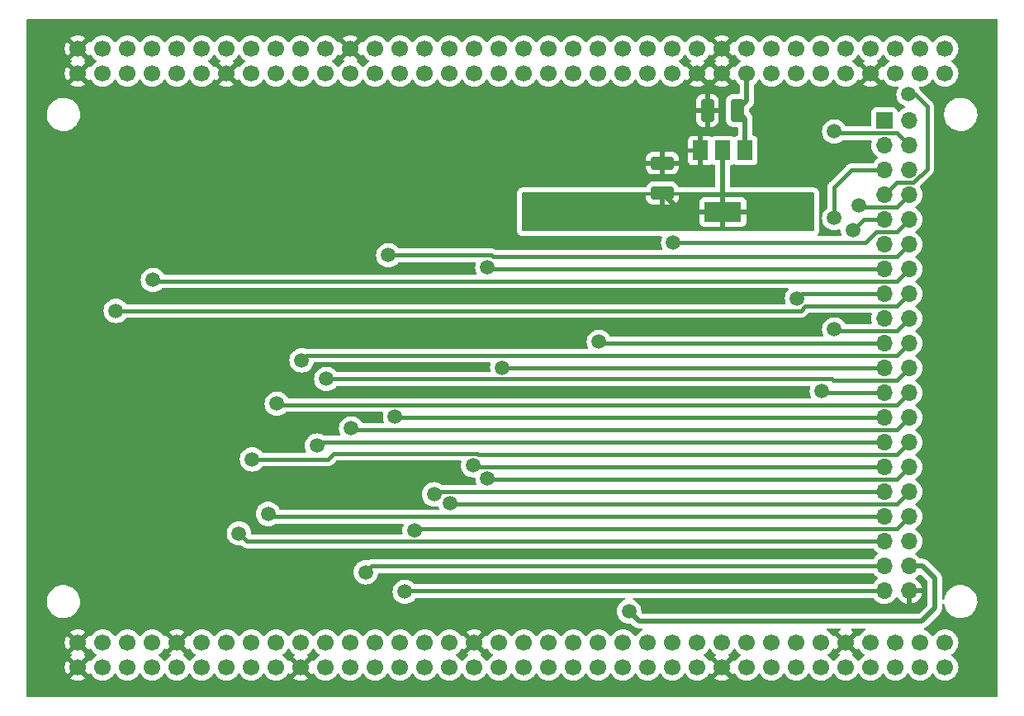
<source format=gbr>
G04 #@! TF.GenerationSoftware,KiCad,Pcbnew,7.0.1*
G04 #@! TF.CreationDate,2023-04-11T20:24:04+02:00*
G04 #@! TF.ProjectId,nucleo144 and 4.3 SSD1963 lcd parallel 16bit,6e75636c-656f-4313-9434-20616e642034,rev?*
G04 #@! TF.SameCoordinates,PX68e7780PY7bfa480*
G04 #@! TF.FileFunction,Copper,L2,Bot*
G04 #@! TF.FilePolarity,Positive*
%FSLAX46Y46*%
G04 Gerber Fmt 4.6, Leading zero omitted, Abs format (unit mm)*
G04 Created by KiCad (PCBNEW 7.0.1) date 2023-04-11 20:24:04*
%MOMM*%
%LPD*%
G01*
G04 APERTURE LIST*
G04 Aperture macros list*
%AMRoundRect*
0 Rectangle with rounded corners*
0 $1 Rounding radius*
0 $2 $3 $4 $5 $6 $7 $8 $9 X,Y pos of 4 corners*
0 Add a 4 corners polygon primitive as box body*
4,1,4,$2,$3,$4,$5,$6,$7,$8,$9,$2,$3,0*
0 Add four circle primitives for the rounded corners*
1,1,$1+$1,$2,$3*
1,1,$1+$1,$4,$5*
1,1,$1+$1,$6,$7*
1,1,$1+$1,$8,$9*
0 Add four rect primitives between the rounded corners*
20,1,$1+$1,$2,$3,$4,$5,0*
20,1,$1+$1,$4,$5,$6,$7,0*
20,1,$1+$1,$6,$7,$8,$9,0*
20,1,$1+$1,$8,$9,$2,$3,0*%
G04 Aperture macros list end*
G04 #@! TA.AperFunction,ComponentPad*
%ADD10C,1.700000*%
G04 #@! TD*
G04 #@! TA.AperFunction,ComponentPad*
%ADD11R,1.700000X1.700000*%
G04 #@! TD*
G04 #@! TA.AperFunction,ComponentPad*
%ADD12O,1.700000X1.700000*%
G04 #@! TD*
G04 #@! TA.AperFunction,SMDPad,CuDef*
%ADD13RoundRect,0.250000X0.925000X-0.412500X0.925000X0.412500X-0.925000X0.412500X-0.925000X-0.412500X0*%
G04 #@! TD*
G04 #@! TA.AperFunction,SMDPad,CuDef*
%ADD14RoundRect,0.250000X0.412500X0.925000X-0.412500X0.925000X-0.412500X-0.925000X0.412500X-0.925000X0*%
G04 #@! TD*
G04 #@! TA.AperFunction,SMDPad,CuDef*
%ADD15R,1.500000X2.000000*%
G04 #@! TD*
G04 #@! TA.AperFunction,SMDPad,CuDef*
%ADD16R,3.800000X2.000000*%
G04 #@! TD*
G04 #@! TA.AperFunction,ViaPad*
%ADD17C,1.500000*%
G04 #@! TD*
G04 #@! TA.AperFunction,Conductor*
%ADD18C,0.500000*%
G04 #@! TD*
G04 #@! TA.AperFunction,Conductor*
%ADD19C,0.400000*%
G04 #@! TD*
G04 APERTURE END LIST*
D10*
G04 #@! TO.P,U1,1,PC10*
G04 #@! TO.N,SD_CLK*
X94400000Y66760000D03*
G04 #@! TO.P,U1,2,PC11*
G04 #@! TO.N,SD__MISO*
X94400000Y64220000D03*
G04 #@! TO.P,U1,3,PC12*
G04 #@! TO.N,SD_MOSI*
X91860000Y66760000D03*
G04 #@! TO.P,U1,4,PD2*
G04 #@! TO.N,unconnected-(U1-PD2-Pad4)*
X91860000Y64220000D03*
G04 #@! TO.P,U1,5,VDD*
G04 #@! TO.N,unconnected-(U1-VDD-Pad5)*
X89320000Y66760000D03*
G04 #@! TO.P,U1,6,E5V*
G04 #@! TO.N,unconnected-(U1-E5V-Pad6)*
X89320000Y64220000D03*
G04 #@! TO.P,U1,7,~{BOOT0}*
G04 #@! TO.N,unconnected-(U1-~{BOOT0}-Pad7)*
X86780000Y66760000D03*
G04 #@! TO.P,U1,8,GND*
G04 #@! TO.N,GND*
X86780000Y64220000D03*
G04 #@! TO.P,U1,9,PF6*
G04 #@! TO.N,unconnected-(U1-PF6-Pad9)*
X84240000Y66760000D03*
G04 #@! TO.P,U1,10,NC*
G04 #@! TO.N,unconnected-(U1-NC-Pad10)*
X84240000Y64220000D03*
G04 #@! TO.P,U1,11,PF7*
G04 #@! TO.N,unconnected-(U1-PF7-Pad11)*
X81700000Y66760000D03*
G04 #@! TO.P,U1,12,IOREF*
G04 #@! TO.N,unconnected-(U1-IOREF-Pad12)*
X81700000Y64220000D03*
G04 #@! TO.P,U1,13,TMS/PA13*
G04 #@! TO.N,unconnected-(U1-TMS{slash}PA13-Pad13)*
X79160000Y66760000D03*
G04 #@! TO.P,U1,14,~{RST}*
G04 #@! TO.N,unconnected-(U1-~{RST}-Pad14)*
X79160000Y64220000D03*
G04 #@! TO.P,U1,15,TCK/PA14*
G04 #@! TO.N,unconnected-(U1-TCK{slash}PA14-Pad15)*
X76620000Y66760000D03*
G04 #@! TO.P,U1,16,+3V3*
G04 #@! TO.N,unconnected-(U1-+3V3-Pad16)*
X76620000Y64220000D03*
G04 #@! TO.P,U1,17,PA15*
G04 #@! TO.N,unconnected-(U1-PA15-Pad17)*
X74080000Y66760000D03*
G04 #@! TO.P,U1,18,+5V*
G04 #@! TO.N,5V*
X74080000Y64220000D03*
G04 #@! TO.P,U1,19,GND*
G04 #@! TO.N,GND*
X71540000Y66760000D03*
G04 #@! TO.P,U1,20,GND*
X71540000Y64220000D03*
G04 #@! TO.P,U1,21,LD2/PB7*
G04 #@! TO.N,unconnected-(U1-LD2{slash}PB7-Pad21)*
X69000000Y66760000D03*
G04 #@! TO.P,U1,22,GND*
G04 #@! TO.N,GND*
X69000000Y64220000D03*
G04 #@! TO.P,U1,23,BT/PC13*
G04 #@! TO.N,unconnected-(U1-BT{slash}PC13-Pad23)*
X66460000Y66760000D03*
G04 #@! TO.P,U1,24,VIN*
G04 #@! TO.N,unconnected-(U1-VIN-Pad24)*
X66460000Y64220000D03*
G04 #@! TO.P,U1,25,RTC_CRYSTAL/PC14*
G04 #@! TO.N,unconnected-(U1-RTC_CRYSTAL{slash}PC14-Pad25)*
X63920000Y66760000D03*
G04 #@! TO.P,U1,26,NC*
G04 #@! TO.N,unconnected-(U1-NC-Pad26)*
X63920000Y64220000D03*
G04 #@! TO.P,U1,27,RTC_CRYSTAL/PC15*
G04 #@! TO.N,unconnected-(U1-RTC_CRYSTAL{slash}PC15-Pad27)*
X61380000Y66760000D03*
G04 #@! TO.P,U1,28,ETH_REF_CLK/PA0*
G04 #@! TO.N,unconnected-(U1-ETH_REF_CLK{slash}PA0-Pad28)*
X61380000Y64220000D03*
G04 #@! TO.P,U1,29,PH0*
G04 #@! TO.N,unconnected-(U1-PH0-Pad29)*
X58840000Y66760000D03*
G04 #@! TO.P,U1,30,ETH_MDIO/PA1*
G04 #@! TO.N,unconnected-(U1-ETH_MDIO{slash}PA1-Pad30)*
X58840000Y64220000D03*
G04 #@! TO.P,U1,31,PH1*
G04 #@! TO.N,unconnected-(U1-PH1-Pad31)*
X56300000Y66760000D03*
G04 #@! TO.P,U1,32,PA4*
G04 #@! TO.N,unconnected-(U1-PA4-Pad32)*
X56300000Y64220000D03*
G04 #@! TO.P,U1,33,VBAT*
G04 #@! TO.N,unconnected-(U1-VBAT-Pad33)*
X53760000Y66760000D03*
G04 #@! TO.P,U1,34,PB0*
G04 #@! TO.N,unconnected-(U1-PB0-Pad34)*
X53760000Y64220000D03*
G04 #@! TO.P,U1,35,PC2*
G04 #@! TO.N,LCD_BL*
X51220000Y66760000D03*
G04 #@! TO.P,U1,36,ETH_MDC/PC1*
G04 #@! TO.N,unconnected-(U1-ETH_MDC{slash}PC1-Pad36)*
X51220000Y64220000D03*
G04 #@! TO.P,U1,37,PC3*
G04 #@! TO.N,PEN*
X48680000Y66760000D03*
G04 #@! TO.P,U1,38,PC0*
G04 #@! TO.N,LCD_RST*
X48680000Y64220000D03*
G04 #@! TO.P,U1,39,PD4*
G04 #@! TO.N,LCD_RD*
X46140000Y66760000D03*
G04 #@! TO.P,U1,40,PD3*
G04 #@! TO.N,unconnected-(U1-PD3-Pad40)*
X46140000Y64220000D03*
G04 #@! TO.P,U1,41,PD5*
G04 #@! TO.N,LCD_WR*
X43600000Y66760000D03*
G04 #@! TO.P,U1,42,PG2*
G04 #@! TO.N,unconnected-(U1-PG2-Pad42)*
X43600000Y64220000D03*
G04 #@! TO.P,U1,43,PD6*
G04 #@! TO.N,unconnected-(U1-PD6-Pad43)*
X41060000Y66760000D03*
G04 #@! TO.P,U1,44,PG3*
G04 #@! TO.N,unconnected-(U1-PG3-Pad44)*
X41060000Y64220000D03*
G04 #@! TO.P,U1,45,PD7*
G04 #@! TO.N,LCD_CS*
X38520000Y66760000D03*
G04 #@! TO.P,U1,46,PE2*
G04 #@! TO.N,unconnected-(U1-PE2-Pad46)*
X38520000Y64220000D03*
G04 #@! TO.P,U1,47,PE3*
G04 #@! TO.N,unconnected-(U1-PE3-Pad47)*
X35980000Y66760000D03*
G04 #@! TO.P,U1,48,PE4*
G04 #@! TO.N,unconnected-(U1-PE4-Pad48)*
X35980000Y64220000D03*
G04 #@! TO.P,U1,49,GND*
G04 #@! TO.N,GND*
X33440000Y66760000D03*
G04 #@! TO.P,U1,50,PE5*
G04 #@! TO.N,unconnected-(U1-PE5-Pad50)*
X33440000Y64220000D03*
G04 #@! TO.P,U1,51,PF1*
G04 #@! TO.N,unconnected-(U1-PF1-Pad51)*
X30900000Y66760000D03*
G04 #@! TO.P,U1,52,PF2*
G04 #@! TO.N,unconnected-(U1-PF2-Pad52)*
X30900000Y64220000D03*
G04 #@! TO.P,U1,53,PF0*
G04 #@! TO.N,unconnected-(U1-PF0-Pad53)*
X28360000Y66760000D03*
G04 #@! TO.P,U1,54,PF8*
G04 #@! TO.N,unconnected-(U1-PF8-Pad54)*
X28360000Y64220000D03*
G04 #@! TO.P,U1,55,PD1*
G04 #@! TO.N,D3*
X25820000Y66760000D03*
G04 #@! TO.P,U1,56,PF9*
G04 #@! TO.N,unconnected-(U1-PF9-Pad56)*
X25820000Y64220000D03*
G04 #@! TO.P,U1,57,PD0*
G04 #@! TO.N,D2*
X23280000Y66760000D03*
G04 #@! TO.P,U1,58,PG1*
G04 #@! TO.N,unconnected-(U1-PG1-Pad58)*
X23280000Y64220000D03*
G04 #@! TO.P,U1,59,PG0*
G04 #@! TO.N,unconnected-(U1-PG0-Pad59)*
X20740000Y66760000D03*
G04 #@! TO.P,U1,60,GND*
G04 #@! TO.N,GND*
X20740000Y64220000D03*
G04 #@! TO.P,U1,61,PE1*
G04 #@! TO.N,unconnected-(U1-PE1-Pad61)*
X18200000Y66760000D03*
G04 #@! TO.P,U1,62,PE6*
G04 #@! TO.N,unconnected-(U1-PE6-Pad62)*
X18200000Y64220000D03*
G04 #@! TO.P,U1,63,PG9*
G04 #@! TO.N,unconnected-(U1-PG9-Pad63)*
X15660000Y66760000D03*
G04 #@! TO.P,U1,64,PG15*
G04 #@! TO.N,unconnected-(U1-PG15-Pad64)*
X15660000Y64220000D03*
G04 #@! TO.P,U1,65,PG12*
G04 #@! TO.N,unconnected-(U1-PG12-Pad65)*
X13120000Y66760000D03*
G04 #@! TO.P,U1,66,PG10*
G04 #@! TO.N,unconnected-(U1-PG10-Pad66)*
X13120000Y64220000D03*
G04 #@! TO.P,U1,67,NC*
G04 #@! TO.N,unconnected-(U1-NC-Pad67)*
X10580000Y66760000D03*
G04 #@! TO.P,U1,68,PG13/ETH_TXD0*
G04 #@! TO.N,unconnected-(U1-PG13{slash}ETH_TXD0-Pad68)*
X10580000Y64220000D03*
G04 #@! TO.P,U1,69,STLINK_RX/PD9*
G04 #@! TO.N,D14*
X8040000Y66760000D03*
G04 #@! TO.P,U1,70,PG11/ETH_TX_EN*
G04 #@! TO.N,unconnected-(U1-PG11{slash}ETH_TX_EN-Pad70)*
X8040000Y64220000D03*
G04 #@! TO.P,U1,71,GND*
G04 #@! TO.N,GND*
X5500000Y66760000D03*
G04 #@! TO.P,U1,72,GND*
X5500000Y64220000D03*
G04 #@! TO.P,U1,73,PC9*
G04 #@! TO.N,unconnected-(U1-PC9-Pad73)*
X94400000Y5800000D03*
G04 #@! TO.P,U1,74,PC8*
G04 #@! TO.N,unconnected-(U1-PC8-Pad74)*
X94400000Y3260000D03*
G04 #@! TO.P,U1,75,PB8*
G04 #@! TO.N,unconnected-(U1-PB8-Pad75)*
X91860000Y5800000D03*
G04 #@! TO.P,U1,76,PC6*
G04 #@! TO.N,unconnected-(U1-PC6-Pad76)*
X91860000Y3260000D03*
G04 #@! TO.P,U1,77,PB9*
G04 #@! TO.N,unconnected-(U1-PB9-Pad77)*
X89320000Y5800000D03*
G04 #@! TO.P,U1,78,ETH_RXD1/PC5*
G04 #@! TO.N,unconnected-(U1-ETH_RXD1{slash}PC5-Pad78)*
X89320000Y3260000D03*
G04 #@! TO.P,U1,79,AVDD*
G04 #@! TO.N,unconnected-(U1-AVDD-Pad79)*
X86780000Y5800000D03*
G04 #@! TO.P,U1,80,U5V*
G04 #@! TO.N,unconnected-(U1-U5V-Pad80)*
X86780000Y3260000D03*
G04 #@! TO.P,U1,81,GND*
G04 #@! TO.N,GND*
X84240000Y5800000D03*
G04 #@! TO.P,U1,82,STLINK_TX/PD8*
G04 #@! TO.N,D13*
X84240000Y3260000D03*
G04 #@! TO.P,U1,83,PA5*
G04 #@! TO.N,SPI_CLK*
X81700000Y5800000D03*
G04 #@! TO.P,U1,84,USB_DP/PA12*
G04 #@! TO.N,unconnected-(U1-USB_DP{slash}PA12-Pad84)*
X81700000Y3260000D03*
G04 #@! TO.P,U1,85,PA6*
G04 #@! TO.N,SPI_MISO*
X79160000Y5800000D03*
G04 #@! TO.P,U1,86,USB_DM/PA11*
G04 #@! TO.N,unconnected-(U1-USB_DM{slash}PA11-Pad86)*
X79160000Y3260000D03*
G04 #@! TO.P,U1,87,ETH_CRS_DV/PA7*
G04 #@! TO.N,unconnected-(U1-ETH_CRS_DV{slash}PA7-Pad87)*
X76620000Y5800000D03*
G04 #@! TO.P,U1,88,PB12*
G04 #@! TO.N,unconnected-(U1-PB12-Pad88)*
X76620000Y3260000D03*
G04 #@! TO.P,U1,89,PB6*
G04 #@! TO.N,unconnected-(U1-PB6-Pad89)*
X74080000Y5800000D03*
G04 #@! TO.P,U1,90,PB11*
G04 #@! TO.N,unconnected-(U1-PB11-Pad90)*
X74080000Y3260000D03*
G04 #@! TO.P,U1,91,PC7*
G04 #@! TO.N,unconnected-(U1-PC7-Pad91)*
X71540000Y5800000D03*
G04 #@! TO.P,U1,92,GND*
G04 #@! TO.N,GND*
X71540000Y3260000D03*
G04 #@! TO.P,U1,93,USB_VBUS/PA9*
G04 #@! TO.N,unconnected-(U1-USB_VBUS{slash}PA9-Pad93)*
X69000000Y5800000D03*
G04 #@! TO.P,U1,94,PB2*
G04 #@! TO.N,SD_CS*
X69000000Y3260000D03*
G04 #@! TO.P,U1,95,USB_SOF/PA8*
G04 #@! TO.N,unconnected-(U1-USB_SOF{slash}PA8-Pad95)*
X66460000Y5800000D03*
G04 #@! TO.P,U1,96,PB1*
G04 #@! TO.N,F_CS*
X66460000Y3260000D03*
G04 #@! TO.P,U1,97,PB10*
G04 #@! TO.N,unconnected-(U1-PB10-Pad97)*
X63920000Y5800000D03*
G04 #@! TO.P,U1,98,PB15*
G04 #@! TO.N,unconnected-(U1-PB15-Pad98)*
X63920000Y3260000D03*
G04 #@! TO.P,U1,99,PB4*
G04 #@! TO.N,unconnected-(U1-PB4-Pad99)*
X61380000Y5800000D03*
G04 #@! TO.P,U1,100,LD3/PB14*
G04 #@! TO.N,unconnected-(U1-LD3{slash}PB14-Pad100)*
X61380000Y3260000D03*
G04 #@! TO.P,U1,101,PB5*
G04 #@! TO.N,SPI_MOSI*
X58840000Y5800000D03*
G04 #@! TO.P,U1,102,ETH_TXD1/PB13*
G04 #@! TO.N,unconnected-(U1-ETH_TXD1{slash}PB13-Pad102)*
X58840000Y3260000D03*
G04 #@! TO.P,U1,103,SWO/PB3*
G04 #@! TO.N,unconnected-(U1-SWO{slash}PB3-Pad103)*
X56300000Y5800000D03*
G04 #@! TO.P,U1,104,AGND*
G04 #@! TO.N,unconnected-(U1-AGND-Pad104)*
X56300000Y3260000D03*
G04 #@! TO.P,U1,105,USB_ID/PA10*
G04 #@! TO.N,unconnected-(U1-USB_ID{slash}PA10-Pad105)*
X53760000Y5800000D03*
G04 #@! TO.P,U1,106,ETH_RXD0/PC4*
G04 #@! TO.N,unconnected-(U1-ETH_RXD0{slash}PC4-Pad106)*
X53760000Y3260000D03*
G04 #@! TO.P,U1,107,PA2*
G04 #@! TO.N,unconnected-(U1-PA2-Pad107)*
X51220000Y5800000D03*
G04 #@! TO.P,U1,108,PF5*
G04 #@! TO.N,unconnected-(U1-PF5-Pad108)*
X51220000Y3260000D03*
G04 #@! TO.P,U1,109,PA3*
G04 #@! TO.N,T_CS*
X48680000Y5800000D03*
G04 #@! TO.P,U1,110,PF4*
G04 #@! TO.N,unconnected-(U1-PF4-Pad110)*
X48680000Y3260000D03*
G04 #@! TO.P,U1,111,GND*
G04 #@! TO.N,GND*
X46140000Y5800000D03*
G04 #@! TO.P,U1,112,PE8*
G04 #@! TO.N,D5*
X46140000Y3260000D03*
G04 #@! TO.P,U1,113,PD13*
G04 #@! TO.N,unconnected-(U1-PD13-Pad113)*
X43600000Y5800000D03*
G04 #@! TO.P,U1,114,PF10*
G04 #@! TO.N,unconnected-(U1-PF10-Pad114)*
X43600000Y3260000D03*
G04 #@! TO.P,U1,115,PD12*
G04 #@! TO.N,unconnected-(U1-PD12-Pad115)*
X41060000Y5800000D03*
G04 #@! TO.P,U1,116,PE7*
G04 #@! TO.N,D4*
X41060000Y3260000D03*
G04 #@! TO.P,U1,117,PD11*
G04 #@! TO.N,LCD_RS*
X38520000Y5800000D03*
G04 #@! TO.P,U1,118,PD14*
G04 #@! TO.N,D0*
X38520000Y3260000D03*
G04 #@! TO.P,U1,119,PE10*
G04 #@! TO.N,D7*
X35980000Y5800000D03*
G04 #@! TO.P,U1,120,PD15*
G04 #@! TO.N,D1*
X35980000Y3260000D03*
G04 #@! TO.P,U1,121,PE12*
G04 #@! TO.N,D9*
X33440000Y5800000D03*
G04 #@! TO.P,U1,122,PF14*
G04 #@! TO.N,unconnected-(U1-PF14-Pad122)*
X33440000Y3260000D03*
G04 #@! TO.P,U1,123,PE14*
G04 #@! TO.N,D11*
X30900000Y5800000D03*
G04 #@! TO.P,U1,124,PE9*
G04 #@! TO.N,D6*
X30900000Y3260000D03*
G04 #@! TO.P,U1,125,PE15*
G04 #@! TO.N,D12*
X28360000Y5800000D03*
G04 #@! TO.P,U1,126,GND*
G04 #@! TO.N,GND*
X28360000Y3260000D03*
G04 #@! TO.P,U1,127,PE13*
G04 #@! TO.N,D10*
X25820000Y5800000D03*
G04 #@! TO.P,U1,128,PE11*
G04 #@! TO.N,D8*
X25820000Y3260000D03*
G04 #@! TO.P,U1,129,PF13*
G04 #@! TO.N,unconnected-(U1-PF13-Pad129)*
X23280000Y5800000D03*
G04 #@! TO.P,U1,130,PF3*
G04 #@! TO.N,unconnected-(U1-PF3-Pad130)*
X23280000Y3260000D03*
G04 #@! TO.P,U1,131,PF12*
G04 #@! TO.N,unconnected-(U1-PF12-Pad131)*
X20740000Y5800000D03*
G04 #@! TO.P,U1,132,PF15*
G04 #@! TO.N,unconnected-(U1-PF15-Pad132)*
X20740000Y3260000D03*
G04 #@! TO.P,U1,133,PG14*
G04 #@! TO.N,unconnected-(U1-PG14-Pad133)*
X18200000Y5800000D03*
G04 #@! TO.P,U1,134,PF11*
G04 #@! TO.N,unconnected-(U1-PF11-Pad134)*
X18200000Y3260000D03*
G04 #@! TO.P,U1,135,GND*
G04 #@! TO.N,GND*
X15660000Y5800000D03*
G04 #@! TO.P,U1,136,PE0*
G04 #@! TO.N,unconnected-(U1-PE0-Pad136)*
X15660000Y3260000D03*
G04 #@! TO.P,U1,137,PD10*
G04 #@! TO.N,D15*
X13120000Y5800000D03*
G04 #@! TO.P,U1,138,PG8*
G04 #@! TO.N,unconnected-(U1-PG8-Pad138)*
X13120000Y3260000D03*
G04 #@! TO.P,U1,139,PG7/USB_GPIO_IN*
G04 #@! TO.N,unconnected-(U1-PG7{slash}USB_GPIO_IN-Pad139)*
X10580000Y5800000D03*
G04 #@! TO.P,U1,140,PG5*
G04 #@! TO.N,unconnected-(U1-PG5-Pad140)*
X10580000Y3260000D03*
G04 #@! TO.P,U1,141,PG4*
G04 #@! TO.N,unconnected-(U1-PG4-Pad141)*
X8040000Y5800000D03*
G04 #@! TO.P,U1,142,PG6/USB_GPIO_OUT*
G04 #@! TO.N,unconnected-(U1-PG6{slash}USB_GPIO_OUT-Pad142)*
X8040000Y3260000D03*
G04 #@! TO.P,U1,143,GND*
G04 #@! TO.N,GND*
X5500000Y5800000D03*
G04 #@! TO.P,U1,144,GND*
X5500000Y3260000D03*
G04 #@! TD*
D11*
G04 #@! TO.P,TFT1,1,NC*
G04 #@! TO.N,unconnected-(TFT1-NC-Pad1)*
X88160000Y59360000D03*
D12*
G04 #@! TO.P,TFT1,2,NC*
G04 #@! TO.N,unconnected-(TFT1-NC-Pad2)*
X90700000Y59360000D03*
G04 #@! TO.P,TFT1,3,NC*
G04 #@! TO.N,unconnected-(TFT1-NC-Pad3)*
X88160000Y56820000D03*
G04 #@! TO.P,TFT1,4,LED_A*
G04 #@! TO.N,LCD_BL*
X90700000Y56820000D03*
G04 #@! TO.P,TFT1,5,SD_CS*
G04 #@! TO.N,SD_CS*
X88160000Y54280000D03*
G04 #@! TO.P,TFT1,6,NC*
G04 #@! TO.N,unconnected-(TFT1-NC-Pad6)*
X90700000Y54280000D03*
G04 #@! TO.P,TFT1,7,SD_DIN*
G04 #@! TO.N,SD_MOSI*
X88160000Y51740000D03*
G04 #@! TO.P,TFT1,8,RESET*
G04 #@! TO.N,LCD_RST*
X90700000Y51740000D03*
G04 #@! TO.P,TFT1,9,SD_CLK*
G04 #@! TO.N,SD_CLK*
X88160000Y49200000D03*
G04 #@! TO.P,TFT1,10,F_CS*
G04 #@! TO.N,F_CS*
X90700000Y49200000D03*
G04 #@! TO.P,TFT1,11,SD_DO*
G04 #@! TO.N,SD_MISO*
X88160000Y46660000D03*
G04 #@! TO.P,TFT1,12,CS*
G04 #@! TO.N,LCD_CS*
X90700000Y46660000D03*
G04 #@! TO.P,TFT1,13,T_IRQ*
G04 #@! TO.N,PEN*
X88160000Y44120000D03*
G04 #@! TO.P,TFT1,14,DB15*
G04 #@! TO.N,D15*
X90700000Y44120000D03*
G04 #@! TO.P,TFT1,15,T_DO*
G04 #@! TO.N,SPI_MISO*
X88160000Y41580000D03*
G04 #@! TO.P,TFT1,16,DB14*
G04 #@! TO.N,D14*
X90700000Y41580000D03*
G04 #@! TO.P,TFT1,17,NC*
G04 #@! TO.N,unconnected-(TFT1-NC-Pad17)*
X88160000Y39040000D03*
G04 #@! TO.P,TFT1,18,DB13*
G04 #@! TO.N,D13*
X90700000Y39040000D03*
G04 #@! TO.P,TFT1,19,T_DIN*
G04 #@! TO.N,SPI_MOSI*
X88160000Y36500000D03*
G04 #@! TO.P,TFT1,20,DB12*
G04 #@! TO.N,D12*
X90700000Y36500000D03*
G04 #@! TO.P,TFT1,21,T_CS*
G04 #@! TO.N,T_CS*
X88160000Y33960000D03*
G04 #@! TO.P,TFT1,22,DB11*
G04 #@! TO.N,D11*
X90700000Y33960000D03*
G04 #@! TO.P,TFT1,23,T_CLK*
G04 #@! TO.N,SPI_CLK*
X88160000Y31420000D03*
G04 #@! TO.P,TFT1,24,DB10*
G04 #@! TO.N,D10*
X90700000Y31420000D03*
G04 #@! TO.P,TFT1,25,DB7*
G04 #@! TO.N,D7*
X88160000Y28880000D03*
G04 #@! TO.P,TFT1,26,DB9*
G04 #@! TO.N,D9*
X90700000Y28880000D03*
G04 #@! TO.P,TFT1,27,DB6*
G04 #@! TO.N,D6*
X88160000Y26340000D03*
G04 #@! TO.P,TFT1,28,DB8*
G04 #@! TO.N,D8*
X90700000Y26340000D03*
G04 #@! TO.P,TFT1,29,DB5*
G04 #@! TO.N,D5*
X88160000Y23800000D03*
G04 #@! TO.P,TFT1,30,RD*
G04 #@! TO.N,LCD_RD*
X90700000Y23800000D03*
G04 #@! TO.P,TFT1,31,DB4*
G04 #@! TO.N,D4*
X88160000Y21260000D03*
G04 #@! TO.P,TFT1,32,WR*
G04 #@! TO.N,LCD_WR*
X90700000Y21260000D03*
G04 #@! TO.P,TFT1,33,DB3*
G04 #@! TO.N,D3*
X88160000Y18720000D03*
G04 #@! TO.P,TFT1,34,RS*
G04 #@! TO.N,LCD_RS*
X90700000Y18720000D03*
G04 #@! TO.P,TFT1,35,DB2*
G04 #@! TO.N,D2*
X88160000Y16180000D03*
G04 #@! TO.P,TFT1,36,NC*
G04 #@! TO.N,unconnected-(TFT1-NC-Pad36)*
X90700000Y16180000D03*
G04 #@! TO.P,TFT1,37,DB1*
G04 #@! TO.N,D1*
X88160000Y13640000D03*
G04 #@! TO.P,TFT1,38,3.3V*
G04 #@! TO.N,3.3V*
X90700000Y13640000D03*
G04 #@! TO.P,TFT1,39,DB0*
G04 #@! TO.N,D0*
X88160000Y11100000D03*
G04 #@! TO.P,TFT1,40,GND*
G04 #@! TO.N,GND*
X90700000Y11100000D03*
G04 #@! TD*
D13*
G04 #@! TO.P,C2,1*
G04 #@! TO.N,3.3V*
X65400000Y51925000D03*
G04 #@! TO.P,C2,2*
G04 #@! TO.N,GND*
X65400000Y55000000D03*
G04 #@! TD*
D14*
G04 #@! TO.P,C1,1*
G04 #@! TO.N,5V*
X73100000Y60400000D03*
G04 #@! TO.P,C1,2*
G04 #@! TO.N,GND*
X70025000Y60400000D03*
G04 #@! TD*
D15*
G04 #@! TO.P,U2,1,GND*
G04 #@! TO.N,GND*
X69310000Y56290000D03*
G04 #@! TO.P,U2,2,VO*
G04 #@! TO.N,3.3V*
X71610000Y56290000D03*
D16*
X71610000Y49990000D03*
D15*
G04 #@! TO.P,U2,3,VI*
G04 #@! TO.N,5V*
X73910000Y56290000D03*
G04 #@! TD*
D17*
G04 #@! TO.N,GND*
X85580000Y9604000D03*
G04 #@! TO.N,3.3V*
X62000000Y9000000D03*
X62000000Y49000000D03*
G04 #@! TO.N,GND*
X61000000Y54000000D03*
X78000000Y54000000D03*
X77000000Y61000000D03*
X66000000Y61000000D03*
X96000000Y53000000D03*
X96000000Y19000000D03*
X5000000Y18000000D03*
X5000000Y53000000D03*
G04 #@! TO.N,SD_MOSI*
X90660000Y62055000D03*
G04 #@! TO.N,SD_CLK*
X84945000Y48085000D03*
G04 #@! TO.N,LCD_RST*
X85580000Y50625000D03*
G04 #@! TO.N,LCD_BL*
X83040000Y58245000D03*
G04 #@! TO.N,SD_CS*
X83040000Y49355000D03*
G04 #@! TO.N,F_CS*
X66530000Y46815000D03*
G04 #@! TO.N,LCD_CS*
X37320000Y45545000D03*
G04 #@! TO.N,D15*
X13190000Y43005000D03*
G04 #@! TO.N,D14*
X9380000Y39830000D03*
G04 #@! TO.N,D13*
X83040000Y37925000D03*
G04 #@! TO.N,D12*
X28430000Y34750000D03*
G04 #@! TO.N,D11*
X30970000Y32845000D03*
G04 #@! TO.N,D10*
X25890000Y30305000D03*
G04 #@! TO.N,D9*
X33510000Y27765000D03*
G04 #@! TO.N,D8*
X23350000Y24590000D03*
G04 #@! TO.N,LCD_RD*
X47480000Y22650500D03*
G04 #@! TO.N,LCD_WR*
X43670000Y20110500D03*
G04 #@! TO.N,PEN*
X47480000Y44275000D03*
G04 #@! TO.N,SPI_MISO*
X79230000Y41100000D03*
G04 #@! TO.N,SPI_MOSI*
X58910000Y36655000D03*
G04 #@! TO.N,T_CS*
X49000000Y34000000D03*
G04 #@! TO.N,SPI_CLK*
X81770000Y31575000D03*
G04 #@! TO.N,D6*
X30000000Y26000000D03*
G04 #@! TO.N,D5*
X46000000Y24000000D03*
G04 #@! TO.N,D4*
X42000000Y21000000D03*
G04 #@! TO.N,D7*
X38000000Y29000000D03*
G04 #@! TO.N,LCD_RS*
X40000000Y17329500D03*
G04 #@! TO.N,D3*
X25000000Y19000000D03*
G04 #@! TO.N,D2*
X22000000Y17000000D03*
G04 #@! TO.N,D1*
X35000000Y13000000D03*
G04 #@! TO.N,D0*
X39000000Y11000000D03*
G04 #@! TD*
D18*
G04 #@! TO.N,3.3V*
X93327000Y12398000D02*
X93327000Y9327000D01*
X92000000Y8000000D02*
X63000000Y8000000D01*
X92085000Y13640000D02*
X93327000Y12398000D01*
X90700000Y13640000D02*
X92085000Y13640000D01*
X93327000Y9327000D02*
X92000000Y8000000D01*
X63000000Y8000000D02*
X62000000Y9000000D01*
X71610000Y56290000D02*
X71610000Y49990000D01*
X67335000Y49990000D02*
X71610000Y49990000D01*
X65400000Y51925000D02*
X67335000Y49990000D01*
G04 #@! TO.N,5V*
X73910000Y59590000D02*
X73910000Y56290000D01*
X73100000Y60400000D02*
X73910000Y59590000D01*
X74080000Y61380000D02*
X73100000Y60400000D01*
X74080000Y64220000D02*
X74080000Y61380000D01*
D19*
G04 #@! TO.N,SD_MOSI*
X91295000Y62055000D02*
X90660000Y62055000D01*
X92565000Y60785000D02*
X91295000Y62055000D01*
X89410000Y52990000D02*
X91177767Y52990000D01*
X91177767Y52990000D02*
X92565000Y54377233D01*
X88160000Y51740000D02*
X89410000Y52990000D01*
X92565000Y54377233D02*
X92565000Y60785000D01*
G04 #@! TO.N,SD_CLK*
X86060000Y49200000D02*
X84945000Y48085000D01*
X88160000Y49200000D02*
X86060000Y49200000D01*
G04 #@! TO.N,LCD_RST*
X85715000Y50490000D02*
X85580000Y50625000D01*
X89450000Y50490000D02*
X85715000Y50490000D01*
X90700000Y51740000D02*
X89450000Y50490000D01*
G04 #@! TO.N,LCD_BL*
X83215000Y58070000D02*
X83040000Y58245000D01*
X90700000Y56820000D02*
X89450000Y58070000D01*
X89450000Y58070000D02*
X83215000Y58070000D01*
G04 #@! TO.N,F_CS*
X89410000Y47910000D02*
X90700000Y49200000D01*
X87310000Y47910000D02*
X89410000Y47910000D01*
X66530000Y46815000D02*
X86215000Y46815000D01*
X86215000Y46815000D02*
X87310000Y47910000D01*
G04 #@! TO.N,SD_CS*
X83040000Y52530000D02*
X83040000Y49355000D01*
X84790000Y54280000D02*
X83040000Y52530000D01*
X88160000Y54280000D02*
X84790000Y54280000D01*
G04 #@! TO.N,LCD_CS*
X47836346Y45545000D02*
X37320000Y45545000D01*
X89410000Y45370000D02*
X48011346Y45370000D01*
X48011346Y45370000D02*
X47836346Y45545000D01*
X90700000Y46660000D02*
X89410000Y45370000D01*
G04 #@! TO.N,D15*
X13325000Y42870000D02*
X13190000Y43005000D01*
X89450000Y42870000D02*
X13325000Y42870000D01*
X90700000Y44120000D02*
X89450000Y42870000D01*
G04 #@! TO.N,D14*
X79586346Y39830000D02*
X9380000Y39830000D01*
X80086346Y40330000D02*
X79586346Y39830000D01*
X89450000Y40330000D02*
X80086346Y40330000D01*
X90700000Y41580000D02*
X89450000Y40330000D01*
G04 #@! TO.N,D13*
X89450000Y37790000D02*
X83175000Y37790000D01*
X83175000Y37790000D02*
X83040000Y37925000D01*
X90700000Y39040000D02*
X89450000Y37790000D01*
G04 #@! TO.N,D12*
X28930000Y35250000D02*
X28430000Y34750000D01*
X89450000Y35250000D02*
X28930000Y35250000D01*
X90700000Y36500000D02*
X89450000Y35250000D01*
G04 #@! TO.N,D11*
X82770000Y32845000D02*
X30970000Y32845000D01*
X82905000Y32710000D02*
X82770000Y32845000D01*
X89450000Y32710000D02*
X82905000Y32710000D01*
X90700000Y33960000D02*
X89450000Y32710000D01*
G04 #@! TO.N,D10*
X26025000Y30170000D02*
X25890000Y30305000D01*
X89450000Y30170000D02*
X26025000Y30170000D01*
X90700000Y31420000D02*
X89450000Y30170000D01*
G04 #@! TO.N,SPI_CLK*
X81770000Y31575000D02*
X81925000Y31420000D01*
X81925000Y31420000D02*
X88160000Y31420000D01*
G04 #@! TO.N,D9*
X33645000Y27630000D02*
X33510000Y27765000D01*
X89450000Y27630000D02*
X33645000Y27630000D01*
X90700000Y28880000D02*
X89450000Y27630000D01*
G04 #@! TO.N,D8*
X31672009Y25190500D02*
X31071509Y24590000D01*
X31071509Y24590000D02*
X23350000Y24590000D01*
X46435846Y25190500D02*
X31672009Y25190500D01*
X46536346Y25090000D02*
X46435846Y25190500D01*
X90700000Y26340000D02*
X89450000Y25090000D01*
X89450000Y25090000D02*
X46536346Y25090000D01*
G04 #@! TO.N,LCD_RD*
X47580500Y22550000D02*
X47480000Y22650500D01*
X89450000Y22550000D02*
X47580500Y22550000D01*
X90700000Y23800000D02*
X89450000Y22550000D01*
G04 #@! TO.N,LCD_WR*
X43770500Y20010000D02*
X43670000Y20110500D01*
X89450000Y20010000D02*
X43770500Y20010000D01*
X90700000Y21260000D02*
X89450000Y20010000D01*
G04 #@! TO.N,PEN*
X47635000Y44120000D02*
X47480000Y44275000D01*
X88160000Y44120000D02*
X47635000Y44120000D01*
G04 #@! TO.N,SPI_MISO*
X79710000Y41580000D02*
X79230000Y41100000D01*
X88160000Y41580000D02*
X79710000Y41580000D01*
G04 #@! TO.N,SPI_MOSI*
X59065000Y36500000D02*
X58910000Y36655000D01*
X88160000Y36500000D02*
X59065000Y36500000D01*
G04 #@! TO.N,T_CS*
X49040000Y33960000D02*
X49000000Y34000000D01*
X88160000Y33960000D02*
X49040000Y33960000D01*
G04 #@! TO.N,D6*
X30340000Y26340000D02*
X30000000Y26000000D01*
X88160000Y26340000D02*
X30340000Y26340000D01*
G04 #@! TO.N,D5*
X46200000Y23800000D02*
X46000000Y24000000D01*
X88160000Y23800000D02*
X46200000Y23800000D01*
G04 #@! TO.N,D4*
X42260000Y21260000D02*
X42000000Y21000000D01*
X88160000Y21260000D02*
X42260000Y21260000D01*
G04 #@! TO.N,D7*
X38120000Y28880000D02*
X38000000Y29000000D01*
X88160000Y28880000D02*
X38120000Y28880000D01*
G04 #@! TO.N,LCD_RS*
X40140500Y17470000D02*
X40000000Y17329500D01*
X89450000Y17470000D02*
X40140500Y17470000D01*
X90700000Y18720000D02*
X89450000Y17470000D01*
G04 #@! TO.N,D3*
X25280000Y18720000D02*
X25000000Y19000000D01*
X88160000Y18720000D02*
X25280000Y18720000D01*
G04 #@! TO.N,D2*
X22820000Y16180000D02*
X22000000Y17000000D01*
X88160000Y16180000D02*
X22820000Y16180000D01*
G04 #@! TO.N,D1*
X35640000Y13640000D02*
X35000000Y13000000D01*
X88160000Y13640000D02*
X35640000Y13640000D01*
G04 #@! TO.N,D0*
X39100000Y11100000D02*
X39000000Y11000000D01*
X88160000Y11100000D02*
X39100000Y11100000D01*
G04 #@! TD*
G04 #@! TA.AperFunction,Conductor*
G04 #@! TO.N,GND*
G36*
X83658628Y7231789D02*
G01*
X83704248Y7183714D01*
X83718593Y7119010D01*
X83697564Y7056160D01*
X83647168Y7013118D01*
X83562422Y6973601D01*
X83478625Y6914928D01*
X84240000Y6153553D01*
X84240001Y6153553D01*
X85001373Y6914927D01*
X85001373Y6914928D01*
X84917580Y6973600D01*
X84832832Y7013118D01*
X84782436Y7056160D01*
X84761407Y7119010D01*
X84775752Y7183715D01*
X84821372Y7231789D01*
X84885237Y7249500D01*
X86133579Y7249500D01*
X86197444Y7231789D01*
X86243064Y7183715D01*
X86257409Y7119011D01*
X86236380Y7056161D01*
X86185984Y7013118D01*
X86102170Y6974035D01*
X85908598Y6838495D01*
X85741508Y6671405D01*
X85741507Y6671403D01*
X85741505Y6671401D01*
X85611271Y6485406D01*
X85611270Y6485405D01*
X85566952Y6446540D01*
X85509695Y6432529D01*
X85452438Y6446540D01*
X85408120Y6485405D01*
X85354925Y6561374D01*
X85354925Y6561375D01*
X84593553Y5800000D01*
X85354925Y5038627D01*
X85408119Y5114595D01*
X85452437Y5153461D01*
X85509694Y5167472D01*
X85566951Y5153461D01*
X85611267Y5114598D01*
X85741505Y4928599D01*
X85908599Y4761505D01*
X86094160Y4631574D01*
X86133024Y4587257D01*
X86147035Y4530000D01*
X86133024Y4472743D01*
X86094159Y4428425D01*
X85908595Y4298492D01*
X85741505Y4131402D01*
X85611575Y3945841D01*
X85567257Y3906975D01*
X85510000Y3892964D01*
X85452743Y3906975D01*
X85408425Y3945841D01*
X85278494Y4131402D01*
X85111404Y4298492D01*
X85111401Y4298495D01*
X84925402Y4428733D01*
X84886539Y4473049D01*
X84872528Y4530306D01*
X84886539Y4587563D01*
X84925405Y4631881D01*
X85001373Y4685075D01*
X84240000Y5446447D01*
X83478625Y4685075D01*
X83554594Y4631881D01*
X83593460Y4587563D01*
X83607471Y4530306D01*
X83593461Y4473050D01*
X83554595Y4428731D01*
X83368595Y4298492D01*
X83201505Y4131402D01*
X83071575Y3945841D01*
X83027257Y3906975D01*
X82970000Y3892964D01*
X82912743Y3906975D01*
X82868425Y3945841D01*
X82738494Y4131402D01*
X82571404Y4298492D01*
X82571401Y4298495D01*
X82385839Y4428427D01*
X82346974Y4472745D01*
X82332964Y4530001D01*
X82346975Y4587258D01*
X82385837Y4631572D01*
X82571401Y4761505D01*
X82738495Y4928599D01*
X82868732Y5114598D01*
X82913048Y5153461D01*
X82970305Y5167472D01*
X83027562Y5153461D01*
X83071880Y5114595D01*
X83125073Y5038627D01*
X83886447Y5799999D01*
X83886447Y5800001D01*
X83125073Y6561374D01*
X83071881Y6485406D01*
X83027563Y6446540D01*
X82970306Y6432529D01*
X82913048Y6446540D01*
X82868730Y6485405D01*
X82738495Y6671401D01*
X82571401Y6838495D01*
X82377830Y6974035D01*
X82294015Y7013119D01*
X82243620Y7056160D01*
X82222591Y7119010D01*
X82236936Y7183715D01*
X82282556Y7231789D01*
X82346421Y7249500D01*
X83594763Y7249500D01*
X83658628Y7231789D01*
G37*
G04 #@! TD.AperFunction*
G04 #@! TA.AperFunction,Conductor*
G36*
X91904445Y12759188D02*
G01*
X92540181Y12123452D01*
X92567061Y12083224D01*
X92576500Y12035771D01*
X92576500Y9689229D01*
X92567061Y9641776D01*
X92540181Y9601548D01*
X91725451Y8786819D01*
X91685223Y8759939D01*
X91637770Y8750500D01*
X63368771Y8750500D01*
X63303674Y8768962D01*
X63257961Y8818849D01*
X63245243Y8885307D01*
X63255277Y9000001D01*
X63240883Y9164533D01*
X63236207Y9217977D01*
X63179575Y9429330D01*
X63087102Y9627638D01*
X62961598Y9806877D01*
X62806877Y9961598D01*
X62627639Y10087102D01*
X62464621Y10163119D01*
X62414226Y10206160D01*
X62393197Y10269010D01*
X62407542Y10333715D01*
X62453162Y10381789D01*
X62517027Y10399500D01*
X86937289Y10399500D01*
X86994546Y10385489D01*
X87038863Y10346624D01*
X87121505Y10228599D01*
X87288599Y10061505D01*
X87482170Y9925965D01*
X87696337Y9826097D01*
X87924592Y9764937D01*
X88160000Y9744341D01*
X88395408Y9764937D01*
X88623663Y9826097D01*
X88837830Y9925965D01*
X89031401Y10061505D01*
X89198495Y10228599D01*
X89328732Y10414598D01*
X89373048Y10453461D01*
X89430305Y10467472D01*
X89487562Y10453461D01*
X89531880Y10414596D01*
X89661893Y10228919D01*
X89828918Y10061894D01*
X90022423Y9926400D01*
X90236507Y9826570D01*
X90449999Y9769365D01*
X90450000Y9769364D01*
X90450000Y10850000D01*
X90950000Y10850000D01*
X90950000Y9769365D01*
X91163492Y9826570D01*
X91377576Y9926400D01*
X91571081Y10061894D01*
X91738106Y10228919D01*
X91873600Y10422424D01*
X91973430Y10636508D01*
X92030636Y10850000D01*
X90950000Y10850000D01*
X90450000Y10850000D01*
X90450000Y11226000D01*
X90466613Y11288000D01*
X90512000Y11333387D01*
X90574000Y11350000D01*
X92030636Y11350000D01*
X92030635Y11350001D01*
X91973430Y11563493D01*
X91873599Y11777579D01*
X91738109Y11971079D01*
X91571081Y12138107D01*
X91385404Y12268120D01*
X91346539Y12312438D01*
X91332528Y12369695D01*
X91346539Y12426952D01*
X91385402Y12471268D01*
X91571401Y12601505D01*
X91729086Y12759191D01*
X91784670Y12791282D01*
X91848857Y12791282D01*
X91904445Y12759188D01*
G37*
G04 #@! TD.AperFunction*
G04 #@! TA.AperFunction,Conductor*
G36*
X88107257Y66113025D02*
G01*
X88151573Y66074161D01*
X88281505Y65888599D01*
X88448599Y65721505D01*
X88634160Y65591574D01*
X88673024Y65547257D01*
X88687035Y65490000D01*
X88673024Y65432743D01*
X88634159Y65388425D01*
X88448595Y65258492D01*
X88281508Y65091405D01*
X88281505Y65091402D01*
X88281505Y65091401D01*
X88151271Y64905406D01*
X88151270Y64905405D01*
X88106952Y64866540D01*
X88049695Y64852529D01*
X87992438Y64866540D01*
X87948120Y64905405D01*
X87894925Y64981374D01*
X87894925Y64981375D01*
X87133553Y64220000D01*
X87894925Y63458627D01*
X87948119Y63534595D01*
X87992437Y63573461D01*
X88049694Y63587472D01*
X88106951Y63573461D01*
X88151267Y63534598D01*
X88281505Y63348599D01*
X88448599Y63181505D01*
X88642170Y63045965D01*
X88856337Y62946097D01*
X89082748Y62885431D01*
X89084592Y62884937D01*
X89319999Y62864341D01*
X89319999Y62864342D01*
X89320000Y62864341D01*
X89460026Y62876592D01*
X89528088Y62863055D01*
X89578218Y62815069D01*
X89594716Y62747663D01*
X89576190Y62693073D01*
X89577483Y62692470D01*
X89480425Y62484332D01*
X89423792Y62272975D01*
X89404722Y62055000D01*
X89423792Y61837026D01*
X89475480Y61644123D01*
X89480425Y61625670D01*
X89572898Y61427361D01*
X89698402Y61248123D01*
X89853123Y61093402D01*
X90032361Y60967898D01*
X90230670Y60875425D01*
X90237183Y60873680D01*
X90292770Y60841587D01*
X90324863Y60786000D01*
X90324865Y60721814D01*
X90292773Y60666226D01*
X90245864Y60639142D01*
X90246169Y60638488D01*
X90238704Y60635008D01*
X90237187Y60634131D01*
X90236336Y60633904D01*
X90022170Y60534035D01*
X89828601Y60398497D01*
X89706673Y60276569D01*
X89653926Y60245274D01*
X89592634Y60243085D01*
X89537789Y60270538D01*
X89502810Y60320918D01*
X89492063Y60349731D01*
X89453796Y60452331D01*
X89367546Y60567546D01*
X89252331Y60653796D01*
X89117483Y60704091D01*
X89057873Y60710500D01*
X89057869Y60710500D01*
X87262130Y60710500D01*
X87202515Y60704091D01*
X87067669Y60653796D01*
X86952454Y60567546D01*
X86866204Y60452332D01*
X86818605Y60324713D01*
X86815909Y60317483D01*
X86809500Y60257873D01*
X86809500Y59526294D01*
X86809501Y58894500D01*
X86792888Y58832500D01*
X86747501Y58787113D01*
X86685501Y58770500D01*
X84253726Y58770500D01*
X84187101Y58789920D01*
X84141344Y58842096D01*
X84127102Y58872638D01*
X84033480Y59006344D01*
X84001598Y59051877D01*
X83846877Y59206598D01*
X83667639Y59332102D01*
X83576205Y59374739D01*
X83469331Y59424575D01*
X83257974Y59481208D01*
X83040000Y59500278D01*
X82822025Y59481208D01*
X82610668Y59424575D01*
X82412361Y59332102D01*
X82233122Y59206598D01*
X82078402Y59051878D01*
X81952898Y58872639D01*
X81860425Y58674332D01*
X81803792Y58462975D01*
X81784722Y58245000D01*
X81803792Y58027026D01*
X81860425Y57815669D01*
X81875380Y57783598D01*
X81952898Y57617361D01*
X82078402Y57438123D01*
X82233123Y57283402D01*
X82412361Y57157898D01*
X82610670Y57065425D01*
X82822023Y57008793D01*
X83040000Y56989723D01*
X83257977Y57008793D01*
X83469330Y57065425D01*
X83667639Y57157898D01*
X83846877Y57283402D01*
X83896656Y57333182D01*
X83936884Y57360061D01*
X83984337Y57369500D01*
X86747497Y57369500D01*
X86802341Y57356712D01*
X86845873Y57320986D01*
X86869114Y57269691D01*
X86867272Y57213407D01*
X86824936Y57055408D01*
X86804340Y56820000D01*
X86824936Y56584593D01*
X86836885Y56540000D01*
X86886097Y56356337D01*
X86985965Y56142170D01*
X87121505Y55948599D01*
X87288599Y55781505D01*
X87474160Y55651574D01*
X87513024Y55607257D01*
X87527035Y55550000D01*
X87513024Y55492743D01*
X87474159Y55448425D01*
X87288595Y55318492D01*
X87121505Y55151402D01*
X87038864Y55033377D01*
X86994546Y54994511D01*
X86937289Y54980500D01*
X84814921Y54980500D01*
X84807434Y54980726D01*
X84747391Y54984359D01*
X84688227Y54973517D01*
X84680828Y54972390D01*
X84621124Y54965140D01*
X84611651Y54961547D01*
X84590047Y54955524D01*
X84580069Y54953695D01*
X84525225Y54929013D01*
X84518310Y54926149D01*
X84462070Y54904819D01*
X84453723Y54899057D01*
X84434187Y54888039D01*
X84424944Y54883879D01*
X84377608Y54846795D01*
X84371582Y54842361D01*
X84322072Y54808184D01*
X84282184Y54763162D01*
X84277052Y54757711D01*
X82562290Y53042949D01*
X82556838Y53037817D01*
X82511816Y52997930D01*
X82477649Y52948432D01*
X82473213Y52942403D01*
X82436121Y52895058D01*
X82431961Y52885814D01*
X82420941Y52866275D01*
X82415182Y52857931D01*
X82393853Y52801695D01*
X82390989Y52794781D01*
X82366303Y52739930D01*
X82364475Y52729953D01*
X82358454Y52708352D01*
X82354859Y52698872D01*
X82347609Y52639173D01*
X82346483Y52631774D01*
X82335641Y52572609D01*
X82339274Y52512566D01*
X82339500Y52505079D01*
X82339500Y50455634D01*
X82325489Y50398377D01*
X82286625Y50354062D01*
X82233123Y50316598D01*
X82233119Y50316595D01*
X82078402Y50161878D01*
X81952898Y49982639D01*
X81860425Y49784332D01*
X81803792Y49572975D01*
X81784722Y49355000D01*
X81803792Y49137026D01*
X81849995Y48964593D01*
X81860425Y48925670D01*
X81952898Y48727361D01*
X82078402Y48548123D01*
X82233123Y48393402D01*
X82412361Y48267898D01*
X82610670Y48175425D01*
X82822023Y48118793D01*
X83040000Y48099723D01*
X83257977Y48118793D01*
X83469330Y48175425D01*
X83512984Y48195782D01*
X83570796Y48207282D01*
X83627388Y48190788D01*
X83669969Y48150025D01*
X83688917Y48094207D01*
X83708792Y47867026D01*
X83708793Y47867023D01*
X83761159Y47671591D01*
X83763001Y47615309D01*
X83739760Y47564014D01*
X83696228Y47528288D01*
X83641384Y47515500D01*
X81447207Y47515500D01*
X81381726Y47534199D01*
X81335995Y47584657D01*
X81323804Y47651655D01*
X81348832Y47714987D01*
X81375454Y47749683D01*
X81421163Y47809250D01*
X81471662Y47931166D01*
X81488275Y47993166D01*
X81502304Y48099723D01*
X81505500Y48123999D01*
X81505500Y51876001D01*
X81488275Y52006831D01*
X81488275Y52006834D01*
X81471662Y52068834D01*
X81421163Y52190750D01*
X81386492Y52235934D01*
X81340829Y52295443D01*
X81295442Y52340830D01*
X81190749Y52421164D01*
X81068838Y52471661D01*
X81006830Y52488276D01*
X80876001Y52505500D01*
X80876000Y52505500D01*
X72484500Y52505500D01*
X72422500Y52522113D01*
X72377113Y52567500D01*
X72360500Y52629500D01*
X72360500Y54673024D01*
X72374969Y54731153D01*
X72414999Y54775716D01*
X72453177Y54789697D01*
X72452890Y54790466D01*
X72500394Y54808184D01*
X72602331Y54846204D01*
X72685689Y54908607D01*
X72733642Y54930506D01*
X72786358Y54930506D01*
X72834311Y54908606D01*
X72916879Y54846795D01*
X72917669Y54846204D01*
X73052517Y54795909D01*
X73112127Y54789500D01*
X74707872Y54789501D01*
X74767483Y54795909D01*
X74902331Y54846204D01*
X75017546Y54932454D01*
X75103796Y55047669D01*
X75154091Y55182517D01*
X75160500Y55242127D01*
X75160499Y57337872D01*
X75154091Y57397483D01*
X75103796Y57532331D01*
X75017546Y57647546D01*
X74902331Y57733796D01*
X74767483Y57784091D01*
X74752890Y57789534D01*
X74753177Y57790305D01*
X74715000Y57804284D01*
X74674969Y57848847D01*
X74660500Y57906976D01*
X74660500Y59526294D01*
X74661809Y59544264D01*
X74662367Y59548073D01*
X74665289Y59568023D01*
X74660972Y59617369D01*
X74660500Y59628176D01*
X74660500Y59633711D01*
X74656903Y59664479D01*
X74656536Y59668071D01*
X74649889Y59744051D01*
X74645672Y59763070D01*
X74619592Y59834726D01*
X74618408Y59838132D01*
X74594417Y59910532D01*
X74585929Y59928064D01*
X74585237Y59929116D01*
X74585237Y59929117D01*
X74543999Y59991816D01*
X74542087Y59994819D01*
X74502050Y60059730D01*
X74489750Y60074828D01*
X74434290Y60127152D01*
X74431703Y60129665D01*
X74299318Y60262050D01*
X74272438Y60302278D01*
X74262999Y60349731D01*
X74262999Y60450271D01*
X74272438Y60497724D01*
X74299318Y60537952D01*
X74415162Y60653796D01*
X74565641Y60804275D01*
X74579258Y60816043D01*
X74598530Y60830390D01*
X74630382Y60868351D01*
X74637668Y60876303D01*
X74641590Y60880223D01*
X74660863Y60904601D01*
X74663030Y60907261D01*
X74711302Y60964786D01*
X74711303Y60964790D01*
X74712119Y60965761D01*
X74722575Y60982175D01*
X74723109Y60983321D01*
X74723111Y60983323D01*
X74754816Y61051318D01*
X74756369Y61054525D01*
X74790040Y61121567D01*
X74790040Y61121571D01*
X74790610Y61122704D01*
X74796999Y61141083D01*
X74798853Y61150062D01*
X74812431Y61215829D01*
X74813186Y61219233D01*
X74830500Y61292279D01*
X74830500Y61292281D01*
X74830790Y61293505D01*
X74832769Y61312877D01*
X74832732Y61314141D01*
X74832733Y61314144D01*
X74830552Y61389111D01*
X74830500Y61392716D01*
X74830500Y63032299D01*
X74844511Y63089556D01*
X74883374Y63133873D01*
X74951401Y63181505D01*
X75118495Y63348599D01*
X75248426Y63534161D01*
X75292743Y63573025D01*
X75350000Y63587036D01*
X75407257Y63573025D01*
X75451573Y63534161D01*
X75581505Y63348599D01*
X75748599Y63181505D01*
X75942170Y63045965D01*
X76156337Y62946097D01*
X76384592Y62884937D01*
X76620000Y62864341D01*
X76855408Y62884937D01*
X77083663Y62946097D01*
X77297830Y63045965D01*
X77491401Y63181505D01*
X77658495Y63348599D01*
X77788426Y63534161D01*
X77832743Y63573025D01*
X77890000Y63587036D01*
X77947257Y63573025D01*
X77991573Y63534161D01*
X78121505Y63348599D01*
X78288599Y63181505D01*
X78482170Y63045965D01*
X78696337Y62946097D01*
X78924592Y62884937D01*
X79160000Y62864341D01*
X79395408Y62884937D01*
X79623663Y62946097D01*
X79837830Y63045965D01*
X80031401Y63181505D01*
X80198495Y63348599D01*
X80328426Y63534161D01*
X80372743Y63573025D01*
X80430000Y63587036D01*
X80487257Y63573025D01*
X80531573Y63534161D01*
X80661505Y63348599D01*
X80828599Y63181505D01*
X81022170Y63045965D01*
X81236337Y62946097D01*
X81464592Y62884937D01*
X81700000Y62864341D01*
X81935408Y62884937D01*
X82163663Y62946097D01*
X82377830Y63045965D01*
X82571401Y63181505D01*
X82738495Y63348599D01*
X82868426Y63534161D01*
X82912743Y63573025D01*
X82970000Y63587036D01*
X83027257Y63573025D01*
X83071573Y63534161D01*
X83201505Y63348599D01*
X83368599Y63181505D01*
X83562170Y63045965D01*
X83776337Y62946097D01*
X84004592Y62884937D01*
X84240000Y62864341D01*
X84475408Y62884937D01*
X84703663Y62946097D01*
X84917830Y63045965D01*
X85002248Y63105075D01*
X86018625Y63105075D01*
X86102420Y63046401D01*
X86316507Y62946570D01*
X86544681Y62885431D01*
X86780000Y62864843D01*
X87015318Y62885431D01*
X87243492Y62946570D01*
X87457576Y63046400D01*
X87541373Y63105075D01*
X86780000Y63866447D01*
X86018625Y63105075D01*
X85002248Y63105075D01*
X85111401Y63181505D01*
X85278495Y63348599D01*
X85408732Y63534598D01*
X85453048Y63573461D01*
X85510305Y63587472D01*
X85567562Y63573461D01*
X85611880Y63534595D01*
X85665073Y63458627D01*
X86426447Y64219999D01*
X86426447Y64220000D01*
X85665073Y64981374D01*
X85611881Y64905406D01*
X85567563Y64866540D01*
X85510306Y64852529D01*
X85453048Y64866540D01*
X85408730Y64905405D01*
X85278495Y65091401D01*
X85111401Y65258495D01*
X84925839Y65388427D01*
X84886974Y65432745D01*
X84872964Y65490001D01*
X84886975Y65547258D01*
X84925837Y65591572D01*
X85111401Y65721505D01*
X85278495Y65888599D01*
X85408426Y66074161D01*
X85452743Y66113025D01*
X85510000Y66127036D01*
X85567257Y66113025D01*
X85611573Y66074161D01*
X85741505Y65888599D01*
X85908599Y65721505D01*
X86094597Y65591268D01*
X86133460Y65546952D01*
X86147471Y65489694D01*
X86133460Y65432437D01*
X86094594Y65388119D01*
X86018626Y65334927D01*
X86780000Y64573553D01*
X86780001Y64573553D01*
X87541373Y65334927D01*
X87541373Y65334928D01*
X87465405Y65388120D01*
X87426539Y65432438D01*
X87412528Y65489695D01*
X87426539Y65546952D01*
X87465402Y65591268D01*
X87651401Y65721505D01*
X87818495Y65888599D01*
X87948426Y66074161D01*
X87992743Y66113025D01*
X88050000Y66127036D01*
X88107257Y66113025D01*
G37*
G04 #@! TD.AperFunction*
G04 #@! TA.AperFunction,Conductor*
G36*
X99737500Y69782887D02*
G01*
X99782887Y69737500D01*
X99799500Y69675500D01*
X99799500Y324500D01*
X99782887Y262500D01*
X99737500Y217113D01*
X99675500Y200500D01*
X324500Y200500D01*
X262500Y217113D01*
X217113Y262500D01*
X200500Y324500D01*
X200500Y2145075D01*
X4738625Y2145075D01*
X4822420Y2086401D01*
X5036507Y1986570D01*
X5264681Y1925431D01*
X5500000Y1904843D01*
X5735318Y1925431D01*
X5963492Y1986570D01*
X6177576Y2086400D01*
X6261373Y2145075D01*
X5500000Y2906447D01*
X4738625Y2145075D01*
X200500Y2145075D01*
X200500Y3260001D01*
X4144842Y3260001D01*
X4165430Y3024682D01*
X4226569Y2796508D01*
X4326400Y2582420D01*
X4385073Y2498627D01*
X5146447Y3259999D01*
X5853553Y3259999D01*
X6614925Y2498627D01*
X6668119Y2574595D01*
X6712437Y2613461D01*
X6769694Y2627472D01*
X6826951Y2613461D01*
X6871267Y2574598D01*
X7001505Y2388599D01*
X7168599Y2221505D01*
X7362170Y2085965D01*
X7576337Y1986097D01*
X7804592Y1924937D01*
X8040000Y1904341D01*
X8275408Y1924937D01*
X8503663Y1986097D01*
X8717830Y2085965D01*
X8911401Y2221505D01*
X9078495Y2388599D01*
X9208426Y2574161D01*
X9252743Y2613025D01*
X9310000Y2627036D01*
X9367257Y2613025D01*
X9411573Y2574161D01*
X9541505Y2388599D01*
X9708599Y2221505D01*
X9902170Y2085965D01*
X10116337Y1986097D01*
X10344592Y1924937D01*
X10580000Y1904341D01*
X10815408Y1924937D01*
X11043663Y1986097D01*
X11257830Y2085965D01*
X11451401Y2221505D01*
X11618495Y2388599D01*
X11748426Y2574161D01*
X11792743Y2613025D01*
X11850000Y2627036D01*
X11907257Y2613025D01*
X11951573Y2574161D01*
X12081505Y2388599D01*
X12248599Y2221505D01*
X12442170Y2085965D01*
X12656337Y1986097D01*
X12884592Y1924937D01*
X13120000Y1904341D01*
X13355408Y1924937D01*
X13583663Y1986097D01*
X13797830Y2085965D01*
X13991401Y2221505D01*
X14158495Y2388599D01*
X14288426Y2574161D01*
X14332743Y2613025D01*
X14390000Y2627036D01*
X14447257Y2613025D01*
X14491573Y2574161D01*
X14621505Y2388599D01*
X14788599Y2221505D01*
X14982170Y2085965D01*
X15196337Y1986097D01*
X15424592Y1924937D01*
X15660000Y1904341D01*
X15895408Y1924937D01*
X16123663Y1986097D01*
X16337830Y2085965D01*
X16531401Y2221505D01*
X16698495Y2388599D01*
X16828426Y2574161D01*
X16872743Y2613025D01*
X16930000Y2627036D01*
X16987257Y2613025D01*
X17031573Y2574161D01*
X17161505Y2388599D01*
X17328599Y2221505D01*
X17522170Y2085965D01*
X17736337Y1986097D01*
X17964592Y1924937D01*
X18200000Y1904341D01*
X18435408Y1924937D01*
X18663663Y1986097D01*
X18877830Y2085965D01*
X19071401Y2221505D01*
X19238495Y2388599D01*
X19368426Y2574161D01*
X19412743Y2613025D01*
X19470000Y2627036D01*
X19527257Y2613025D01*
X19571573Y2574161D01*
X19701505Y2388599D01*
X19868599Y2221505D01*
X20062170Y2085965D01*
X20276337Y1986097D01*
X20504592Y1924937D01*
X20740000Y1904341D01*
X20975408Y1924937D01*
X21203663Y1986097D01*
X21417830Y2085965D01*
X21611401Y2221505D01*
X21778495Y2388599D01*
X21908426Y2574161D01*
X21952743Y2613025D01*
X22010000Y2627036D01*
X22067257Y2613025D01*
X22111573Y2574161D01*
X22241505Y2388599D01*
X22408599Y2221505D01*
X22602170Y2085965D01*
X22816337Y1986097D01*
X23044592Y1924937D01*
X23280000Y1904341D01*
X23515408Y1924937D01*
X23743663Y1986097D01*
X23957830Y2085965D01*
X24151401Y2221505D01*
X24318495Y2388599D01*
X24448426Y2574161D01*
X24492743Y2613025D01*
X24550000Y2627036D01*
X24607257Y2613025D01*
X24651573Y2574161D01*
X24781505Y2388599D01*
X24948599Y2221505D01*
X25142170Y2085965D01*
X25356337Y1986097D01*
X25584592Y1924937D01*
X25820000Y1904341D01*
X26055408Y1924937D01*
X26283663Y1986097D01*
X26497830Y2085965D01*
X26582248Y2145075D01*
X27598625Y2145075D01*
X27682420Y2086401D01*
X27896507Y1986570D01*
X28124681Y1925431D01*
X28360000Y1904843D01*
X28595318Y1925431D01*
X28823492Y1986570D01*
X29037576Y2086400D01*
X29121373Y2145075D01*
X28360000Y2906447D01*
X27598625Y2145075D01*
X26582248Y2145075D01*
X26691401Y2221505D01*
X26858495Y2388599D01*
X26988732Y2574598D01*
X27033048Y2613461D01*
X27090305Y2627472D01*
X27147562Y2613461D01*
X27191880Y2574595D01*
X27245073Y2498627D01*
X28006447Y3259999D01*
X28006447Y3260001D01*
X27245073Y4021374D01*
X27191881Y3945406D01*
X27147563Y3906540D01*
X27090306Y3892529D01*
X27033048Y3906540D01*
X26988730Y3945405D01*
X26858495Y4131401D01*
X26691401Y4298495D01*
X26505839Y4428427D01*
X26466974Y4472745D01*
X26452964Y4530001D01*
X26466975Y4587258D01*
X26505837Y4631572D01*
X26691401Y4761505D01*
X26858495Y4928599D01*
X26988426Y5114161D01*
X27032743Y5153025D01*
X27090000Y5167036D01*
X27147257Y5153025D01*
X27191573Y5114161D01*
X27321505Y4928599D01*
X27488599Y4761505D01*
X27674597Y4631268D01*
X27713460Y4586952D01*
X27727471Y4529694D01*
X27713460Y4472437D01*
X27674594Y4428119D01*
X27598626Y4374927D01*
X28360000Y3613553D01*
X28360001Y3613553D01*
X29121373Y4374927D01*
X29121373Y4374928D01*
X29045405Y4428120D01*
X29006539Y4472438D01*
X28992528Y4529695D01*
X29006539Y4586952D01*
X29045402Y4631268D01*
X29231401Y4761505D01*
X29398495Y4928599D01*
X29528426Y5114161D01*
X29572743Y5153025D01*
X29630000Y5167036D01*
X29687257Y5153025D01*
X29731573Y5114161D01*
X29861505Y4928599D01*
X30028599Y4761505D01*
X30214160Y4631574D01*
X30253024Y4587257D01*
X30267035Y4530000D01*
X30253024Y4472743D01*
X30214159Y4428425D01*
X30028595Y4298492D01*
X29861508Y4131405D01*
X29861507Y4131403D01*
X29861505Y4131401D01*
X29731271Y3945406D01*
X29731270Y3945405D01*
X29686952Y3906540D01*
X29629695Y3892529D01*
X29572438Y3906540D01*
X29528120Y3945405D01*
X29474925Y4021374D01*
X29474925Y4021375D01*
X28713553Y3260000D01*
X28713553Y3259999D01*
X29474925Y2498627D01*
X29528119Y2574595D01*
X29572437Y2613461D01*
X29629694Y2627472D01*
X29686951Y2613461D01*
X29731267Y2574598D01*
X29861505Y2388599D01*
X30028599Y2221505D01*
X30222170Y2085965D01*
X30436337Y1986097D01*
X30664592Y1924937D01*
X30900000Y1904341D01*
X31135408Y1924937D01*
X31363663Y1986097D01*
X31577830Y2085965D01*
X31771401Y2221505D01*
X31938495Y2388599D01*
X32068426Y2574161D01*
X32112743Y2613025D01*
X32170000Y2627036D01*
X32227257Y2613025D01*
X32271573Y2574161D01*
X32401505Y2388599D01*
X32568599Y2221505D01*
X32762170Y2085965D01*
X32976337Y1986097D01*
X33204592Y1924937D01*
X33440000Y1904341D01*
X33675408Y1924937D01*
X33903663Y1986097D01*
X34117830Y2085965D01*
X34311401Y2221505D01*
X34478495Y2388599D01*
X34608426Y2574161D01*
X34652743Y2613025D01*
X34710000Y2627036D01*
X34767257Y2613025D01*
X34811573Y2574161D01*
X34941505Y2388599D01*
X35108599Y2221505D01*
X35302170Y2085965D01*
X35516337Y1986097D01*
X35744592Y1924937D01*
X35980000Y1904341D01*
X36215408Y1924937D01*
X36443663Y1986097D01*
X36657830Y2085965D01*
X36851401Y2221505D01*
X37018495Y2388599D01*
X37148426Y2574161D01*
X37192743Y2613025D01*
X37250000Y2627036D01*
X37307257Y2613025D01*
X37351573Y2574161D01*
X37481505Y2388599D01*
X37648599Y2221505D01*
X37842170Y2085965D01*
X38056337Y1986097D01*
X38284592Y1924937D01*
X38520000Y1904341D01*
X38755408Y1924937D01*
X38983663Y1986097D01*
X39197830Y2085965D01*
X39391401Y2221505D01*
X39558495Y2388599D01*
X39688426Y2574161D01*
X39732743Y2613025D01*
X39790000Y2627036D01*
X39847257Y2613025D01*
X39891573Y2574161D01*
X40021505Y2388599D01*
X40188599Y2221505D01*
X40382170Y2085965D01*
X40596337Y1986097D01*
X40824592Y1924937D01*
X41060000Y1904341D01*
X41295408Y1924937D01*
X41523663Y1986097D01*
X41737830Y2085965D01*
X41931401Y2221505D01*
X42098495Y2388599D01*
X42228426Y2574161D01*
X42272743Y2613025D01*
X42330000Y2627036D01*
X42387257Y2613025D01*
X42431573Y2574161D01*
X42561505Y2388599D01*
X42728599Y2221505D01*
X42922170Y2085965D01*
X43136337Y1986097D01*
X43364592Y1924937D01*
X43600000Y1904341D01*
X43835408Y1924937D01*
X44063663Y1986097D01*
X44277830Y2085965D01*
X44471401Y2221505D01*
X44638495Y2388599D01*
X44768426Y2574161D01*
X44812743Y2613025D01*
X44870000Y2627036D01*
X44927257Y2613025D01*
X44971573Y2574161D01*
X45101505Y2388599D01*
X45268599Y2221505D01*
X45462170Y2085965D01*
X45676337Y1986097D01*
X45904592Y1924937D01*
X46140000Y1904341D01*
X46375408Y1924937D01*
X46603663Y1986097D01*
X46817830Y2085965D01*
X47011401Y2221505D01*
X47178495Y2388599D01*
X47308426Y2574161D01*
X47352743Y2613025D01*
X47410000Y2627036D01*
X47467257Y2613025D01*
X47511573Y2574161D01*
X47641505Y2388599D01*
X47808599Y2221505D01*
X48002170Y2085965D01*
X48216337Y1986097D01*
X48444592Y1924937D01*
X48680000Y1904341D01*
X48915408Y1924937D01*
X49143663Y1986097D01*
X49357830Y2085965D01*
X49551401Y2221505D01*
X49718495Y2388599D01*
X49848426Y2574161D01*
X49892743Y2613025D01*
X49950000Y2627036D01*
X50007257Y2613025D01*
X50051573Y2574161D01*
X50181505Y2388599D01*
X50348599Y2221505D01*
X50542170Y2085965D01*
X50756337Y1986097D01*
X50984592Y1924937D01*
X51220000Y1904341D01*
X51455408Y1924937D01*
X51683663Y1986097D01*
X51897830Y2085965D01*
X52091401Y2221505D01*
X52258495Y2388599D01*
X52388426Y2574161D01*
X52432743Y2613025D01*
X52490000Y2627036D01*
X52547257Y2613025D01*
X52591573Y2574161D01*
X52721505Y2388599D01*
X52888599Y2221505D01*
X53082170Y2085965D01*
X53296337Y1986097D01*
X53524592Y1924937D01*
X53760000Y1904341D01*
X53995408Y1924937D01*
X54223663Y1986097D01*
X54437830Y2085965D01*
X54631401Y2221505D01*
X54798495Y2388599D01*
X54928426Y2574161D01*
X54972743Y2613025D01*
X55030000Y2627036D01*
X55087257Y2613025D01*
X55131573Y2574161D01*
X55261505Y2388599D01*
X55428599Y2221505D01*
X55622170Y2085965D01*
X55836337Y1986097D01*
X56064592Y1924937D01*
X56300000Y1904341D01*
X56535408Y1924937D01*
X56763663Y1986097D01*
X56977830Y2085965D01*
X57171401Y2221505D01*
X57338495Y2388599D01*
X57468426Y2574161D01*
X57512743Y2613025D01*
X57570000Y2627036D01*
X57627257Y2613025D01*
X57671573Y2574161D01*
X57801505Y2388599D01*
X57968599Y2221505D01*
X58162170Y2085965D01*
X58376337Y1986097D01*
X58604592Y1924937D01*
X58840000Y1904341D01*
X59075408Y1924937D01*
X59303663Y1986097D01*
X59517830Y2085965D01*
X59711401Y2221505D01*
X59878495Y2388599D01*
X60008426Y2574161D01*
X60052743Y2613025D01*
X60110000Y2627036D01*
X60167257Y2613025D01*
X60211573Y2574161D01*
X60341505Y2388599D01*
X60508599Y2221505D01*
X60702170Y2085965D01*
X60916337Y1986097D01*
X61144592Y1924937D01*
X61380000Y1904341D01*
X61615408Y1924937D01*
X61843663Y1986097D01*
X62057830Y2085965D01*
X62251401Y2221505D01*
X62418495Y2388599D01*
X62548426Y2574161D01*
X62592743Y2613025D01*
X62650000Y2627036D01*
X62707257Y2613025D01*
X62751573Y2574161D01*
X62881505Y2388599D01*
X63048599Y2221505D01*
X63242170Y2085965D01*
X63456337Y1986097D01*
X63684592Y1924937D01*
X63920000Y1904341D01*
X64155408Y1924937D01*
X64383663Y1986097D01*
X64597830Y2085965D01*
X64791401Y2221505D01*
X64958495Y2388599D01*
X65088426Y2574161D01*
X65132743Y2613025D01*
X65190000Y2627036D01*
X65247257Y2613025D01*
X65291573Y2574161D01*
X65421505Y2388599D01*
X65588599Y2221505D01*
X65782170Y2085965D01*
X65996337Y1986097D01*
X66224592Y1924937D01*
X66460000Y1904341D01*
X66695408Y1924937D01*
X66923663Y1986097D01*
X67137830Y2085965D01*
X67331401Y2221505D01*
X67498495Y2388599D01*
X67628426Y2574161D01*
X67672743Y2613025D01*
X67730000Y2627036D01*
X67787257Y2613025D01*
X67831573Y2574161D01*
X67961505Y2388599D01*
X68128599Y2221505D01*
X68322170Y2085965D01*
X68536337Y1986097D01*
X68764592Y1924937D01*
X69000000Y1904341D01*
X69235408Y1924937D01*
X69463663Y1986097D01*
X69677830Y2085965D01*
X69762248Y2145075D01*
X70778625Y2145075D01*
X70862420Y2086401D01*
X71076507Y1986570D01*
X71304681Y1925431D01*
X71540000Y1904843D01*
X71775318Y1925431D01*
X72003492Y1986570D01*
X72217576Y2086400D01*
X72301373Y2145075D01*
X71540000Y2906447D01*
X70778625Y2145075D01*
X69762248Y2145075D01*
X69871401Y2221505D01*
X70038495Y2388599D01*
X70168732Y2574598D01*
X70213048Y2613461D01*
X70270305Y2627472D01*
X70327562Y2613461D01*
X70371880Y2574595D01*
X70425073Y2498627D01*
X71186447Y3259999D01*
X71186447Y3260000D01*
X70425073Y4021374D01*
X70371881Y3945406D01*
X70327563Y3906540D01*
X70270306Y3892529D01*
X70213048Y3906540D01*
X70168730Y3945405D01*
X70038495Y4131401D01*
X69871401Y4298495D01*
X69685839Y4428427D01*
X69646974Y4472745D01*
X69632964Y4530001D01*
X69646975Y4587258D01*
X69685837Y4631572D01*
X69871401Y4761505D01*
X70038495Y4928599D01*
X70168426Y5114161D01*
X70212743Y5153025D01*
X70270000Y5167036D01*
X70327257Y5153025D01*
X70371573Y5114161D01*
X70501505Y4928599D01*
X70668599Y4761505D01*
X70854597Y4631268D01*
X70893460Y4586952D01*
X70907471Y4529694D01*
X70893460Y4472437D01*
X70854594Y4428119D01*
X70778626Y4374927D01*
X71540000Y3613553D01*
X71540001Y3613553D01*
X72301373Y4374927D01*
X72301373Y4374928D01*
X72225405Y4428120D01*
X72186539Y4472438D01*
X72172528Y4529695D01*
X72186539Y4586952D01*
X72225402Y4631268D01*
X72411401Y4761505D01*
X72578495Y4928599D01*
X72708426Y5114161D01*
X72752743Y5153025D01*
X72810000Y5167036D01*
X72867257Y5153025D01*
X72911573Y5114161D01*
X73041505Y4928599D01*
X73208599Y4761505D01*
X73394160Y4631574D01*
X73433024Y4587257D01*
X73447035Y4530000D01*
X73433024Y4472743D01*
X73394159Y4428425D01*
X73208595Y4298492D01*
X73041508Y4131405D01*
X73041507Y4131403D01*
X73041505Y4131401D01*
X72911271Y3945406D01*
X72911270Y3945405D01*
X72866952Y3906540D01*
X72809695Y3892529D01*
X72752438Y3906540D01*
X72708120Y3945405D01*
X72654925Y4021374D01*
X72654925Y4021375D01*
X71893553Y3260000D01*
X71893553Y3259999D01*
X72654925Y2498627D01*
X72708119Y2574595D01*
X72752437Y2613461D01*
X72809694Y2627472D01*
X72866951Y2613461D01*
X72911267Y2574598D01*
X73041505Y2388599D01*
X73208599Y2221505D01*
X73402170Y2085965D01*
X73616337Y1986097D01*
X73844592Y1924937D01*
X74080000Y1904341D01*
X74315408Y1924937D01*
X74543663Y1986097D01*
X74757830Y2085965D01*
X74951401Y2221505D01*
X75118495Y2388599D01*
X75248426Y2574161D01*
X75292743Y2613025D01*
X75350000Y2627036D01*
X75407257Y2613025D01*
X75451573Y2574161D01*
X75581505Y2388599D01*
X75748599Y2221505D01*
X75942170Y2085965D01*
X76156337Y1986097D01*
X76384592Y1924937D01*
X76620000Y1904341D01*
X76855408Y1924937D01*
X77083663Y1986097D01*
X77297830Y2085965D01*
X77491401Y2221505D01*
X77658495Y2388599D01*
X77788426Y2574161D01*
X77832743Y2613025D01*
X77890000Y2627036D01*
X77947257Y2613025D01*
X77991573Y2574161D01*
X78121505Y2388599D01*
X78288599Y2221505D01*
X78482170Y2085965D01*
X78696337Y1986097D01*
X78924592Y1924937D01*
X79160000Y1904341D01*
X79395408Y1924937D01*
X79623663Y1986097D01*
X79837830Y2085965D01*
X80031401Y2221505D01*
X80198495Y2388599D01*
X80328426Y2574161D01*
X80372743Y2613025D01*
X80430000Y2627036D01*
X80487257Y2613025D01*
X80531573Y2574161D01*
X80661505Y2388599D01*
X80828599Y2221505D01*
X81022170Y2085965D01*
X81236337Y1986097D01*
X81464592Y1924937D01*
X81700000Y1904341D01*
X81935408Y1924937D01*
X82163663Y1986097D01*
X82377830Y2085965D01*
X82571401Y2221505D01*
X82738495Y2388599D01*
X82868426Y2574161D01*
X82912743Y2613025D01*
X82970000Y2627036D01*
X83027257Y2613025D01*
X83071573Y2574161D01*
X83201505Y2388599D01*
X83368599Y2221505D01*
X83562170Y2085965D01*
X83776337Y1986097D01*
X84004592Y1924937D01*
X84240000Y1904341D01*
X84475408Y1924937D01*
X84703663Y1986097D01*
X84917830Y2085965D01*
X85111401Y2221505D01*
X85278495Y2388599D01*
X85408426Y2574161D01*
X85452743Y2613025D01*
X85510000Y2627036D01*
X85567257Y2613025D01*
X85611573Y2574161D01*
X85741505Y2388599D01*
X85908599Y2221505D01*
X86102170Y2085965D01*
X86316337Y1986097D01*
X86544592Y1924937D01*
X86780000Y1904341D01*
X87015408Y1924937D01*
X87243663Y1986097D01*
X87457830Y2085965D01*
X87651401Y2221505D01*
X87818495Y2388599D01*
X87948426Y2574161D01*
X87992743Y2613025D01*
X88050000Y2627036D01*
X88107257Y2613025D01*
X88151573Y2574161D01*
X88281505Y2388599D01*
X88448599Y2221505D01*
X88642170Y2085965D01*
X88856337Y1986097D01*
X89084592Y1924937D01*
X89320000Y1904341D01*
X89555408Y1924937D01*
X89783663Y1986097D01*
X89997830Y2085965D01*
X90191401Y2221505D01*
X90358495Y2388599D01*
X90488426Y2574161D01*
X90532743Y2613025D01*
X90590000Y2627036D01*
X90647257Y2613025D01*
X90691573Y2574161D01*
X90821505Y2388599D01*
X90988599Y2221505D01*
X91182170Y2085965D01*
X91396337Y1986097D01*
X91624592Y1924937D01*
X91860000Y1904341D01*
X92095408Y1924937D01*
X92323663Y1986097D01*
X92537830Y2085965D01*
X92731401Y2221505D01*
X92898495Y2388599D01*
X93028426Y2574161D01*
X93072743Y2613025D01*
X93130000Y2627036D01*
X93187257Y2613025D01*
X93231573Y2574161D01*
X93361505Y2388599D01*
X93528599Y2221505D01*
X93722170Y2085965D01*
X93936337Y1986097D01*
X94164592Y1924937D01*
X94400000Y1904341D01*
X94635408Y1924937D01*
X94863663Y1986097D01*
X95077830Y2085965D01*
X95271401Y2221505D01*
X95438495Y2388599D01*
X95574035Y2582170D01*
X95673903Y2796337D01*
X95735063Y3024592D01*
X95755659Y3260000D01*
X95735063Y3495408D01*
X95673903Y3723663D01*
X95574035Y3937829D01*
X95438495Y4131401D01*
X95271401Y4298495D01*
X95085839Y4428427D01*
X95046974Y4472745D01*
X95032964Y4530001D01*
X95046975Y4587258D01*
X95085837Y4631572D01*
X95271401Y4761505D01*
X95438495Y4928599D01*
X95574035Y5122170D01*
X95673903Y5336337D01*
X95735063Y5564592D01*
X95755659Y5800000D01*
X95735063Y6035408D01*
X95673903Y6263663D01*
X95574035Y6477829D01*
X95438495Y6671401D01*
X95271401Y6838495D01*
X95077830Y6974035D01*
X94863663Y7073903D01*
X94802501Y7090291D01*
X94635407Y7135064D01*
X94400000Y7155660D01*
X94164592Y7135064D01*
X93936336Y7073903D01*
X93722170Y6974035D01*
X93528598Y6838495D01*
X93361505Y6671402D01*
X93231575Y6485841D01*
X93187257Y6446975D01*
X93130000Y6432964D01*
X93072743Y6446975D01*
X93028425Y6485841D01*
X92898494Y6671402D01*
X92731404Y6838492D01*
X92731401Y6838495D01*
X92537830Y6974035D01*
X92323663Y7073903D01*
X92323660Y7073904D01*
X92318742Y7075222D01*
X92264181Y7106303D01*
X92231841Y7160127D01*
X92230017Y7222894D01*
X92259175Y7278506D01*
X92311835Y7312702D01*
X92319334Y7315186D01*
X92319336Y7315188D01*
X92320539Y7315586D01*
X92338063Y7324071D01*
X92339112Y7324762D01*
X92339117Y7324763D01*
X92401806Y7365995D01*
X92404798Y7367901D01*
X92468656Y7407288D01*
X92468656Y7407289D01*
X92469729Y7407950D01*
X92484824Y7420247D01*
X92485692Y7421168D01*
X92485696Y7421170D01*
X92537185Y7475747D01*
X92539631Y7478265D01*
X93812638Y8751273D01*
X93826256Y8763043D01*
X93845530Y8777390D01*
X93877382Y8815351D01*
X93884668Y8823303D01*
X93888590Y8827223D01*
X93907863Y8851601D01*
X93910030Y8854261D01*
X93958302Y8911786D01*
X93958303Y8911790D01*
X93959119Y8912761D01*
X93969575Y8929175D01*
X93970109Y8930321D01*
X93970111Y8930323D01*
X94001816Y8998318D01*
X94003369Y9001525D01*
X94037040Y9068567D01*
X94037040Y9068571D01*
X94037610Y9069704D01*
X94043999Y9088083D01*
X94044256Y9089327D01*
X94059431Y9162829D01*
X94060186Y9166233D01*
X94077500Y9239279D01*
X94077500Y9239281D01*
X94077790Y9240505D01*
X94079769Y9259877D01*
X94079732Y9261141D01*
X94079733Y9261144D01*
X94077552Y9336111D01*
X94077500Y9339716D01*
X94077500Y9690654D01*
X94092188Y9749194D01*
X94132774Y9793866D01*
X94189641Y9814086D01*
X94249318Y9805063D01*
X94297666Y9768936D01*
X94323231Y9714264D01*
X94340031Y9627639D01*
X94355462Y9548071D01*
X94443719Y9302336D01*
X94568460Y9072940D01*
X94726749Y8865285D01*
X94914887Y8684221D01*
X95076323Y8570670D01*
X95128456Y8534001D01*
X95254513Y8471586D01*
X95362453Y8418141D01*
X95611391Y8339360D01*
X95611392Y8339360D01*
X95611395Y8339359D01*
X95869445Y8299500D01*
X96065177Y8299500D01*
X96065179Y8299500D01*
X96089536Y8301371D01*
X96260344Y8314484D01*
X96514586Y8373979D01*
X96661384Y8433144D01*
X96756762Y8471584D01*
X96756764Y8471586D01*
X96756766Y8471586D01*
X96981208Y8605018D01*
X97182652Y8771148D01*
X97192347Y8782026D01*
X97227696Y8821691D01*
X97356375Y8966080D01*
X97498306Y9185247D01*
X97605118Y9423511D01*
X97674307Y9675287D01*
X97704252Y9934675D01*
X97694251Y10195593D01*
X97644538Y10451927D01*
X97556279Y10697668D01*
X97431541Y10927057D01*
X97431539Y10927061D01*
X97273250Y11134716D01*
X97085112Y11315780D01*
X96871546Y11465998D01*
X96637546Y11581860D01*
X96388608Y11660641D01*
X96227562Y11685516D01*
X96130555Y11700500D01*
X95934823Y11700500D01*
X95934821Y11700500D01*
X95739656Y11685516D01*
X95485412Y11626021D01*
X95243237Y11528417D01*
X95018791Y11394983D01*
X94817346Y11228852D01*
X94643622Y11033918D01*
X94501693Y10814753D01*
X94394881Y10576491D01*
X94325693Y10324717D01*
X94324682Y10315954D01*
X94302465Y10258189D01*
X94255097Y10218357D01*
X94194378Y10206380D01*
X94135432Y10225241D01*
X94092945Y10270243D01*
X94077500Y10330175D01*
X94077500Y12334294D01*
X94078809Y12352264D01*
X94079338Y12355882D01*
X94082289Y12376023D01*
X94077971Y12425367D01*
X94077500Y12436173D01*
X94077500Y12441708D01*
X94077500Y12441709D01*
X94073893Y12472564D01*
X94073537Y12476044D01*
X94066998Y12550797D01*
X94066888Y12552057D01*
X94062674Y12571064D01*
X94051595Y12601504D01*
X94036569Y12642789D01*
X94035422Y12646087D01*
X94011814Y12717335D01*
X94011812Y12717338D01*
X94011415Y12718537D01*
X94002929Y12736064D01*
X94002237Y12737116D01*
X94002237Y12737117D01*
X93961025Y12799776D01*
X93959106Y12802788D01*
X93919048Y12867733D01*
X93906750Y12882828D01*
X93851290Y12935152D01*
X93848703Y12937665D01*
X92660728Y14125640D01*
X92648946Y14139273D01*
X92634609Y14158531D01*
X92596666Y14190369D01*
X92588691Y14197677D01*
X92584782Y14201586D01*
X92584782Y14201587D01*
X92584777Y14201591D01*
X92560423Y14220848D01*
X92557647Y14223110D01*
X92499251Y14272110D01*
X92482821Y14282578D01*
X92413691Y14314814D01*
X92410447Y14316385D01*
X92342306Y14350606D01*
X92323903Y14357003D01*
X92249211Y14372426D01*
X92245692Y14373206D01*
X92171490Y14390792D01*
X92152121Y14392771D01*
X92075869Y14390552D01*
X92072263Y14390500D01*
X91887701Y14390500D01*
X91830444Y14404511D01*
X91786126Y14443377D01*
X91738494Y14511402D01*
X91571404Y14678492D01*
X91571401Y14678495D01*
X91385839Y14808427D01*
X91346976Y14852743D01*
X91332965Y14910000D01*
X91346976Y14967257D01*
X91385839Y15011574D01*
X91571401Y15141505D01*
X91738495Y15308599D01*
X91874035Y15502170D01*
X91973903Y15716337D01*
X92035063Y15944592D01*
X92055659Y16180000D01*
X92035063Y16415408D01*
X91973903Y16643663D01*
X91874035Y16857829D01*
X91738495Y17051401D01*
X91571401Y17218495D01*
X91385839Y17348427D01*
X91346974Y17392745D01*
X91332964Y17450001D01*
X91346975Y17507258D01*
X91385837Y17551572D01*
X91571401Y17681505D01*
X91738495Y17848599D01*
X91874035Y18042170D01*
X91973903Y18256337D01*
X92035063Y18484592D01*
X92055659Y18720000D01*
X92035063Y18955408D01*
X91973903Y19183663D01*
X91874035Y19397829D01*
X91738495Y19591401D01*
X91571401Y19758495D01*
X91385839Y19888427D01*
X91346974Y19932745D01*
X91332964Y19990001D01*
X91346975Y20047258D01*
X91385837Y20091572D01*
X91571401Y20221505D01*
X91738495Y20388599D01*
X91874035Y20582170D01*
X91973903Y20796337D01*
X92035063Y21024592D01*
X92055659Y21260000D01*
X92035063Y21495408D01*
X91973903Y21723663D01*
X91874035Y21937829D01*
X91738495Y22131401D01*
X91571401Y22298495D01*
X91385839Y22428427D01*
X91346975Y22472743D01*
X91332964Y22530000D01*
X91346975Y22587257D01*
X91385839Y22631574D01*
X91571401Y22761505D01*
X91738495Y22928599D01*
X91874035Y23122170D01*
X91973903Y23336337D01*
X92035063Y23564592D01*
X92055659Y23800000D01*
X92035063Y24035408D01*
X91973903Y24263663D01*
X91874035Y24477829D01*
X91738495Y24671401D01*
X91571401Y24838495D01*
X91385839Y24968427D01*
X91346974Y25012745D01*
X91332964Y25070001D01*
X91346975Y25127258D01*
X91385837Y25171572D01*
X91571401Y25301505D01*
X91738495Y25468599D01*
X91874035Y25662170D01*
X91973903Y25876337D01*
X92035063Y26104592D01*
X92055659Y26340000D01*
X92047843Y26429330D01*
X92035063Y26575408D01*
X92021068Y26627639D01*
X91973903Y26803663D01*
X91874035Y27017829D01*
X91738495Y27211401D01*
X91571401Y27378495D01*
X91385839Y27508427D01*
X91346975Y27552743D01*
X91332964Y27610000D01*
X91346975Y27667257D01*
X91385839Y27711574D01*
X91571401Y27841505D01*
X91738495Y28008599D01*
X91874035Y28202170D01*
X91973903Y28416337D01*
X92035063Y28644592D01*
X92055659Y28880000D01*
X92035063Y29115408D01*
X91973903Y29343663D01*
X91874035Y29557829D01*
X91738495Y29751401D01*
X91571401Y29918495D01*
X91385839Y30048427D01*
X91346976Y30092743D01*
X91332965Y30150000D01*
X91346976Y30207257D01*
X91385839Y30251574D01*
X91571401Y30381505D01*
X91738495Y30548599D01*
X91874035Y30742170D01*
X91973903Y30956337D01*
X92035063Y31184592D01*
X92055659Y31420000D01*
X92035063Y31655408D01*
X91973903Y31883663D01*
X91874035Y32097829D01*
X91738495Y32291401D01*
X91571401Y32458495D01*
X91385839Y32588427D01*
X91346975Y32632743D01*
X91332964Y32690000D01*
X91346975Y32747257D01*
X91385839Y32791574D01*
X91571401Y32921505D01*
X91738495Y33088599D01*
X91874035Y33282170D01*
X91973903Y33496337D01*
X92035063Y33724592D01*
X92055659Y33960000D01*
X92035063Y34195408D01*
X91973903Y34423663D01*
X91874035Y34637829D01*
X91738495Y34831401D01*
X91571401Y34998495D01*
X91385839Y35128427D01*
X91346974Y35172745D01*
X91332964Y35230001D01*
X91346975Y35287258D01*
X91385837Y35331572D01*
X91571401Y35461505D01*
X91738495Y35628599D01*
X91874035Y35822170D01*
X91973903Y36036337D01*
X92035063Y36264592D01*
X92055659Y36500000D01*
X92035063Y36735408D01*
X91973903Y36963663D01*
X91874035Y37177829D01*
X91738495Y37371401D01*
X91571401Y37538495D01*
X91385839Y37668427D01*
X91346975Y37712743D01*
X91332964Y37770000D01*
X91346975Y37827257D01*
X91385839Y37871574D01*
X91571401Y38001505D01*
X91738495Y38168599D01*
X91874035Y38362170D01*
X91973903Y38576337D01*
X92035063Y38804592D01*
X92055659Y39040000D01*
X92035063Y39275408D01*
X91973903Y39503663D01*
X91874035Y39717829D01*
X91738495Y39911401D01*
X91571401Y40078495D01*
X91385839Y40208427D01*
X91346975Y40252743D01*
X91332964Y40310000D01*
X91346975Y40367257D01*
X91385839Y40411574D01*
X91571401Y40541505D01*
X91738495Y40708599D01*
X91874035Y40902170D01*
X91973903Y41116337D01*
X92035063Y41344592D01*
X92055659Y41580000D01*
X92035063Y41815408D01*
X91973903Y42043663D01*
X91874035Y42257829D01*
X91738495Y42451401D01*
X91571401Y42618495D01*
X91385839Y42748427D01*
X91346975Y42792743D01*
X91332964Y42850000D01*
X91346975Y42907257D01*
X91385839Y42951574D01*
X91571401Y43081505D01*
X91738495Y43248599D01*
X91874035Y43442170D01*
X91973903Y43656337D01*
X92035063Y43884592D01*
X92055659Y44120000D01*
X92035063Y44355408D01*
X91973903Y44583663D01*
X91874035Y44797829D01*
X91738495Y44991401D01*
X91571401Y45158495D01*
X91385839Y45288427D01*
X91346975Y45332743D01*
X91332964Y45390000D01*
X91346975Y45447257D01*
X91385839Y45491574D01*
X91571401Y45621505D01*
X91738495Y45788599D01*
X91874035Y45982170D01*
X91973903Y46196337D01*
X92035063Y46424592D01*
X92055659Y46660000D01*
X92035063Y46895408D01*
X91973903Y47123663D01*
X91874035Y47337829D01*
X91738495Y47531401D01*
X91571401Y47698495D01*
X91385839Y47828427D01*
X91346976Y47872743D01*
X91332965Y47930000D01*
X91346976Y47987257D01*
X91385839Y48031574D01*
X91571401Y48161505D01*
X91738495Y48328599D01*
X91874035Y48522170D01*
X91973903Y48736337D01*
X92035063Y48964592D01*
X92055659Y49200000D01*
X92035063Y49435408D01*
X91973903Y49663663D01*
X91874035Y49877829D01*
X91738495Y50071401D01*
X91571401Y50238495D01*
X91385839Y50368427D01*
X91346975Y50412743D01*
X91332964Y50470000D01*
X91346975Y50527257D01*
X91385839Y50571574D01*
X91571401Y50701505D01*
X91738495Y50868599D01*
X91874035Y51062170D01*
X91973903Y51276337D01*
X92035063Y51504592D01*
X92055659Y51740000D01*
X92035063Y51975408D01*
X91973903Y52203663D01*
X91874035Y52417829D01*
X91836341Y52471662D01*
X91819313Y52495981D01*
X91798197Y52549133D01*
X91803182Y52606108D01*
X91833205Y52654783D01*
X93042731Y53864309D01*
X93048150Y53869410D01*
X93093183Y53909304D01*
X93127377Y53958844D01*
X93131770Y53964814D01*
X93168878Y54012177D01*
X93173035Y54021415D01*
X93184061Y54040965D01*
X93189818Y54049303D01*
X93211152Y54105559D01*
X93213994Y54112422D01*
X93238695Y54167302D01*
X93240522Y54177277D01*
X93246549Y54198894D01*
X93250140Y54208361D01*
X93257387Y54268054D01*
X93258514Y54275456D01*
X93269358Y54334627D01*
X93265726Y54394667D01*
X93265500Y54402154D01*
X93265500Y60065325D01*
X94295747Y60065325D01*
X94301681Y59910532D01*
X94305749Y59804407D01*
X94332886Y59664479D01*
X94355463Y59548070D01*
X94443719Y59302336D01*
X94568460Y59072940D01*
X94726749Y58865285D01*
X94914887Y58684221D01*
X95128453Y58534003D01*
X95128456Y58534001D01*
X95254513Y58471586D01*
X95362453Y58418141D01*
X95611391Y58339360D01*
X95611392Y58339360D01*
X95611395Y58339359D01*
X95869445Y58299500D01*
X96065177Y58299500D01*
X96065179Y58299500D01*
X96089536Y58301371D01*
X96260344Y58314484D01*
X96514586Y58373979D01*
X96735406Y58462977D01*
X96756762Y58471584D01*
X96756764Y58471586D01*
X96756766Y58471586D01*
X96981208Y58605018D01*
X97182652Y58771148D01*
X97356375Y58966080D01*
X97498306Y59185247D01*
X97564140Y59332102D01*
X97605118Y59423510D01*
X97674306Y59675284D01*
X97674307Y59675287D01*
X97704252Y59934675D01*
X97694251Y60195593D01*
X97644538Y60451927D01*
X97556279Y60697668D01*
X97431541Y60927057D01*
X97431539Y60927061D01*
X97273250Y61134716D01*
X97085112Y61315780D01*
X96871546Y61465998D01*
X96637546Y61581860D01*
X96388608Y61660641D01*
X96227562Y61685516D01*
X96130555Y61700500D01*
X95934823Y61700500D01*
X95934821Y61700500D01*
X95739656Y61685516D01*
X95485412Y61626021D01*
X95243237Y61528417D01*
X95018791Y61394983D01*
X94817346Y61228852D01*
X94643622Y61033918D01*
X94501693Y60814753D01*
X94394881Y60576491D01*
X94325693Y60324717D01*
X94295747Y60065325D01*
X93265500Y60065325D01*
X93265500Y60760090D01*
X93265726Y60767577D01*
X93267945Y60804268D01*
X93269357Y60827606D01*
X93258509Y60886799D01*
X93257392Y60894144D01*
X93250140Y60953872D01*
X93246546Y60963348D01*
X93240520Y60984964D01*
X93238694Y60994932D01*
X93213997Y61049805D01*
X93211155Y61056666D01*
X93189818Y61112930D01*
X93184058Y61121274D01*
X93173039Y61140810D01*
X93168878Y61150057D01*
X93165928Y61153822D01*
X93131785Y61197404D01*
X93127354Y61203423D01*
X93093183Y61252929D01*
X93048153Y61292822D01*
X93042715Y61297942D01*
X91840398Y62500259D01*
X91815697Y62535535D01*
X91747102Y62682638D01*
X91747100Y62682641D01*
X91744734Y62687715D01*
X91733588Y62750934D01*
X91755549Y62811255D01*
X91804731Y62852511D01*
X91849455Y62860389D01*
X91849192Y62863395D01*
X92051309Y62881079D01*
X92095408Y62884937D01*
X92323663Y62946097D01*
X92537830Y63045965D01*
X92731401Y63181505D01*
X92898495Y63348599D01*
X93028426Y63534161D01*
X93072743Y63573025D01*
X93130000Y63587036D01*
X93187257Y63573025D01*
X93231573Y63534161D01*
X93361505Y63348599D01*
X93528599Y63181505D01*
X93722170Y63045965D01*
X93936337Y62946097D01*
X94164592Y62884937D01*
X94400000Y62864341D01*
X94635408Y62884937D01*
X94863663Y62946097D01*
X95077830Y63045965D01*
X95271401Y63181505D01*
X95438495Y63348599D01*
X95574035Y63542170D01*
X95673903Y63756337D01*
X95735063Y63984592D01*
X95755659Y64220000D01*
X95735063Y64455408D01*
X95673903Y64683663D01*
X95574035Y64897829D01*
X95438495Y65091401D01*
X95271401Y65258495D01*
X95085839Y65388427D01*
X95046974Y65432745D01*
X95032964Y65490001D01*
X95046975Y65547258D01*
X95085837Y65591572D01*
X95271401Y65721505D01*
X95438495Y65888599D01*
X95574035Y66082170D01*
X95673903Y66296337D01*
X95735063Y66524592D01*
X95755659Y66760000D01*
X95735063Y66995408D01*
X95673903Y67223663D01*
X95574035Y67437829D01*
X95438495Y67631401D01*
X95271401Y67798495D01*
X95077830Y67934035D01*
X94863663Y68033903D01*
X94802501Y68050291D01*
X94635407Y68095064D01*
X94400000Y68115660D01*
X94164592Y68095064D01*
X93936336Y68033903D01*
X93722170Y67934035D01*
X93528598Y67798495D01*
X93361505Y67631402D01*
X93231575Y67445841D01*
X93187257Y67406975D01*
X93130000Y67392964D01*
X93072743Y67406975D01*
X93028425Y67445841D01*
X92898494Y67631402D01*
X92731404Y67798492D01*
X92731401Y67798495D01*
X92537830Y67934035D01*
X92323663Y68033903D01*
X92262501Y68050291D01*
X92095407Y68095064D01*
X91860000Y68115660D01*
X91624592Y68095064D01*
X91396336Y68033903D01*
X91182170Y67934035D01*
X90988598Y67798495D01*
X90821505Y67631402D01*
X90691575Y67445841D01*
X90647257Y67406975D01*
X90590000Y67392964D01*
X90532743Y67406975D01*
X90488425Y67445841D01*
X90358494Y67631402D01*
X90191404Y67798492D01*
X90191401Y67798495D01*
X89997830Y67934035D01*
X89783663Y68033903D01*
X89722501Y68050291D01*
X89555407Y68095064D01*
X89320000Y68115660D01*
X89084592Y68095064D01*
X88856336Y68033903D01*
X88642170Y67934035D01*
X88448598Y67798495D01*
X88281505Y67631402D01*
X88151575Y67445841D01*
X88107257Y67406975D01*
X88050000Y67392964D01*
X87992743Y67406975D01*
X87948425Y67445841D01*
X87818494Y67631402D01*
X87651404Y67798492D01*
X87651401Y67798495D01*
X87457830Y67934035D01*
X87243663Y68033903D01*
X87182501Y68050291D01*
X87015407Y68095064D01*
X86780000Y68115660D01*
X86544592Y68095064D01*
X86316336Y68033903D01*
X86102170Y67934035D01*
X85908598Y67798495D01*
X85741505Y67631402D01*
X85611575Y67445841D01*
X85567257Y67406975D01*
X85510000Y67392964D01*
X85452743Y67406975D01*
X85408425Y67445841D01*
X85278494Y67631402D01*
X85111404Y67798492D01*
X85111401Y67798495D01*
X84917830Y67934035D01*
X84703663Y68033903D01*
X84642501Y68050291D01*
X84475407Y68095064D01*
X84240000Y68115660D01*
X84004592Y68095064D01*
X83776336Y68033903D01*
X83562170Y67934035D01*
X83368598Y67798495D01*
X83201505Y67631402D01*
X83071575Y67445841D01*
X83027257Y67406975D01*
X82970000Y67392964D01*
X82912743Y67406975D01*
X82868425Y67445841D01*
X82738494Y67631402D01*
X82571404Y67798492D01*
X82571401Y67798495D01*
X82377830Y67934035D01*
X82163663Y68033903D01*
X82102501Y68050291D01*
X81935407Y68095064D01*
X81700000Y68115660D01*
X81464592Y68095064D01*
X81236336Y68033903D01*
X81022170Y67934035D01*
X80828598Y67798495D01*
X80661505Y67631402D01*
X80531575Y67445841D01*
X80487257Y67406975D01*
X80430000Y67392964D01*
X80372743Y67406975D01*
X80328425Y67445841D01*
X80198494Y67631402D01*
X80031404Y67798492D01*
X80031401Y67798495D01*
X79837830Y67934035D01*
X79623663Y68033903D01*
X79562501Y68050291D01*
X79395407Y68095064D01*
X79160000Y68115660D01*
X78924592Y68095064D01*
X78696336Y68033903D01*
X78482170Y67934035D01*
X78288598Y67798495D01*
X78121505Y67631402D01*
X77991575Y67445841D01*
X77947257Y67406975D01*
X77890000Y67392964D01*
X77832743Y67406975D01*
X77788425Y67445841D01*
X77658494Y67631402D01*
X77491404Y67798492D01*
X77491401Y67798495D01*
X77297830Y67934035D01*
X77083663Y68033903D01*
X77022501Y68050291D01*
X76855407Y68095064D01*
X76620000Y68115660D01*
X76384592Y68095064D01*
X76156336Y68033903D01*
X75942170Y67934035D01*
X75748598Y67798495D01*
X75581505Y67631402D01*
X75451575Y67445841D01*
X75407257Y67406975D01*
X75350000Y67392964D01*
X75292743Y67406975D01*
X75248425Y67445841D01*
X75118494Y67631402D01*
X74951404Y67798492D01*
X74951401Y67798495D01*
X74757830Y67934035D01*
X74543663Y68033903D01*
X74482501Y68050291D01*
X74315407Y68095064D01*
X74080000Y68115660D01*
X73844592Y68095064D01*
X73616336Y68033903D01*
X73402170Y67934035D01*
X73208598Y67798495D01*
X73041508Y67631405D01*
X73041505Y67631402D01*
X73041505Y67631401D01*
X72911271Y67445406D01*
X72911270Y67445405D01*
X72866952Y67406540D01*
X72809695Y67392529D01*
X72752438Y67406540D01*
X72708120Y67445405D01*
X72654925Y67521374D01*
X72654925Y67521375D01*
X71893553Y66760000D01*
X71893553Y66759999D01*
X72654925Y65998627D01*
X72708119Y66074595D01*
X72752437Y66113461D01*
X72809694Y66127472D01*
X72866951Y66113461D01*
X72911267Y66074598D01*
X73041505Y65888599D01*
X73208599Y65721505D01*
X73394160Y65591574D01*
X73433024Y65547257D01*
X73447035Y65490000D01*
X73433024Y65432743D01*
X73394159Y65388425D01*
X73208595Y65258492D01*
X73041508Y65091405D01*
X73041505Y65091402D01*
X73041505Y65091401D01*
X72911271Y64905406D01*
X72911270Y64905405D01*
X72866952Y64866540D01*
X72809695Y64852529D01*
X72752438Y64866540D01*
X72708120Y64905405D01*
X72654925Y64981374D01*
X72654925Y64981375D01*
X71893553Y64220000D01*
X71893553Y64219999D01*
X72654925Y63458627D01*
X72708119Y63534595D01*
X72752437Y63573461D01*
X72809694Y63587472D01*
X72866951Y63573461D01*
X72911267Y63534598D01*
X73041505Y63348599D01*
X73208599Y63181505D01*
X73276625Y63133873D01*
X73315489Y63089556D01*
X73329500Y63032299D01*
X73329500Y62199500D01*
X73312887Y62137500D01*
X73267500Y62092113D01*
X73205500Y62075500D01*
X72637491Y62075500D01*
X72534703Y62065000D01*
X72368165Y62009814D01*
X72218842Y61917712D01*
X72094788Y61793658D01*
X72002686Y61644335D01*
X71947500Y61477798D01*
X71937000Y61375010D01*
X71937000Y59424992D01*
X71947500Y59322204D01*
X72002686Y59155666D01*
X72094788Y59006343D01*
X72218842Y58882289D01*
X72234489Y58872638D01*
X72368166Y58790186D01*
X72479516Y58753288D01*
X72534702Y58735001D01*
X72544229Y58734028D01*
X72637491Y58724500D01*
X73035500Y58724501D01*
X73097500Y58707888D01*
X73142887Y58662501D01*
X73159500Y58600501D01*
X73159500Y57906976D01*
X73145031Y57848847D01*
X73105001Y57804284D01*
X73066822Y57790304D01*
X73067110Y57789534D01*
X72917669Y57733796D01*
X72834311Y57671394D01*
X72786358Y57649495D01*
X72733642Y57649495D01*
X72685689Y57671394D01*
X72602331Y57733796D01*
X72467483Y57784091D01*
X72407873Y57790500D01*
X72407869Y57790500D01*
X70812130Y57790500D01*
X70752515Y57784091D01*
X70617667Y57733796D01*
X70533892Y57671082D01*
X70485940Y57649183D01*
X70433223Y57649183D01*
X70385271Y57671082D01*
X70302088Y57733353D01*
X70167375Y57783598D01*
X70107824Y57790000D01*
X69560000Y57790000D01*
X69560000Y54790000D01*
X70107824Y54790000D01*
X70167375Y54796403D01*
X70302089Y54846648D01*
X70385270Y54908918D01*
X70433223Y54930818D01*
X70485940Y54930818D01*
X70533892Y54908920D01*
X70617669Y54846204D01*
X70719606Y54808184D01*
X70767110Y54790466D01*
X70766822Y54789696D01*
X70805000Y54775716D01*
X70845031Y54731153D01*
X70859500Y54673024D01*
X70859500Y52629500D01*
X70842887Y52567500D01*
X70797500Y52522113D01*
X70735500Y52505500D01*
X67149502Y52505500D01*
X67099287Y52516123D01*
X67057675Y52546171D01*
X67031796Y52590496D01*
X67024869Y52611401D01*
X67009814Y52656834D01*
X66917712Y52806156D01*
X66917711Y52806158D01*
X66793657Y52930212D01*
X66644334Y53022314D01*
X66477797Y53077500D01*
X66375009Y53088000D01*
X64424991Y53088000D01*
X64322203Y53077500D01*
X64155665Y53022314D01*
X64006342Y52930212D01*
X63882288Y52806158D01*
X63790186Y52656835D01*
X63768204Y52590496D01*
X63742325Y52546171D01*
X63700713Y52516123D01*
X63650498Y52505500D01*
X51123999Y52505500D01*
X50993169Y52488276D01*
X50931161Y52471661D01*
X50809250Y52421164D01*
X50704557Y52340830D01*
X50659170Y52295443D01*
X50578836Y52190750D01*
X50528339Y52068839D01*
X50511724Y52006831D01*
X50494500Y51876001D01*
X50494500Y48123999D01*
X50511724Y47993170D01*
X50528339Y47931162D01*
X50578836Y47809251D01*
X50659170Y47704558D01*
X50704557Y47659171D01*
X50761719Y47615309D01*
X50809250Y47578837D01*
X50931166Y47528338D01*
X50993166Y47511725D01*
X51091291Y47498807D01*
X51123999Y47494500D01*
X51124000Y47494500D01*
X65272440Y47494500D01*
X65332083Y47479214D01*
X65377021Y47437125D01*
X65396175Y47378610D01*
X65384822Y47318095D01*
X65350425Y47244332D01*
X65293792Y47032975D01*
X65274722Y46815001D01*
X65293792Y46597026D01*
X65350425Y46385668D01*
X65415132Y46246905D01*
X65426485Y46186390D01*
X65407331Y46127875D01*
X65362393Y46085786D01*
X65302750Y46070500D01*
X48346802Y46070500D01*
X48309911Y46076115D01*
X48276362Y46092450D01*
X48254772Y46107353D01*
X48248750Y46111784D01*
X48201403Y46148878D01*
X48201401Y46148879D01*
X48201400Y46148880D01*
X48192159Y46153039D01*
X48172619Y46164059D01*
X48164276Y46169818D01*
X48164273Y46169819D01*
X48164272Y46169820D01*
X48108047Y46191144D01*
X48101129Y46194009D01*
X48046275Y46218697D01*
X48036298Y46220525D01*
X48014685Y46226550D01*
X48005219Y46230140D01*
X47945518Y46237390D01*
X47938117Y46238517D01*
X47878953Y46249359D01*
X47818912Y46245726D01*
X47811425Y46245500D01*
X38420634Y46245500D01*
X38363377Y46259511D01*
X38319061Y46298375D01*
X38281598Y46351877D01*
X38126877Y46506598D01*
X37947639Y46632102D01*
X37856205Y46674739D01*
X37749331Y46724575D01*
X37537974Y46781208D01*
X37320000Y46800278D01*
X37102025Y46781208D01*
X36890668Y46724575D01*
X36692361Y46632102D01*
X36513122Y46506598D01*
X36358402Y46351878D01*
X36232898Y46172639D01*
X36140425Y45974332D01*
X36083792Y45762975D01*
X36064722Y45545000D01*
X36083792Y45327026D01*
X36083793Y45327023D01*
X36140425Y45115670D01*
X36232898Y44917361D01*
X36358402Y44738123D01*
X36513123Y44583402D01*
X36692361Y44457898D01*
X36890670Y44365425D01*
X37102023Y44308793D01*
X37320000Y44289723D01*
X37537977Y44308793D01*
X37749330Y44365425D01*
X37947639Y44457898D01*
X38126877Y44583402D01*
X38281598Y44738123D01*
X38319061Y44791626D01*
X38363377Y44830489D01*
X38420634Y44844500D01*
X46176383Y44844500D01*
X46231227Y44831712D01*
X46274759Y44795986D01*
X46298000Y44744691D01*
X46296158Y44688406D01*
X46243792Y44492975D01*
X46224722Y44275000D01*
X46243792Y44057026D01*
X46300425Y43845669D01*
X46346480Y43746905D01*
X46357833Y43686390D01*
X46338679Y43627875D01*
X46293741Y43585786D01*
X46234098Y43570500D01*
X14385074Y43570500D01*
X14318464Y43589910D01*
X14286698Y43626115D01*
X14283324Y43623752D01*
X14260507Y43656338D01*
X14151598Y43811877D01*
X13996877Y43966598D01*
X13817639Y44092102D01*
X13726205Y44134739D01*
X13619331Y44184575D01*
X13407974Y44241208D01*
X13189999Y44260278D01*
X12972025Y44241208D01*
X12760668Y44184575D01*
X12562361Y44092102D01*
X12383122Y43966598D01*
X12228402Y43811878D01*
X12102898Y43632639D01*
X12010425Y43434332D01*
X11953792Y43222975D01*
X11934722Y43005001D01*
X11953792Y42787026D01*
X11953793Y42787023D01*
X12010425Y42575670D01*
X12102898Y42377361D01*
X12228402Y42198123D01*
X12383123Y42043402D01*
X12562361Y41917898D01*
X12760670Y41825425D01*
X12972023Y41768793D01*
X13190000Y41749723D01*
X13407977Y41768793D01*
X13619330Y41825425D01*
X13817639Y41917898D01*
X13996877Y42043402D01*
X14086655Y42133181D01*
X14126884Y42160061D01*
X14174337Y42169500D01*
X78231663Y42169500D01*
X78287958Y42155985D01*
X78331981Y42118385D01*
X78354136Y42064898D01*
X78349594Y42007182D01*
X78319344Y41957819D01*
X78268402Y41906878D01*
X78142898Y41727639D01*
X78050425Y41529332D01*
X77993792Y41317975D01*
X77974722Y41100000D01*
X77993792Y40882026D01*
X77993793Y40882023D01*
X78046159Y40686591D01*
X78048001Y40630309D01*
X78024760Y40579014D01*
X77981228Y40543288D01*
X77926384Y40530500D01*
X10480634Y40530500D01*
X10423377Y40544511D01*
X10379061Y40583375D01*
X10341598Y40636877D01*
X10186877Y40791598D01*
X10007639Y40917102D01*
X9916205Y40959739D01*
X9809331Y41009575D01*
X9597974Y41066208D01*
X9379999Y41085278D01*
X9162025Y41066208D01*
X8950668Y41009575D01*
X8752361Y40917102D01*
X8573122Y40791598D01*
X8418402Y40636878D01*
X8292898Y40457639D01*
X8200425Y40259332D01*
X8143792Y40047975D01*
X8124722Y39830001D01*
X8143792Y39612026D01*
X8143793Y39612023D01*
X8200425Y39400670D01*
X8292898Y39202361D01*
X8418402Y39023123D01*
X8573123Y38868402D01*
X8752361Y38742898D01*
X8950670Y38650425D01*
X9162023Y38593793D01*
X9380000Y38574723D01*
X9597977Y38593793D01*
X9809330Y38650425D01*
X10007639Y38742898D01*
X10186877Y38868402D01*
X10341598Y39023123D01*
X10379061Y39076626D01*
X10423377Y39115489D01*
X10480634Y39129500D01*
X79561425Y39129500D01*
X79568912Y39129274D01*
X79572052Y39129085D01*
X79628952Y39125642D01*
X79688128Y39136487D01*
X79695527Y39137613D01*
X79755218Y39144860D01*
X79764681Y39148450D01*
X79786304Y39154478D01*
X79796278Y39156305D01*
X79851154Y39181004D01*
X79858019Y39183848D01*
X79914276Y39205182D01*
X79922616Y39210940D01*
X79942165Y39221965D01*
X79951403Y39226122D01*
X79998759Y39263225D01*
X80004766Y39267645D01*
X80054275Y39301817D01*
X80094169Y39346851D01*
X80099254Y39352253D01*
X80340186Y39593184D01*
X80380412Y39620061D01*
X80427865Y39629500D01*
X86758215Y39629500D01*
X86813059Y39616712D01*
X86856591Y39580986D01*
X86879832Y39529691D01*
X86877990Y39473407D01*
X86824936Y39275408D01*
X86804340Y39040000D01*
X86824936Y38804593D01*
X86867272Y38646593D01*
X86869114Y38590309D01*
X86845873Y38539014D01*
X86802341Y38503288D01*
X86747497Y38490500D01*
X84235074Y38490500D01*
X84168464Y38509910D01*
X84136698Y38546115D01*
X84133324Y38543752D01*
X84110507Y38576338D01*
X84001598Y38731877D01*
X83846877Y38886598D01*
X83667639Y39012102D01*
X83576205Y39054739D01*
X83469331Y39104575D01*
X83257974Y39161208D01*
X83039999Y39180278D01*
X82822025Y39161208D01*
X82610668Y39104575D01*
X82412361Y39012102D01*
X82233122Y38886598D01*
X82078402Y38731878D01*
X81952898Y38552639D01*
X81860425Y38354332D01*
X81803792Y38142975D01*
X81784722Y37925000D01*
X81803792Y37707026D01*
X81860425Y37495669D01*
X81915806Y37376905D01*
X81927159Y37316390D01*
X81908005Y37257875D01*
X81863067Y37215786D01*
X81803424Y37200500D01*
X60114400Y37200500D01*
X60047775Y37219919D01*
X60002018Y37272095D01*
X59997101Y37282640D01*
X59871597Y37461878D01*
X59716880Y37616595D01*
X59716877Y37616598D01*
X59537639Y37742102D01*
X59355024Y37827257D01*
X59339331Y37834575D01*
X59127974Y37891208D01*
X58910000Y37910278D01*
X58692025Y37891208D01*
X58480668Y37834575D01*
X58282361Y37742102D01*
X58103122Y37616598D01*
X57948402Y37461878D01*
X57822898Y37282639D01*
X57730425Y37084332D01*
X57673792Y36872975D01*
X57654722Y36655001D01*
X57673792Y36437026D01*
X57730425Y36225669D01*
X57776480Y36126905D01*
X57787833Y36066390D01*
X57768679Y36007875D01*
X57723741Y35965786D01*
X57664098Y35950500D01*
X28954921Y35950500D01*
X28947434Y35950726D01*
X28887392Y35954359D01*
X28843270Y35946273D01*
X28788827Y35948467D01*
X28647975Y35986208D01*
X28429999Y36005278D01*
X28212025Y35986208D01*
X28000668Y35929575D01*
X27802361Y35837102D01*
X27623122Y35711598D01*
X27468402Y35556878D01*
X27342898Y35377639D01*
X27250425Y35179332D01*
X27193792Y34967975D01*
X27174722Y34750001D01*
X27193792Y34532026D01*
X27221309Y34429330D01*
X27250425Y34320670D01*
X27342898Y34122361D01*
X27468402Y33943123D01*
X27623123Y33788402D01*
X27802361Y33662898D01*
X28000670Y33570425D01*
X28212023Y33513793D01*
X28430000Y33494723D01*
X28647977Y33513793D01*
X28859330Y33570425D01*
X29057639Y33662898D01*
X29236877Y33788402D01*
X29391598Y33943123D01*
X29517102Y34122361D01*
X29609575Y34320670D01*
X29646263Y34457594D01*
X29671050Y34505206D01*
X29713634Y34537882D01*
X29766039Y34549500D01*
X47691024Y34549500D01*
X47745868Y34536712D01*
X47789400Y34500986D01*
X47812641Y34449691D01*
X47810799Y34393406D01*
X47763792Y34217975D01*
X47744722Y34000001D01*
X47763792Y33782026D01*
X47785344Y33701594D01*
X47787186Y33645309D01*
X47763945Y33594014D01*
X47720413Y33558288D01*
X47665569Y33545500D01*
X32070634Y33545500D01*
X32013377Y33559511D01*
X31969061Y33598375D01*
X31931598Y33651877D01*
X31776877Y33806598D01*
X31597639Y33932102D01*
X31506205Y33974739D01*
X31399331Y34024575D01*
X31187974Y34081208D01*
X30970000Y34100278D01*
X30752025Y34081208D01*
X30540668Y34024575D01*
X30342361Y33932102D01*
X30163122Y33806598D01*
X30008402Y33651878D01*
X29882898Y33472639D01*
X29790425Y33274332D01*
X29733792Y33062975D01*
X29714722Y32845000D01*
X29733792Y32627026D01*
X29733793Y32627023D01*
X29790425Y32415670D01*
X29882898Y32217361D01*
X30008402Y32038123D01*
X30163123Y31883402D01*
X30342361Y31757898D01*
X30540670Y31665425D01*
X30752023Y31608793D01*
X30970000Y31589723D01*
X31187977Y31608793D01*
X31399330Y31665425D01*
X31597639Y31757898D01*
X31776877Y31883402D01*
X31931598Y32038123D01*
X31969061Y32091626D01*
X32013377Y32130489D01*
X32070634Y32144500D01*
X80466383Y32144500D01*
X80521227Y32131712D01*
X80564759Y32095986D01*
X80588000Y32044691D01*
X80586158Y31988406D01*
X80533792Y31792975D01*
X80514722Y31575001D01*
X80533792Y31357026D01*
X80590425Y31145669D01*
X80636480Y31046905D01*
X80647833Y30986390D01*
X80628679Y30927875D01*
X80583741Y30885786D01*
X80524098Y30870500D01*
X27085074Y30870500D01*
X27018464Y30889910D01*
X26986698Y30926115D01*
X26983324Y30923752D01*
X26960507Y30956338D01*
X26851598Y31111877D01*
X26696877Y31266598D01*
X26517639Y31392102D01*
X26426205Y31434739D01*
X26319331Y31484575D01*
X26107974Y31541208D01*
X25890000Y31560278D01*
X25672025Y31541208D01*
X25460668Y31484575D01*
X25262361Y31392102D01*
X25083122Y31266598D01*
X24928402Y31111878D01*
X24802898Y30932639D01*
X24710425Y30734332D01*
X24653792Y30522975D01*
X24634722Y30305000D01*
X24653792Y30087026D01*
X24653793Y30087023D01*
X24710425Y29875670D01*
X24802898Y29677361D01*
X24928402Y29498123D01*
X25083123Y29343402D01*
X25262361Y29217898D01*
X25460670Y29125425D01*
X25672023Y29068793D01*
X25890000Y29049723D01*
X26107977Y29068793D01*
X26319330Y29125425D01*
X26517639Y29217898D01*
X26696877Y29343402D01*
X26786655Y29433181D01*
X26826884Y29460061D01*
X26874337Y29469500D01*
X36669588Y29469500D01*
X36724432Y29456712D01*
X36767964Y29420986D01*
X36791205Y29369691D01*
X36789363Y29313406D01*
X36763792Y29217975D01*
X36744722Y29000000D01*
X36763792Y28782026D01*
X36820425Y28570669D01*
X36850159Y28506905D01*
X36861512Y28446390D01*
X36842358Y28387875D01*
X36797420Y28345786D01*
X36737777Y28330500D01*
X34705074Y28330500D01*
X34638464Y28349910D01*
X34606698Y28386115D01*
X34603324Y28383752D01*
X34580507Y28416338D01*
X34471598Y28571877D01*
X34316877Y28726598D01*
X34137639Y28852102D01*
X34046205Y28894739D01*
X33939331Y28944575D01*
X33727974Y29001208D01*
X33510000Y29020278D01*
X33292025Y29001208D01*
X33080668Y28944575D01*
X32882361Y28852102D01*
X32703122Y28726598D01*
X32548402Y28571878D01*
X32422898Y28392639D01*
X32330425Y28194332D01*
X32273792Y27982975D01*
X32254722Y27765001D01*
X32273792Y27547026D01*
X32330425Y27335669D01*
X32385806Y27216905D01*
X32397159Y27156390D01*
X32378005Y27097875D01*
X32333067Y27055786D01*
X32273424Y27040500D01*
X30733291Y27040500D01*
X30696004Y27046239D01*
X30662168Y27062925D01*
X30627640Y27087102D01*
X30429331Y27179575D01*
X30217974Y27236208D01*
X30000000Y27255278D01*
X29782025Y27236208D01*
X29570668Y27179575D01*
X29372361Y27087102D01*
X29193122Y26961598D01*
X29038402Y26806878D01*
X28912898Y26627639D01*
X28820425Y26429332D01*
X28763792Y26217975D01*
X28744722Y26000001D01*
X28763792Y25782026D01*
X28820425Y25570668D01*
X28868811Y25466905D01*
X28880163Y25406390D01*
X28861010Y25347875D01*
X28816072Y25305786D01*
X28756429Y25290500D01*
X24450634Y25290500D01*
X24393377Y25304511D01*
X24349061Y25343375D01*
X24311598Y25396877D01*
X24156877Y25551598D01*
X23977639Y25677102D01*
X23886205Y25719739D01*
X23779331Y25769575D01*
X23567974Y25826208D01*
X23350000Y25845278D01*
X23132025Y25826208D01*
X22920668Y25769575D01*
X22722361Y25677102D01*
X22543122Y25551598D01*
X22388402Y25396878D01*
X22262898Y25217639D01*
X22170425Y25019332D01*
X22113792Y24807975D01*
X22094722Y24590000D01*
X22113792Y24372026D01*
X22155069Y24217977D01*
X22170425Y24160670D01*
X22262898Y23962361D01*
X22388402Y23783123D01*
X22543123Y23628402D01*
X22722361Y23502898D01*
X22920670Y23410425D01*
X23132023Y23353793D01*
X23350000Y23334723D01*
X23567977Y23353793D01*
X23779330Y23410425D01*
X23977639Y23502898D01*
X24156877Y23628402D01*
X24311598Y23783123D01*
X24349061Y23836626D01*
X24393377Y23875489D01*
X24450634Y23889500D01*
X31046588Y23889500D01*
X31054075Y23889274D01*
X31057215Y23889085D01*
X31114115Y23885642D01*
X31173291Y23896487D01*
X31180690Y23897613D01*
X31240381Y23904860D01*
X31249844Y23908450D01*
X31271467Y23914478D01*
X31281441Y23916305D01*
X31336317Y23941004D01*
X31343182Y23943848D01*
X31399439Y23965182D01*
X31407779Y23970940D01*
X31427328Y23981965D01*
X31436566Y23986122D01*
X31483922Y24023225D01*
X31489929Y24027645D01*
X31539438Y24061817D01*
X31579332Y24106850D01*
X31584433Y24112269D01*
X31925846Y24453681D01*
X31966075Y24480561D01*
X32013528Y24490000D01*
X44675081Y24490000D01*
X44729925Y24477212D01*
X44773457Y24441486D01*
X44796698Y24390191D01*
X44794856Y24333906D01*
X44763792Y24217975D01*
X44744722Y24000001D01*
X44763792Y23782026D01*
X44820425Y23570669D01*
X44870261Y23463795D01*
X44912898Y23372361D01*
X45038402Y23193123D01*
X45193123Y23038402D01*
X45372361Y22912898D01*
X45570670Y22820425D01*
X45782023Y22763793D01*
X45927341Y22751080D01*
X45999999Y22744723D01*
X45999999Y22744724D01*
X46000000Y22744723D01*
X46091305Y22752711D01*
X46154517Y22741565D01*
X46203688Y22700307D01*
X46225641Y22639991D01*
X46243792Y22432526D01*
X46300425Y22221168D01*
X46339718Y22136905D01*
X46351070Y22076390D01*
X46331916Y22017875D01*
X46286979Y21975786D01*
X46227336Y21960500D01*
X42847542Y21960500D01*
X42810254Y21966239D01*
X42776421Y21982924D01*
X42627639Y22087102D01*
X42536205Y22129739D01*
X42429331Y22179575D01*
X42217974Y22236208D01*
X42000000Y22255278D01*
X41782025Y22236208D01*
X41570668Y22179575D01*
X41372361Y22087102D01*
X41193122Y21961598D01*
X41038402Y21806878D01*
X40912898Y21627639D01*
X40820425Y21429332D01*
X40763792Y21217975D01*
X40744722Y21000000D01*
X40763792Y20782026D01*
X40817343Y20582170D01*
X40820425Y20570670D01*
X40912898Y20372361D01*
X41038402Y20193123D01*
X41193123Y20038402D01*
X41372361Y19912898D01*
X41570670Y19820425D01*
X41782023Y19763793D01*
X42000000Y19744723D01*
X42217977Y19763793D01*
X42331745Y19794277D01*
X42395930Y19794277D01*
X42451518Y19762184D01*
X42483612Y19706596D01*
X42490425Y19681169D01*
X42529718Y19596905D01*
X42541070Y19536390D01*
X42521916Y19477875D01*
X42476979Y19435786D01*
X42417336Y19420500D01*
X26262689Y19420500D01*
X26196064Y19439919D01*
X26150307Y19492095D01*
X26129652Y19536390D01*
X26087102Y19627638D01*
X25961598Y19806877D01*
X25806877Y19961598D01*
X25627639Y20087102D01*
X25536205Y20129739D01*
X25429331Y20179575D01*
X25217974Y20236208D01*
X25000000Y20255278D01*
X24782025Y20236208D01*
X24570668Y20179575D01*
X24372361Y20087102D01*
X24193122Y19961598D01*
X24038402Y19806878D01*
X23912898Y19627639D01*
X23820425Y19429332D01*
X23763792Y19217975D01*
X23744722Y19000000D01*
X23763792Y18782026D01*
X23763793Y18782023D01*
X23820425Y18570670D01*
X23912898Y18372361D01*
X24038402Y18193123D01*
X24193123Y18038402D01*
X24372361Y17912898D01*
X24570670Y17820425D01*
X24782023Y17763793D01*
X25000000Y17744723D01*
X25217977Y17763793D01*
X25429330Y17820425D01*
X25627639Y17912898D01*
X25690820Y17957138D01*
X25747857Y17997075D01*
X25781693Y18013761D01*
X25818980Y18019500D01*
X38747337Y18019500D01*
X38806980Y18004214D01*
X38851918Y17962125D01*
X38871072Y17903609D01*
X38859719Y17843095D01*
X38820425Y17758832D01*
X38763792Y17547475D01*
X38744722Y17329500D01*
X38763792Y17111526D01*
X38783870Y17036594D01*
X38785712Y16980309D01*
X38762471Y16929014D01*
X38718939Y16893288D01*
X38664095Y16880500D01*
X23379357Y16880500D01*
X23320506Y16895355D01*
X23275756Y16936361D01*
X23255829Y16993693D01*
X23236207Y17217975D01*
X23236207Y17217977D01*
X23179575Y17429330D01*
X23087102Y17627638D01*
X22961598Y17806877D01*
X22806877Y17961598D01*
X22627639Y18087102D01*
X22536205Y18129739D01*
X22429331Y18179575D01*
X22217974Y18236208D01*
X22000000Y18255278D01*
X21782025Y18236208D01*
X21570668Y18179575D01*
X21372361Y18087102D01*
X21193122Y17961598D01*
X21038402Y17806878D01*
X20912898Y17627639D01*
X20820425Y17429332D01*
X20763792Y17217975D01*
X20744722Y17000000D01*
X20763792Y16782026D01*
X20800866Y16643663D01*
X20820425Y16570670D01*
X20912898Y16372361D01*
X21038402Y16193123D01*
X21193123Y16038402D01*
X21372361Y15912898D01*
X21570670Y15820425D01*
X21782023Y15763793D01*
X21927340Y15751080D01*
X21999999Y15744723D01*
X21999999Y15744724D01*
X22000000Y15744723D01*
X22185730Y15760972D01*
X22238947Y15753966D01*
X22284218Y15725125D01*
X22307058Y15702285D01*
X22312178Y15696847D01*
X22352071Y15651817D01*
X22401577Y15617646D01*
X22407596Y15613215D01*
X22451178Y15579072D01*
X22454943Y15576122D01*
X22464190Y15571961D01*
X22483726Y15560942D01*
X22492070Y15555182D01*
X22548334Y15533845D01*
X22555195Y15531003D01*
X22610068Y15506306D01*
X22620036Y15504480D01*
X22641652Y15498454D01*
X22651128Y15494860D01*
X22710856Y15487608D01*
X22718201Y15486491D01*
X22777394Y15475643D01*
X22837422Y15479274D01*
X22844910Y15479500D01*
X86937289Y15479500D01*
X86994546Y15465489D01*
X87038863Y15426624D01*
X87121505Y15308599D01*
X87288599Y15141505D01*
X87474160Y15011574D01*
X87513024Y14967257D01*
X87527035Y14910000D01*
X87513024Y14852743D01*
X87474159Y14808425D01*
X87288595Y14678492D01*
X87121505Y14511402D01*
X87038864Y14393377D01*
X86994546Y14354511D01*
X86937289Y14340500D01*
X35664921Y14340500D01*
X35657434Y14340726D01*
X35597391Y14344359D01*
X35538227Y14333517D01*
X35530828Y14332390D01*
X35471124Y14325140D01*
X35461651Y14321547D01*
X35440047Y14315524D01*
X35430069Y14313695D01*
X35375225Y14289013D01*
X35368310Y14286149D01*
X35312071Y14264819D01*
X35303723Y14259057D01*
X35284191Y14248041D01*
X35280899Y14246559D01*
X35219190Y14236102D01*
X35000000Y14255278D01*
X34782025Y14236208D01*
X34570668Y14179575D01*
X34372361Y14087102D01*
X34193122Y13961598D01*
X34038402Y13806878D01*
X33912898Y13627639D01*
X33820425Y13429332D01*
X33763792Y13217975D01*
X33744722Y13000000D01*
X33763792Y12782026D01*
X33812161Y12601509D01*
X33820425Y12570670D01*
X33912898Y12372361D01*
X34038402Y12193123D01*
X34193123Y12038402D01*
X34372361Y11912898D01*
X34570670Y11820425D01*
X34782023Y11763793D01*
X35000000Y11744723D01*
X35217977Y11763793D01*
X35429330Y11820425D01*
X35627639Y11912898D01*
X35806877Y12038402D01*
X35961598Y12193123D01*
X36087102Y12372361D01*
X36179575Y12570670D01*
X36236207Y12782023D01*
X36237757Y12799745D01*
X36240082Y12826308D01*
X36260010Y12883639D01*
X36304760Y12924645D01*
X36363610Y12939500D01*
X86937289Y12939500D01*
X86994546Y12925489D01*
X87038863Y12886624D01*
X87121505Y12768599D01*
X87288599Y12601505D01*
X87474160Y12471574D01*
X87513024Y12427257D01*
X87527035Y12370000D01*
X87513024Y12312743D01*
X87474159Y12268425D01*
X87288595Y12138492D01*
X87121505Y11971402D01*
X87038864Y11853377D01*
X86994546Y11814511D01*
X86937289Y11800500D01*
X40019337Y11800500D01*
X39971884Y11809939D01*
X39931656Y11836819D01*
X39806880Y11961595D01*
X39806877Y11961598D01*
X39627639Y12087102D01*
X39536205Y12129739D01*
X39429331Y12179575D01*
X39217974Y12236208D01*
X39000000Y12255278D01*
X38782025Y12236208D01*
X38570668Y12179575D01*
X38372361Y12087102D01*
X38193122Y11961598D01*
X38038402Y11806878D01*
X37912898Y11627639D01*
X37820425Y11429332D01*
X37763792Y11217975D01*
X37744722Y11000000D01*
X37763792Y10782026D01*
X37802829Y10636337D01*
X37820425Y10570670D01*
X37912898Y10372361D01*
X38038402Y10193123D01*
X38193123Y10038402D01*
X38372361Y9912898D01*
X38570670Y9820425D01*
X38782023Y9763793D01*
X39000000Y9744723D01*
X39217977Y9763793D01*
X39429330Y9820425D01*
X39627639Y9912898D01*
X39806877Y10038402D01*
X39961598Y10193123D01*
X40069081Y10346626D01*
X40113398Y10385489D01*
X40170655Y10399500D01*
X61482973Y10399500D01*
X61546838Y10381789D01*
X61592458Y10333715D01*
X61606803Y10269011D01*
X61585774Y10206160D01*
X61535378Y10163118D01*
X61372361Y10087102D01*
X61193122Y9961598D01*
X61038402Y9806878D01*
X60912898Y9627639D01*
X60820425Y9429332D01*
X60763792Y9217975D01*
X60744722Y9000000D01*
X60763792Y8782026D01*
X60772239Y8750500D01*
X60820425Y8570670D01*
X60912898Y8372361D01*
X61038402Y8193123D01*
X61193123Y8038402D01*
X61372361Y7912898D01*
X61570670Y7820425D01*
X61782023Y7763793D01*
X61879284Y7755284D01*
X61999998Y7744723D01*
X61999998Y7744724D01*
X62000000Y7744723D01*
X62120709Y7755284D01*
X62173925Y7748278D01*
X62219196Y7719437D01*
X62424269Y7514363D01*
X62436049Y7500732D01*
X62450390Y7481470D01*
X62457253Y7475711D01*
X62488339Y7449627D01*
X62496314Y7442319D01*
X62500224Y7438409D01*
X62518672Y7423822D01*
X62524543Y7419180D01*
X62527330Y7416910D01*
X62584786Y7368698D01*
X62584788Y7368697D01*
X62585750Y7367890D01*
X62602180Y7357422D01*
X62603322Y7356890D01*
X62603323Y7356889D01*
X62671350Y7325168D01*
X62674527Y7323629D01*
X62741567Y7289960D01*
X62742702Y7289390D01*
X62761085Y7283001D01*
X62762322Y7282746D01*
X62762328Y7282743D01*
X62835852Y7267563D01*
X62839286Y7266801D01*
X62867974Y7260001D01*
X62913506Y7249209D01*
X62932879Y7247230D01*
X62934141Y7247267D01*
X62934145Y7247266D01*
X63006534Y7249373D01*
X63009132Y7249448D01*
X63012738Y7249500D01*
X63273579Y7249500D01*
X63337444Y7231789D01*
X63383064Y7183715D01*
X63397409Y7119011D01*
X63376380Y7056161D01*
X63325984Y7013118D01*
X63242170Y6974035D01*
X63048598Y6838495D01*
X62881505Y6671402D01*
X62751575Y6485841D01*
X62707257Y6446975D01*
X62650000Y6432964D01*
X62592743Y6446975D01*
X62548425Y6485841D01*
X62418494Y6671402D01*
X62251404Y6838492D01*
X62251401Y6838495D01*
X62057830Y6974035D01*
X61843663Y7073903D01*
X61782501Y7090291D01*
X61615407Y7135064D01*
X61380000Y7155660D01*
X61144592Y7135064D01*
X60916336Y7073903D01*
X60702170Y6974035D01*
X60508598Y6838495D01*
X60341505Y6671402D01*
X60211575Y6485841D01*
X60167257Y6446975D01*
X60110000Y6432964D01*
X60052743Y6446975D01*
X60008425Y6485841D01*
X59878494Y6671402D01*
X59711404Y6838492D01*
X59711401Y6838495D01*
X59517830Y6974035D01*
X59303663Y7073903D01*
X59242501Y7090291D01*
X59075407Y7135064D01*
X58840000Y7155660D01*
X58604592Y7135064D01*
X58376336Y7073903D01*
X58162170Y6974035D01*
X57968598Y6838495D01*
X57801505Y6671402D01*
X57671575Y6485841D01*
X57627257Y6446975D01*
X57570000Y6432964D01*
X57512743Y6446975D01*
X57468425Y6485841D01*
X57338494Y6671402D01*
X57171404Y6838492D01*
X57171401Y6838495D01*
X56977830Y6974035D01*
X56763663Y7073903D01*
X56702501Y7090291D01*
X56535407Y7135064D01*
X56300000Y7155660D01*
X56064592Y7135064D01*
X55836336Y7073903D01*
X55622170Y6974035D01*
X55428598Y6838495D01*
X55261505Y6671402D01*
X55131575Y6485841D01*
X55087257Y6446975D01*
X55030000Y6432964D01*
X54972743Y6446975D01*
X54928425Y6485841D01*
X54798494Y6671402D01*
X54631404Y6838492D01*
X54631401Y6838495D01*
X54437830Y6974035D01*
X54223663Y7073903D01*
X54162501Y7090291D01*
X53995407Y7135064D01*
X53760000Y7155660D01*
X53524592Y7135064D01*
X53296336Y7073903D01*
X53082170Y6974035D01*
X52888598Y6838495D01*
X52721505Y6671402D01*
X52591575Y6485841D01*
X52547257Y6446975D01*
X52490000Y6432964D01*
X52432743Y6446975D01*
X52388425Y6485841D01*
X52258494Y6671402D01*
X52091404Y6838492D01*
X52091401Y6838495D01*
X51897830Y6974035D01*
X51683663Y7073903D01*
X51622501Y7090291D01*
X51455407Y7135064D01*
X51220000Y7155660D01*
X50984592Y7135064D01*
X50756336Y7073903D01*
X50542170Y6974035D01*
X50348598Y6838495D01*
X50181505Y6671402D01*
X50051575Y6485841D01*
X50007257Y6446975D01*
X49950000Y6432964D01*
X49892743Y6446975D01*
X49848425Y6485841D01*
X49718494Y6671402D01*
X49551404Y6838492D01*
X49551401Y6838495D01*
X49357830Y6974035D01*
X49143663Y7073903D01*
X49082501Y7090291D01*
X48915407Y7135064D01*
X48680000Y7155660D01*
X48444592Y7135064D01*
X48216336Y7073903D01*
X48002170Y6974035D01*
X47808598Y6838495D01*
X47641508Y6671405D01*
X47641507Y6671403D01*
X47641505Y6671401D01*
X47511271Y6485406D01*
X47511270Y6485405D01*
X47466952Y6446540D01*
X47409695Y6432529D01*
X47352438Y6446540D01*
X47308120Y6485405D01*
X47254925Y6561374D01*
X47254925Y6561375D01*
X46493553Y5800000D01*
X46493553Y5799999D01*
X47254925Y5038627D01*
X47308119Y5114595D01*
X47352437Y5153461D01*
X47409694Y5167472D01*
X47466951Y5153461D01*
X47511267Y5114598D01*
X47641505Y4928599D01*
X47808599Y4761505D01*
X47994160Y4631574D01*
X48033024Y4587257D01*
X48047035Y4530000D01*
X48033024Y4472743D01*
X47994159Y4428425D01*
X47808595Y4298492D01*
X47641505Y4131402D01*
X47511575Y3945841D01*
X47467257Y3906975D01*
X47410000Y3892964D01*
X47352743Y3906975D01*
X47308425Y3945841D01*
X47178494Y4131402D01*
X47011404Y4298492D01*
X47011401Y4298495D01*
X46825402Y4428733D01*
X46786539Y4473049D01*
X46772528Y4530306D01*
X46786539Y4587563D01*
X46825405Y4631881D01*
X46901373Y4685075D01*
X46140000Y5446447D01*
X45378625Y4685075D01*
X45454594Y4631881D01*
X45493460Y4587563D01*
X45507471Y4530306D01*
X45493461Y4473050D01*
X45454595Y4428731D01*
X45268595Y4298492D01*
X45101505Y4131402D01*
X44971575Y3945841D01*
X44927257Y3906975D01*
X44870000Y3892964D01*
X44812743Y3906975D01*
X44768425Y3945841D01*
X44638494Y4131402D01*
X44471404Y4298492D01*
X44471401Y4298495D01*
X44285839Y4428427D01*
X44246974Y4472745D01*
X44232964Y4530001D01*
X44246975Y4587258D01*
X44285837Y4631572D01*
X44471401Y4761505D01*
X44638495Y4928599D01*
X44768732Y5114598D01*
X44813048Y5153461D01*
X44870305Y5167472D01*
X44927562Y5153461D01*
X44971880Y5114595D01*
X45025073Y5038627D01*
X45786447Y5799999D01*
X45786447Y5800001D01*
X45025073Y6561374D01*
X44971881Y6485406D01*
X44927563Y6446540D01*
X44870306Y6432529D01*
X44813048Y6446540D01*
X44768730Y6485405D01*
X44638495Y6671401D01*
X44471401Y6838495D01*
X44362243Y6914928D01*
X45378625Y6914928D01*
X46140000Y6153553D01*
X46140001Y6153553D01*
X46901373Y6914927D01*
X46901373Y6914928D01*
X46817580Y6973600D01*
X46603492Y7073431D01*
X46375318Y7134570D01*
X46140000Y7155158D01*
X45904681Y7134570D01*
X45676507Y7073431D01*
X45462422Y6973601D01*
X45378625Y6914928D01*
X44362243Y6914928D01*
X44277830Y6974035D01*
X44063663Y7073903D01*
X44002501Y7090291D01*
X43835407Y7135064D01*
X43600000Y7155660D01*
X43364592Y7135064D01*
X43136336Y7073903D01*
X42922170Y6974035D01*
X42728598Y6838495D01*
X42561505Y6671402D01*
X42431575Y6485841D01*
X42387257Y6446975D01*
X42330000Y6432964D01*
X42272743Y6446975D01*
X42228425Y6485841D01*
X42098494Y6671402D01*
X41931404Y6838492D01*
X41931401Y6838495D01*
X41737830Y6974035D01*
X41523663Y7073903D01*
X41462501Y7090291D01*
X41295407Y7135064D01*
X41060000Y7155660D01*
X40824592Y7135064D01*
X40596336Y7073903D01*
X40382170Y6974035D01*
X40188598Y6838495D01*
X40021505Y6671402D01*
X39891575Y6485841D01*
X39847257Y6446975D01*
X39790000Y6432964D01*
X39732743Y6446975D01*
X39688425Y6485841D01*
X39558494Y6671402D01*
X39391404Y6838492D01*
X39391401Y6838495D01*
X39197830Y6974035D01*
X38983663Y7073903D01*
X38922501Y7090291D01*
X38755407Y7135064D01*
X38520000Y7155660D01*
X38284592Y7135064D01*
X38056336Y7073903D01*
X37842170Y6974035D01*
X37648598Y6838495D01*
X37481505Y6671402D01*
X37351575Y6485841D01*
X37307257Y6446975D01*
X37250000Y6432964D01*
X37192743Y6446975D01*
X37148425Y6485841D01*
X37018494Y6671402D01*
X36851404Y6838492D01*
X36851401Y6838495D01*
X36657830Y6974035D01*
X36443663Y7073903D01*
X36382501Y7090291D01*
X36215407Y7135064D01*
X35980000Y7155660D01*
X35744592Y7135064D01*
X35516336Y7073903D01*
X35302170Y6974035D01*
X35108598Y6838495D01*
X34941505Y6671402D01*
X34811575Y6485841D01*
X34767257Y6446975D01*
X34710000Y6432964D01*
X34652743Y6446975D01*
X34608425Y6485841D01*
X34478494Y6671402D01*
X34311404Y6838492D01*
X34311401Y6838495D01*
X34117830Y6974035D01*
X33903663Y7073903D01*
X33842501Y7090291D01*
X33675407Y7135064D01*
X33440000Y7155660D01*
X33204592Y7135064D01*
X32976336Y7073903D01*
X32762170Y6974035D01*
X32568598Y6838495D01*
X32401505Y6671402D01*
X32271575Y6485841D01*
X32227257Y6446975D01*
X32170000Y6432964D01*
X32112743Y6446975D01*
X32068425Y6485841D01*
X31938494Y6671402D01*
X31771404Y6838492D01*
X31771401Y6838495D01*
X31577830Y6974035D01*
X31363663Y7073903D01*
X31302501Y7090291D01*
X31135407Y7135064D01*
X30900000Y7155660D01*
X30664592Y7135064D01*
X30436336Y7073903D01*
X30222170Y6974035D01*
X30028598Y6838495D01*
X29861505Y6671402D01*
X29731575Y6485841D01*
X29687257Y6446975D01*
X29630000Y6432964D01*
X29572743Y6446975D01*
X29528425Y6485841D01*
X29398494Y6671402D01*
X29231404Y6838492D01*
X29231401Y6838495D01*
X29037830Y6974035D01*
X28823663Y7073903D01*
X28762501Y7090291D01*
X28595407Y7135064D01*
X28360000Y7155660D01*
X28124592Y7135064D01*
X27896336Y7073903D01*
X27682170Y6974035D01*
X27488598Y6838495D01*
X27321505Y6671402D01*
X27191575Y6485841D01*
X27147257Y6446975D01*
X27090000Y6432964D01*
X27032743Y6446975D01*
X26988425Y6485841D01*
X26858494Y6671402D01*
X26691404Y6838492D01*
X26691401Y6838495D01*
X26497830Y6974035D01*
X26283663Y7073903D01*
X26222501Y7090291D01*
X26055407Y7135064D01*
X25820000Y7155660D01*
X25584592Y7135064D01*
X25356336Y7073903D01*
X25142170Y6974035D01*
X24948598Y6838495D01*
X24781505Y6671402D01*
X24651575Y6485841D01*
X24607257Y6446975D01*
X24550000Y6432964D01*
X24492743Y6446975D01*
X24448425Y6485841D01*
X24318494Y6671402D01*
X24151404Y6838492D01*
X24151401Y6838495D01*
X23957830Y6974035D01*
X23743663Y7073903D01*
X23682501Y7090291D01*
X23515407Y7135064D01*
X23280000Y7155660D01*
X23044592Y7135064D01*
X22816336Y7073903D01*
X22602170Y6974035D01*
X22408598Y6838495D01*
X22241508Y6671405D01*
X22111574Y6485840D01*
X22067255Y6446974D01*
X22009999Y6432964D01*
X21952742Y6446975D01*
X21908426Y6485839D01*
X21778495Y6671401D01*
X21611401Y6838495D01*
X21417830Y6974035D01*
X21203663Y7073903D01*
X21142501Y7090291D01*
X20975407Y7135064D01*
X20740000Y7155660D01*
X20504592Y7135064D01*
X20276336Y7073903D01*
X20062170Y6974035D01*
X19868598Y6838495D01*
X19701508Y6671405D01*
X19571574Y6485840D01*
X19527255Y6446974D01*
X19469999Y6432964D01*
X19412742Y6446975D01*
X19368426Y6485839D01*
X19238495Y6671401D01*
X19071401Y6838495D01*
X18877830Y6974035D01*
X18663663Y7073903D01*
X18602501Y7090291D01*
X18435407Y7135064D01*
X18200000Y7155660D01*
X17964592Y7135064D01*
X17736336Y7073903D01*
X17522170Y6974035D01*
X17328598Y6838495D01*
X17161508Y6671405D01*
X17161507Y6671403D01*
X17161505Y6671401D01*
X17031271Y6485406D01*
X17031270Y6485405D01*
X16986952Y6446540D01*
X16929695Y6432529D01*
X16872438Y6446540D01*
X16828120Y6485405D01*
X16774925Y6561374D01*
X16774925Y6561375D01*
X16013553Y5800000D01*
X16774925Y5038627D01*
X16828119Y5114595D01*
X16872437Y5153461D01*
X16929694Y5167472D01*
X16986951Y5153461D01*
X17031267Y5114598D01*
X17161505Y4928599D01*
X17328599Y4761505D01*
X17514160Y4631574D01*
X17553024Y4587257D01*
X17567035Y4530000D01*
X17553024Y4472743D01*
X17514159Y4428425D01*
X17328595Y4298492D01*
X17161508Y4131405D01*
X17031574Y3945840D01*
X16987255Y3906974D01*
X16929999Y3892964D01*
X16872742Y3906975D01*
X16828426Y3945839D01*
X16698495Y4131401D01*
X16531401Y4298495D01*
X16345402Y4428733D01*
X16306539Y4473049D01*
X16292528Y4530306D01*
X16306539Y4587563D01*
X16345405Y4631881D01*
X16421373Y4685075D01*
X15660000Y5446447D01*
X14898625Y4685075D01*
X14974594Y4631881D01*
X15013460Y4587563D01*
X15027471Y4530306D01*
X15013461Y4473050D01*
X14974595Y4428731D01*
X14788595Y4298492D01*
X14621508Y4131405D01*
X14491574Y3945840D01*
X14447255Y3906974D01*
X14389999Y3892964D01*
X14332742Y3906975D01*
X14288426Y3945839D01*
X14158495Y4131401D01*
X13991401Y4298495D01*
X13805839Y4428427D01*
X13766974Y4472745D01*
X13752964Y4530001D01*
X13766975Y4587258D01*
X13805837Y4631572D01*
X13991401Y4761505D01*
X14158495Y4928599D01*
X14288732Y5114598D01*
X14333048Y5153461D01*
X14390305Y5167472D01*
X14447562Y5153461D01*
X14491880Y5114595D01*
X14545073Y5038627D01*
X15306447Y5799999D01*
X15306447Y5800001D01*
X14545073Y6561374D01*
X14491881Y6485406D01*
X14447563Y6446540D01*
X14390306Y6432529D01*
X14333048Y6446540D01*
X14288730Y6485405D01*
X14158495Y6671401D01*
X13991401Y6838495D01*
X13882243Y6914928D01*
X14898625Y6914928D01*
X15660000Y6153553D01*
X15660001Y6153553D01*
X16421373Y6914927D01*
X16421373Y6914928D01*
X16337580Y6973600D01*
X16123492Y7073431D01*
X15895318Y7134570D01*
X15660000Y7155158D01*
X15424681Y7134570D01*
X15196507Y7073431D01*
X14982422Y6973601D01*
X14898625Y6914928D01*
X13882243Y6914928D01*
X13797830Y6974035D01*
X13583663Y7073903D01*
X13522501Y7090291D01*
X13355407Y7135064D01*
X13120000Y7155660D01*
X12884592Y7135064D01*
X12656336Y7073903D01*
X12442170Y6974035D01*
X12248598Y6838495D01*
X12081508Y6671405D01*
X11951574Y6485840D01*
X11907255Y6446974D01*
X11849999Y6432964D01*
X11792742Y6446975D01*
X11748426Y6485839D01*
X11618495Y6671401D01*
X11451401Y6838495D01*
X11257830Y6974035D01*
X11043663Y7073903D01*
X10982501Y7090291D01*
X10815407Y7135064D01*
X10580000Y7155660D01*
X10344592Y7135064D01*
X10116336Y7073903D01*
X9902170Y6974035D01*
X9708598Y6838495D01*
X9541508Y6671405D01*
X9411574Y6485840D01*
X9367255Y6446974D01*
X9309999Y6432964D01*
X9252742Y6446975D01*
X9208426Y6485839D01*
X9078495Y6671401D01*
X8911401Y6838495D01*
X8717830Y6974035D01*
X8503663Y7073903D01*
X8442501Y7090291D01*
X8275407Y7135064D01*
X8040000Y7155660D01*
X7804592Y7135064D01*
X7576336Y7073903D01*
X7362170Y6974035D01*
X7168598Y6838495D01*
X7001508Y6671405D01*
X7001507Y6671403D01*
X7001505Y6671401D01*
X6871271Y6485406D01*
X6871270Y6485405D01*
X6826952Y6446540D01*
X6769695Y6432529D01*
X6712438Y6446540D01*
X6668120Y6485405D01*
X6614925Y6561374D01*
X6614925Y6561375D01*
X5853553Y5800000D01*
X5853553Y5799999D01*
X6614925Y5038627D01*
X6668119Y5114595D01*
X6712437Y5153461D01*
X6769694Y5167472D01*
X6826951Y5153461D01*
X6871267Y5114598D01*
X7001505Y4928599D01*
X7168599Y4761505D01*
X7354160Y4631574D01*
X7393024Y4587257D01*
X7407035Y4530000D01*
X7393024Y4472743D01*
X7354159Y4428425D01*
X7168595Y4298492D01*
X7001508Y4131405D01*
X7001507Y4131403D01*
X7001505Y4131401D01*
X6871271Y3945406D01*
X6871270Y3945405D01*
X6826952Y3906540D01*
X6769695Y3892529D01*
X6712438Y3906540D01*
X6668120Y3945405D01*
X6614925Y4021374D01*
X6614925Y4021375D01*
X5853553Y3260000D01*
X5853553Y3259999D01*
X5146447Y3259999D01*
X5146447Y3260000D01*
X4385072Y4021375D01*
X4326399Y3937578D01*
X4226569Y3723493D01*
X4165430Y3495319D01*
X4144842Y3260001D01*
X200500Y3260001D01*
X200500Y4374928D01*
X4738625Y4374928D01*
X5500000Y3613553D01*
X5500001Y3613553D01*
X6261373Y4374927D01*
X6261373Y4374928D01*
X6184969Y4428426D01*
X6146103Y4472744D01*
X6132092Y4530001D01*
X6146103Y4587258D01*
X6184969Y4631576D01*
X6261373Y4685075D01*
X5500000Y5446447D01*
X4738625Y4685075D01*
X4815031Y4631575D01*
X4853897Y4587256D01*
X4867907Y4529999D01*
X4853896Y4472742D01*
X4815029Y4428424D01*
X4738625Y4374928D01*
X200500Y4374928D01*
X200500Y5800001D01*
X4144842Y5800001D01*
X4165430Y5564682D01*
X4226569Y5336508D01*
X4326400Y5122420D01*
X4385073Y5038627D01*
X5146447Y5799999D01*
X5146447Y5800000D01*
X4385072Y6561375D01*
X4326399Y6477578D01*
X4226569Y6263493D01*
X4165430Y6035319D01*
X4144842Y5800001D01*
X200500Y5800001D01*
X200500Y6914928D01*
X4738625Y6914928D01*
X5500000Y6153553D01*
X5500001Y6153553D01*
X6261373Y6914927D01*
X6261373Y6914928D01*
X6177580Y6973600D01*
X5963492Y7073431D01*
X5735318Y7134570D01*
X5500000Y7155158D01*
X5264681Y7134570D01*
X5036507Y7073431D01*
X4822422Y6973601D01*
X4738625Y6914928D01*
X200500Y6914928D01*
X200500Y10065325D01*
X2295747Y10065325D01*
X2304899Y9826570D01*
X2305749Y9804407D01*
X2345091Y9601548D01*
X2355463Y9548070D01*
X2443719Y9302336D01*
X2568460Y9072940D01*
X2726749Y8865285D01*
X2914887Y8684221D01*
X3076323Y8570670D01*
X3128456Y8534001D01*
X3254513Y8471586D01*
X3362453Y8418141D01*
X3611391Y8339360D01*
X3611392Y8339360D01*
X3611395Y8339359D01*
X3869445Y8299500D01*
X4065177Y8299500D01*
X4065179Y8299500D01*
X4089536Y8301371D01*
X4260344Y8314484D01*
X4514586Y8373979D01*
X4661384Y8433144D01*
X4756762Y8471584D01*
X4756764Y8471586D01*
X4756766Y8471586D01*
X4981208Y8605018D01*
X5182652Y8771148D01*
X5192347Y8782026D01*
X5227696Y8821691D01*
X5356375Y8966080D01*
X5498306Y9185247D01*
X5605118Y9423511D01*
X5674307Y9675287D01*
X5704252Y9934675D01*
X5694251Y10195593D01*
X5644538Y10451927D01*
X5556279Y10697668D01*
X5431541Y10927057D01*
X5431539Y10927061D01*
X5273250Y11134716D01*
X5085112Y11315780D01*
X4871546Y11465998D01*
X4637546Y11581860D01*
X4388608Y11660641D01*
X4227562Y11685516D01*
X4130555Y11700500D01*
X3934823Y11700500D01*
X3934821Y11700500D01*
X3739656Y11685516D01*
X3485412Y11626021D01*
X3243237Y11528417D01*
X3018791Y11394983D01*
X2817346Y11228852D01*
X2643622Y11033918D01*
X2501693Y10814753D01*
X2394881Y10576491D01*
X2325693Y10324717D01*
X2295747Y10065325D01*
X200500Y10065325D01*
X200500Y54750000D01*
X63725001Y54750000D01*
X63725001Y54537521D01*
X63735493Y54434805D01*
X63790642Y54268378D01*
X63882683Y54119155D01*
X64006654Y53995184D01*
X64155877Y53903143D01*
X64322303Y53847994D01*
X64425021Y53837500D01*
X65150000Y53837500D01*
X65150000Y54750000D01*
X65650000Y54750000D01*
X65650000Y53837501D01*
X66374979Y53837501D01*
X66477695Y53847994D01*
X66644122Y53903143D01*
X66793345Y53995184D01*
X66917316Y54119155D01*
X67009357Y54268378D01*
X67064506Y54434804D01*
X67075000Y54537521D01*
X67075000Y54750000D01*
X65650000Y54750000D01*
X65150000Y54750000D01*
X63725001Y54750000D01*
X200500Y54750000D01*
X200500Y55250000D01*
X63725000Y55250000D01*
X65150000Y55250000D01*
X65150000Y56162499D01*
X64425021Y56162499D01*
X64322304Y56152007D01*
X64155877Y56096858D01*
X64006654Y56004817D01*
X63882683Y55880846D01*
X63790642Y55731623D01*
X63735493Y55565197D01*
X63725000Y55462479D01*
X63725000Y55250000D01*
X200500Y55250000D01*
X200500Y56162500D01*
X65650000Y56162500D01*
X65650000Y55250000D01*
X67074999Y55250000D01*
X67074999Y55462479D01*
X67064506Y55565196D01*
X67009357Y55731623D01*
X66917316Y55880846D01*
X66793345Y56004817D01*
X66736304Y56040000D01*
X68060000Y56040000D01*
X68060000Y55242176D01*
X68066402Y55182625D01*
X68116647Y55047911D01*
X68202811Y54932812D01*
X68317910Y54846648D01*
X68452624Y54796403D01*
X68512176Y54790000D01*
X69060000Y54790000D01*
X69060000Y56040000D01*
X68060000Y56040000D01*
X66736304Y56040000D01*
X66644122Y56096858D01*
X66477696Y56152007D01*
X66374979Y56162500D01*
X65650000Y56162500D01*
X200500Y56162500D01*
X200500Y56540000D01*
X68060000Y56540000D01*
X69060000Y56540000D01*
X69060000Y57790000D01*
X68512176Y57790000D01*
X68452624Y57783598D01*
X68317910Y57733353D01*
X68202811Y57647189D01*
X68116647Y57532090D01*
X68066402Y57397376D01*
X68060000Y57337824D01*
X68060000Y56540000D01*
X200500Y56540000D01*
X200500Y60065325D01*
X2295747Y60065325D01*
X2301681Y59910532D01*
X2305749Y59804407D01*
X2332886Y59664479D01*
X2355463Y59548070D01*
X2443719Y59302336D01*
X2568460Y59072940D01*
X2726749Y58865285D01*
X2914887Y58684221D01*
X3128453Y58534003D01*
X3128456Y58534001D01*
X3254513Y58471586D01*
X3362453Y58418141D01*
X3611391Y58339360D01*
X3611392Y58339360D01*
X3611395Y58339359D01*
X3869445Y58299500D01*
X4065177Y58299500D01*
X4065179Y58299500D01*
X4089536Y58301371D01*
X4260344Y58314484D01*
X4514586Y58373979D01*
X4735406Y58462977D01*
X4756762Y58471584D01*
X4756764Y58471586D01*
X4756766Y58471586D01*
X4981208Y58605018D01*
X5182652Y58771148D01*
X5356375Y58966080D01*
X5498306Y59185247D01*
X5564140Y59332102D01*
X5605118Y59423510D01*
X5674306Y59675284D01*
X5674307Y59675287D01*
X5704252Y59934675D01*
X5695999Y60150000D01*
X68862501Y60150000D01*
X68862501Y59425021D01*
X68872993Y59322305D01*
X68928142Y59155878D01*
X69020183Y59006655D01*
X69144154Y58882684D01*
X69293377Y58790643D01*
X69459803Y58735494D01*
X69562521Y58725000D01*
X69775000Y58725000D01*
X69775000Y60150000D01*
X70275000Y60150000D01*
X70275000Y58725001D01*
X70487479Y58725001D01*
X70590195Y58735494D01*
X70756622Y58790643D01*
X70905845Y58882684D01*
X71029816Y59006655D01*
X71121857Y59155878D01*
X71177006Y59322304D01*
X71187500Y59425021D01*
X71187500Y60150000D01*
X70275000Y60150000D01*
X69775000Y60150000D01*
X68862501Y60150000D01*
X5695999Y60150000D01*
X5694251Y60195593D01*
X5644538Y60451927D01*
X5573399Y60650000D01*
X68862500Y60650000D01*
X69775000Y60650000D01*
X69775000Y62074999D01*
X69562521Y62074999D01*
X69459804Y62064507D01*
X69293377Y62009358D01*
X69144154Y61917317D01*
X69020183Y61793346D01*
X68928142Y61644123D01*
X68872993Y61477697D01*
X68862500Y61374979D01*
X68862500Y60650000D01*
X5573399Y60650000D01*
X5556279Y60697668D01*
X5431541Y60927057D01*
X5431539Y60927061D01*
X5273250Y61134716D01*
X5085112Y61315780D01*
X4871546Y61465998D01*
X4637546Y61581860D01*
X4388608Y61660641D01*
X4227562Y61685516D01*
X4130555Y61700500D01*
X3934823Y61700500D01*
X3934821Y61700500D01*
X3739656Y61685516D01*
X3485412Y61626021D01*
X3243237Y61528417D01*
X3018791Y61394983D01*
X2817346Y61228852D01*
X2643622Y61033918D01*
X2501693Y60814753D01*
X2394881Y60576491D01*
X2325693Y60324717D01*
X2295747Y60065325D01*
X200500Y60065325D01*
X200500Y62075000D01*
X70275000Y62075000D01*
X70275000Y60650000D01*
X71187499Y60650000D01*
X71187499Y61374979D01*
X71177006Y61477696D01*
X71121857Y61644123D01*
X71029816Y61793346D01*
X70905845Y61917317D01*
X70756622Y62009358D01*
X70590196Y62064507D01*
X70487479Y62075000D01*
X70275000Y62075000D01*
X200500Y62075000D01*
X200500Y63105075D01*
X4738625Y63105075D01*
X4822420Y63046401D01*
X5036507Y62946570D01*
X5264681Y62885431D01*
X5500000Y62864843D01*
X5735318Y62885431D01*
X5963492Y62946570D01*
X6177576Y63046400D01*
X6261373Y63105075D01*
X5500000Y63866447D01*
X4738625Y63105075D01*
X200500Y63105075D01*
X200500Y64220001D01*
X4144842Y64220001D01*
X4165430Y63984682D01*
X4226569Y63756508D01*
X4326400Y63542420D01*
X4385073Y63458627D01*
X5146447Y64219999D01*
X5853553Y64219999D01*
X6614925Y63458627D01*
X6668119Y63534595D01*
X6712437Y63573461D01*
X6769694Y63587472D01*
X6826951Y63573461D01*
X6871267Y63534598D01*
X7001505Y63348599D01*
X7168599Y63181505D01*
X7362170Y63045965D01*
X7576337Y62946097D01*
X7804592Y62884937D01*
X8040000Y62864341D01*
X8275408Y62884937D01*
X8503663Y62946097D01*
X8717830Y63045965D01*
X8911401Y63181505D01*
X9078495Y63348599D01*
X9208426Y63534161D01*
X9252743Y63573025D01*
X9310000Y63587036D01*
X9367257Y63573025D01*
X9411573Y63534161D01*
X9541505Y63348599D01*
X9708599Y63181505D01*
X9902170Y63045965D01*
X10116337Y62946097D01*
X10344592Y62884937D01*
X10580000Y62864341D01*
X10815408Y62884937D01*
X11043663Y62946097D01*
X11257830Y63045965D01*
X11451401Y63181505D01*
X11618495Y63348599D01*
X11748426Y63534161D01*
X11792743Y63573025D01*
X11850000Y63587036D01*
X11907257Y63573025D01*
X11951573Y63534161D01*
X12081505Y63348599D01*
X12248599Y63181505D01*
X12442170Y63045965D01*
X12656337Y62946097D01*
X12884592Y62884937D01*
X13120000Y62864341D01*
X13355408Y62884937D01*
X13583663Y62946097D01*
X13797830Y63045965D01*
X13991401Y63181505D01*
X14158495Y63348599D01*
X14288426Y63534161D01*
X14332743Y63573025D01*
X14390000Y63587036D01*
X14447257Y63573025D01*
X14491573Y63534161D01*
X14621505Y63348599D01*
X14788599Y63181505D01*
X14982170Y63045965D01*
X15196337Y62946097D01*
X15424592Y62884937D01*
X15660000Y62864341D01*
X15895408Y62884937D01*
X16123663Y62946097D01*
X16337830Y63045965D01*
X16531401Y63181505D01*
X16698495Y63348599D01*
X16828426Y63534161D01*
X16872743Y63573025D01*
X16930000Y63587036D01*
X16987257Y63573025D01*
X17031573Y63534161D01*
X17161505Y63348599D01*
X17328599Y63181505D01*
X17522170Y63045965D01*
X17736337Y62946097D01*
X17964592Y62884937D01*
X18200000Y62864341D01*
X18435408Y62884937D01*
X18663663Y62946097D01*
X18877830Y63045965D01*
X18962248Y63105075D01*
X19978625Y63105075D01*
X20062420Y63046401D01*
X20276507Y62946570D01*
X20504681Y62885431D01*
X20740000Y62864843D01*
X20975318Y62885431D01*
X21203492Y62946570D01*
X21417576Y63046400D01*
X21501373Y63105075D01*
X20740000Y63866447D01*
X19978625Y63105075D01*
X18962248Y63105075D01*
X19071401Y63181505D01*
X19238495Y63348599D01*
X19368732Y63534598D01*
X19413048Y63573461D01*
X19470305Y63587472D01*
X19527562Y63573461D01*
X19571880Y63534595D01*
X19625073Y63458627D01*
X20386447Y64219999D01*
X20386447Y64220000D01*
X19625073Y64981374D01*
X19571881Y64905406D01*
X19527563Y64866540D01*
X19470306Y64852529D01*
X19413048Y64866540D01*
X19368730Y64905405D01*
X19238495Y65091401D01*
X19071401Y65258495D01*
X18885839Y65388427D01*
X18846976Y65432743D01*
X18832965Y65490000D01*
X18846976Y65547257D01*
X18885839Y65591574D01*
X19071401Y65721505D01*
X19238495Y65888599D01*
X19368426Y66074161D01*
X19412743Y66113025D01*
X19470000Y66127036D01*
X19527257Y66113025D01*
X19571573Y66074161D01*
X19701505Y65888599D01*
X19868599Y65721505D01*
X20054597Y65591268D01*
X20093460Y65546952D01*
X20107471Y65489694D01*
X20093460Y65432437D01*
X20054594Y65388119D01*
X19978626Y65334927D01*
X20740000Y64573553D01*
X20740001Y64573553D01*
X21501373Y65334927D01*
X21501373Y65334928D01*
X21425405Y65388120D01*
X21386539Y65432438D01*
X21372528Y65489695D01*
X21386539Y65546952D01*
X21425402Y65591268D01*
X21611401Y65721505D01*
X21778495Y65888599D01*
X21908426Y66074161D01*
X21952743Y66113025D01*
X22010000Y66127036D01*
X22067257Y66113025D01*
X22111573Y66074161D01*
X22241505Y65888599D01*
X22408599Y65721505D01*
X22594160Y65591574D01*
X22633024Y65547257D01*
X22647035Y65490000D01*
X22633024Y65432743D01*
X22594159Y65388425D01*
X22408595Y65258492D01*
X22241508Y65091405D01*
X22241505Y65091402D01*
X22241505Y65091401D01*
X22111271Y64905406D01*
X22111270Y64905405D01*
X22066952Y64866540D01*
X22009695Y64852529D01*
X21952438Y64866540D01*
X21908120Y64905405D01*
X21854925Y64981374D01*
X21854925Y64981375D01*
X21093553Y64220000D01*
X21093553Y64219999D01*
X21854925Y63458627D01*
X21908119Y63534595D01*
X21952437Y63573461D01*
X22009694Y63587472D01*
X22066951Y63573461D01*
X22111267Y63534598D01*
X22241505Y63348599D01*
X22408599Y63181505D01*
X22602170Y63045965D01*
X22816337Y62946097D01*
X23044592Y62884937D01*
X23280000Y62864341D01*
X23515408Y62884937D01*
X23743663Y62946097D01*
X23957830Y63045965D01*
X24151401Y63181505D01*
X24318495Y63348599D01*
X24448426Y63534161D01*
X24492743Y63573025D01*
X24550000Y63587036D01*
X24607257Y63573025D01*
X24651573Y63534161D01*
X24781505Y63348599D01*
X24948599Y63181505D01*
X25142170Y63045965D01*
X25356337Y62946097D01*
X25584592Y62884937D01*
X25820000Y62864341D01*
X26055408Y62884937D01*
X26283663Y62946097D01*
X26497830Y63045965D01*
X26691401Y63181505D01*
X26858495Y63348599D01*
X26988426Y63534161D01*
X27032743Y63573025D01*
X27090000Y63587036D01*
X27147257Y63573025D01*
X27191573Y63534161D01*
X27321505Y63348599D01*
X27488599Y63181505D01*
X27682170Y63045965D01*
X27896337Y62946097D01*
X28124592Y62884937D01*
X28360000Y62864341D01*
X28595408Y62884937D01*
X28823663Y62946097D01*
X29037830Y63045965D01*
X29231401Y63181505D01*
X29398495Y63348599D01*
X29528426Y63534161D01*
X29572743Y63573025D01*
X29630000Y63587036D01*
X29687257Y63573025D01*
X29731573Y63534161D01*
X29861505Y63348599D01*
X30028599Y63181505D01*
X30222170Y63045965D01*
X30436337Y62946097D01*
X30664592Y62884937D01*
X30900000Y62864341D01*
X31135408Y62884937D01*
X31363663Y62946097D01*
X31577830Y63045965D01*
X31771401Y63181505D01*
X31938495Y63348599D01*
X32068426Y63534161D01*
X32112743Y63573025D01*
X32170000Y63587036D01*
X32227257Y63573025D01*
X32271573Y63534161D01*
X32401505Y63348599D01*
X32568599Y63181505D01*
X32762170Y63045965D01*
X32976337Y62946097D01*
X33204592Y62884937D01*
X33440000Y62864341D01*
X33675408Y62884937D01*
X33903663Y62946097D01*
X34117830Y63045965D01*
X34311401Y63181505D01*
X34478495Y63348599D01*
X34608426Y63534161D01*
X34652743Y63573025D01*
X34710000Y63587036D01*
X34767257Y63573025D01*
X34811573Y63534161D01*
X34941505Y63348599D01*
X35108599Y63181505D01*
X35302170Y63045965D01*
X35516337Y62946097D01*
X35744592Y62884937D01*
X35980000Y62864341D01*
X36215408Y62884937D01*
X36443663Y62946097D01*
X36657830Y63045965D01*
X36851401Y63181505D01*
X37018495Y63348599D01*
X37148426Y63534161D01*
X37192743Y63573025D01*
X37250000Y63587036D01*
X37307257Y63573025D01*
X37351573Y63534161D01*
X37481505Y63348599D01*
X37648599Y63181505D01*
X37842170Y63045965D01*
X38056337Y62946097D01*
X38284592Y62884937D01*
X38520000Y62864341D01*
X38755408Y62884937D01*
X38983663Y62946097D01*
X39197830Y63045965D01*
X39391401Y63181505D01*
X39558495Y63348599D01*
X39688426Y63534161D01*
X39732743Y63573025D01*
X39790000Y63587036D01*
X39847257Y63573025D01*
X39891573Y63534161D01*
X40021505Y63348599D01*
X40188599Y63181505D01*
X40382170Y63045965D01*
X40596337Y62946097D01*
X40824592Y62884937D01*
X41060000Y62864341D01*
X41295408Y62884937D01*
X41523663Y62946097D01*
X41737830Y63045965D01*
X41931401Y63181505D01*
X42098495Y63348599D01*
X42228426Y63534161D01*
X42272743Y63573025D01*
X42330000Y63587036D01*
X42387257Y63573025D01*
X42431573Y63534161D01*
X42561505Y63348599D01*
X42728599Y63181505D01*
X42922170Y63045965D01*
X43136337Y62946097D01*
X43364592Y62884937D01*
X43600000Y62864341D01*
X43835408Y62884937D01*
X44063663Y62946097D01*
X44277830Y63045965D01*
X44471401Y63181505D01*
X44638495Y63348599D01*
X44768426Y63534161D01*
X44812743Y63573025D01*
X44870000Y63587036D01*
X44927257Y63573025D01*
X44971573Y63534161D01*
X45101505Y63348599D01*
X45268599Y63181505D01*
X45462170Y63045965D01*
X45676337Y62946097D01*
X45904592Y62884937D01*
X46140000Y62864341D01*
X46375408Y62884937D01*
X46603663Y62946097D01*
X46817830Y63045965D01*
X47011401Y63181505D01*
X47178495Y63348599D01*
X47308426Y63534161D01*
X47352743Y63573025D01*
X47410000Y63587036D01*
X47467257Y63573025D01*
X47511573Y63534161D01*
X47641505Y63348599D01*
X47808599Y63181505D01*
X48002170Y63045965D01*
X48216337Y62946097D01*
X48444592Y62884937D01*
X48680000Y62864341D01*
X48915408Y62884937D01*
X49143663Y62946097D01*
X49357830Y63045965D01*
X49551401Y63181505D01*
X49718495Y63348599D01*
X49848426Y63534161D01*
X49892743Y63573025D01*
X49950000Y63587036D01*
X50007257Y63573025D01*
X50051573Y63534161D01*
X50181505Y63348599D01*
X50348599Y63181505D01*
X50542170Y63045965D01*
X50756337Y62946097D01*
X50984592Y62884937D01*
X51220000Y62864341D01*
X51455408Y62884937D01*
X51683663Y62946097D01*
X51897830Y63045965D01*
X52091401Y63181505D01*
X52258495Y63348599D01*
X52388426Y63534161D01*
X52432743Y63573025D01*
X52490000Y63587036D01*
X52547257Y63573025D01*
X52591573Y63534161D01*
X52721505Y63348599D01*
X52888599Y63181505D01*
X53082170Y63045965D01*
X53296337Y62946097D01*
X53524592Y62884937D01*
X53760000Y62864341D01*
X53995408Y62884937D01*
X54223663Y62946097D01*
X54437830Y63045965D01*
X54631401Y63181505D01*
X54798495Y63348599D01*
X54928426Y63534161D01*
X54972743Y63573025D01*
X55030000Y63587036D01*
X55087257Y63573025D01*
X55131573Y63534161D01*
X55261505Y63348599D01*
X55428599Y63181505D01*
X55622170Y63045965D01*
X55836337Y62946097D01*
X56064592Y62884937D01*
X56300000Y62864341D01*
X56535408Y62884937D01*
X56763663Y62946097D01*
X56977830Y63045965D01*
X57171401Y63181505D01*
X57338495Y63348599D01*
X57468426Y63534161D01*
X57512743Y63573025D01*
X57570000Y63587036D01*
X57627257Y63573025D01*
X57671573Y63534161D01*
X57801505Y63348599D01*
X57968599Y63181505D01*
X58162170Y63045965D01*
X58376337Y62946097D01*
X58604592Y62884937D01*
X58840000Y62864341D01*
X59075408Y62884937D01*
X59303663Y62946097D01*
X59517830Y63045965D01*
X59711401Y63181505D01*
X59878495Y63348599D01*
X60008426Y63534161D01*
X60052743Y63573025D01*
X60110000Y63587036D01*
X60167257Y63573025D01*
X60211573Y63534161D01*
X60341505Y63348599D01*
X60508599Y63181505D01*
X60702170Y63045965D01*
X60916337Y62946097D01*
X61144592Y62884937D01*
X61380000Y62864341D01*
X61615408Y62884937D01*
X61843663Y62946097D01*
X62057830Y63045965D01*
X62251401Y63181505D01*
X62418495Y63348599D01*
X62548426Y63534161D01*
X62592743Y63573025D01*
X62650000Y63587036D01*
X62707257Y63573025D01*
X62751573Y63534161D01*
X62881505Y63348599D01*
X63048599Y63181505D01*
X63242170Y63045965D01*
X63456337Y62946097D01*
X63684592Y62884937D01*
X63920000Y62864341D01*
X64155408Y62884937D01*
X64383663Y62946097D01*
X64597830Y63045965D01*
X64791401Y63181505D01*
X64958495Y63348599D01*
X65088426Y63534161D01*
X65132743Y63573025D01*
X65190000Y63587036D01*
X65247257Y63573025D01*
X65291573Y63534161D01*
X65421505Y63348599D01*
X65588599Y63181505D01*
X65782170Y63045965D01*
X65996337Y62946097D01*
X66224592Y62884937D01*
X66460000Y62864341D01*
X66695408Y62884937D01*
X66923663Y62946097D01*
X67137830Y63045965D01*
X67222248Y63105075D01*
X68238625Y63105075D01*
X68322420Y63046401D01*
X68536507Y62946570D01*
X68764681Y62885431D01*
X69000000Y62864843D01*
X69235318Y62885431D01*
X69463492Y62946570D01*
X69677576Y63046400D01*
X69761373Y63105075D01*
X70778625Y63105075D01*
X70862420Y63046401D01*
X71076507Y62946570D01*
X71304681Y62885431D01*
X71540000Y62864843D01*
X71775318Y62885431D01*
X72003492Y62946570D01*
X72217576Y63046400D01*
X72301373Y63105075D01*
X71540000Y63866447D01*
X70778625Y63105075D01*
X69761373Y63105075D01*
X69000000Y63866447D01*
X68238625Y63105075D01*
X67222248Y63105075D01*
X67331401Y63181505D01*
X67498495Y63348599D01*
X67628732Y63534598D01*
X67673048Y63573461D01*
X67730305Y63587472D01*
X67787562Y63573461D01*
X67831880Y63534595D01*
X67885073Y63458627D01*
X68646447Y64219999D01*
X69353553Y64219999D01*
X70114925Y63458627D01*
X70168424Y63535031D01*
X70212742Y63573897D01*
X70269999Y63587908D01*
X70327256Y63573897D01*
X70371574Y63535031D01*
X70425072Y63458627D01*
X70425073Y63458627D01*
X71186447Y64219999D01*
X71186447Y64220000D01*
X70425072Y64981375D01*
X70425072Y64981374D01*
X70371574Y64904970D01*
X70327256Y64866104D01*
X70269999Y64852093D01*
X70212742Y64866104D01*
X70168424Y64904970D01*
X70114925Y64981374D01*
X70114925Y64981375D01*
X69353553Y64220000D01*
X69353553Y64219999D01*
X68646447Y64219999D01*
X68646447Y64220000D01*
X67885073Y64981374D01*
X67831881Y64905406D01*
X67787563Y64866540D01*
X67730306Y64852529D01*
X67673048Y64866540D01*
X67628730Y64905405D01*
X67498495Y65091401D01*
X67331401Y65258495D01*
X67145839Y65388427D01*
X67106974Y65432745D01*
X67092964Y65490001D01*
X67106975Y65547258D01*
X67145837Y65591572D01*
X67331401Y65721505D01*
X67498495Y65888599D01*
X67628426Y66074161D01*
X67672743Y66113025D01*
X67730000Y66127036D01*
X67787257Y66113025D01*
X67831573Y66074161D01*
X67961505Y65888599D01*
X68128599Y65721505D01*
X68314597Y65591268D01*
X68353460Y65546952D01*
X68367471Y65489694D01*
X68353460Y65432437D01*
X68314594Y65388119D01*
X68238626Y65334927D01*
X69000000Y64573553D01*
X69000001Y64573553D01*
X69761373Y65334927D01*
X69761373Y65334928D01*
X70778625Y65334928D01*
X71540000Y64573553D01*
X71540001Y64573553D01*
X72301373Y65334927D01*
X72301373Y65334928D01*
X72224969Y65388426D01*
X72186103Y65432744D01*
X72172092Y65490001D01*
X72186103Y65547258D01*
X72224969Y65591576D01*
X72301373Y65645075D01*
X71540000Y66406447D01*
X70778625Y65645075D01*
X70855031Y65591575D01*
X70893897Y65547256D01*
X70907907Y65489999D01*
X70893896Y65432742D01*
X70855029Y65388424D01*
X70778625Y65334928D01*
X69761373Y65334928D01*
X69685405Y65388120D01*
X69646539Y65432438D01*
X69632528Y65489695D01*
X69646539Y65546952D01*
X69685402Y65591268D01*
X69871401Y65721505D01*
X70038495Y65888599D01*
X70168732Y66074598D01*
X70213048Y66113461D01*
X70270305Y66127472D01*
X70327562Y66113461D01*
X70371880Y66074595D01*
X70425073Y65998627D01*
X71186447Y66759999D01*
X71186447Y66760000D01*
X70425073Y67521374D01*
X70371881Y67445406D01*
X70327563Y67406540D01*
X70270306Y67392529D01*
X70213048Y67406540D01*
X70168730Y67445405D01*
X70038495Y67631401D01*
X69871401Y67798495D01*
X69762243Y67874928D01*
X70778625Y67874928D01*
X71540000Y67113553D01*
X71540001Y67113553D01*
X72301373Y67874927D01*
X72301373Y67874928D01*
X72217580Y67933600D01*
X72003492Y68033431D01*
X71775318Y68094570D01*
X71540000Y68115158D01*
X71304681Y68094570D01*
X71076507Y68033431D01*
X70862422Y67933601D01*
X70778625Y67874928D01*
X69762243Y67874928D01*
X69677830Y67934035D01*
X69463663Y68033903D01*
X69402501Y68050291D01*
X69235407Y68095064D01*
X69000000Y68115660D01*
X68764592Y68095064D01*
X68536336Y68033903D01*
X68322170Y67934035D01*
X68128598Y67798495D01*
X67961505Y67631402D01*
X67831575Y67445841D01*
X67787257Y67406975D01*
X67730000Y67392964D01*
X67672743Y67406975D01*
X67628425Y67445841D01*
X67498494Y67631402D01*
X67331404Y67798492D01*
X67331401Y67798495D01*
X67137830Y67934035D01*
X66923663Y68033903D01*
X66862501Y68050291D01*
X66695407Y68095064D01*
X66460000Y68115660D01*
X66224592Y68095064D01*
X65996336Y68033903D01*
X65782170Y67934035D01*
X65588598Y67798495D01*
X65421505Y67631402D01*
X65291575Y67445841D01*
X65247257Y67406975D01*
X65190000Y67392964D01*
X65132743Y67406975D01*
X65088425Y67445841D01*
X64958494Y67631402D01*
X64791404Y67798492D01*
X64791401Y67798495D01*
X64597830Y67934035D01*
X64383663Y68033903D01*
X64322501Y68050291D01*
X64155407Y68095064D01*
X63920000Y68115660D01*
X63684592Y68095064D01*
X63456336Y68033903D01*
X63242170Y67934035D01*
X63048598Y67798495D01*
X62881505Y67631402D01*
X62751575Y67445841D01*
X62707257Y67406975D01*
X62650000Y67392964D01*
X62592743Y67406975D01*
X62548425Y67445841D01*
X62418494Y67631402D01*
X62251404Y67798492D01*
X62251401Y67798495D01*
X62057830Y67934035D01*
X61843663Y68033903D01*
X61782501Y68050291D01*
X61615407Y68095064D01*
X61380000Y68115660D01*
X61144592Y68095064D01*
X60916336Y68033903D01*
X60702170Y67934035D01*
X60508598Y67798495D01*
X60341505Y67631402D01*
X60211575Y67445841D01*
X60167257Y67406975D01*
X60110000Y67392964D01*
X60052743Y67406975D01*
X60008425Y67445841D01*
X59878494Y67631402D01*
X59711404Y67798492D01*
X59711401Y67798495D01*
X59517830Y67934035D01*
X59303663Y68033903D01*
X59242501Y68050291D01*
X59075407Y68095064D01*
X58840000Y68115660D01*
X58604592Y68095064D01*
X58376336Y68033903D01*
X58162170Y67934035D01*
X57968598Y67798495D01*
X57801505Y67631402D01*
X57671575Y67445841D01*
X57627257Y67406975D01*
X57570000Y67392964D01*
X57512743Y67406975D01*
X57468425Y67445841D01*
X57338494Y67631402D01*
X57171404Y67798492D01*
X57171401Y67798495D01*
X56977830Y67934035D01*
X56763663Y68033903D01*
X56702501Y68050291D01*
X56535407Y68095064D01*
X56300000Y68115660D01*
X56064592Y68095064D01*
X55836336Y68033903D01*
X55622170Y67934035D01*
X55428598Y67798495D01*
X55261505Y67631402D01*
X55131575Y67445841D01*
X55087257Y67406975D01*
X55030000Y67392964D01*
X54972743Y67406975D01*
X54928425Y67445841D01*
X54798494Y67631402D01*
X54631404Y67798492D01*
X54631401Y67798495D01*
X54437830Y67934035D01*
X54223663Y68033903D01*
X54162501Y68050291D01*
X53995407Y68095064D01*
X53760000Y68115660D01*
X53524592Y68095064D01*
X53296336Y68033903D01*
X53082170Y67934035D01*
X52888598Y67798495D01*
X52721505Y67631402D01*
X52591575Y67445841D01*
X52547257Y67406975D01*
X52490000Y67392964D01*
X52432743Y67406975D01*
X52388425Y67445841D01*
X52258494Y67631402D01*
X52091404Y67798492D01*
X52091401Y67798495D01*
X51897830Y67934035D01*
X51683663Y68033903D01*
X51622501Y68050291D01*
X51455407Y68095064D01*
X51220000Y68115660D01*
X50984592Y68095064D01*
X50756336Y68033903D01*
X50542170Y67934035D01*
X50348598Y67798495D01*
X50181505Y67631402D01*
X50051575Y67445841D01*
X50007257Y67406975D01*
X49950000Y67392964D01*
X49892743Y67406975D01*
X49848425Y67445841D01*
X49718494Y67631402D01*
X49551404Y67798492D01*
X49551401Y67798495D01*
X49357830Y67934035D01*
X49143663Y68033903D01*
X49082501Y68050291D01*
X48915407Y68095064D01*
X48680000Y68115660D01*
X48444592Y68095064D01*
X48216336Y68033903D01*
X48002170Y67934035D01*
X47808598Y67798495D01*
X47641505Y67631402D01*
X47511575Y67445841D01*
X47467257Y67406975D01*
X47410000Y67392964D01*
X47352743Y67406975D01*
X47308425Y67445841D01*
X47178494Y67631402D01*
X47011404Y67798492D01*
X47011401Y67798495D01*
X46817830Y67934035D01*
X46603663Y68033903D01*
X46542501Y68050291D01*
X46375407Y68095064D01*
X46140000Y68115660D01*
X45904592Y68095064D01*
X45676336Y68033903D01*
X45462170Y67934035D01*
X45268598Y67798495D01*
X45101505Y67631402D01*
X44971575Y67445841D01*
X44927257Y67406975D01*
X44870000Y67392964D01*
X44812743Y67406975D01*
X44768425Y67445841D01*
X44638494Y67631402D01*
X44471404Y67798492D01*
X44471401Y67798495D01*
X44277830Y67934035D01*
X44063663Y68033903D01*
X44002501Y68050291D01*
X43835407Y68095064D01*
X43600000Y68115660D01*
X43364592Y68095064D01*
X43136336Y68033903D01*
X42922170Y67934035D01*
X42728598Y67798495D01*
X42561505Y67631402D01*
X42431575Y67445841D01*
X42387257Y67406975D01*
X42330000Y67392964D01*
X42272743Y67406975D01*
X42228425Y67445841D01*
X42098494Y67631402D01*
X41931404Y67798492D01*
X41931401Y67798495D01*
X41737830Y67934035D01*
X41523663Y68033903D01*
X41462501Y68050291D01*
X41295407Y68095064D01*
X41060000Y68115660D01*
X40824592Y68095064D01*
X40596336Y68033903D01*
X40382170Y67934035D01*
X40188598Y67798495D01*
X40021505Y67631402D01*
X39891575Y67445841D01*
X39847257Y67406975D01*
X39790000Y67392964D01*
X39732743Y67406975D01*
X39688425Y67445841D01*
X39558494Y67631402D01*
X39391404Y67798492D01*
X39391401Y67798495D01*
X39197830Y67934035D01*
X38983663Y68033903D01*
X38922501Y68050291D01*
X38755407Y68095064D01*
X38520000Y68115660D01*
X38284592Y68095064D01*
X38056336Y68033903D01*
X37842170Y67934035D01*
X37648598Y67798495D01*
X37481505Y67631402D01*
X37351575Y67445841D01*
X37307257Y67406975D01*
X37250000Y67392964D01*
X37192743Y67406975D01*
X37148425Y67445841D01*
X37018494Y67631402D01*
X36851404Y67798492D01*
X36851401Y67798495D01*
X36657830Y67934035D01*
X36443663Y68033903D01*
X36382501Y68050291D01*
X36215407Y68095064D01*
X35980000Y68115660D01*
X35744592Y68095064D01*
X35516336Y68033903D01*
X35302170Y67934035D01*
X35108598Y67798495D01*
X34941508Y67631405D01*
X34941505Y67631402D01*
X34941505Y67631401D01*
X34811271Y67445406D01*
X34811270Y67445405D01*
X34766952Y67406540D01*
X34709695Y67392529D01*
X34652438Y67406540D01*
X34608120Y67445405D01*
X34554925Y67521374D01*
X34554925Y67521375D01*
X33793553Y66760000D01*
X33793553Y66759999D01*
X34554925Y65998627D01*
X34608119Y66074595D01*
X34652437Y66113461D01*
X34709694Y66127472D01*
X34766951Y66113461D01*
X34811267Y66074598D01*
X34941505Y65888599D01*
X35108599Y65721505D01*
X35294160Y65591574D01*
X35333024Y65547257D01*
X35347035Y65490000D01*
X35333024Y65432743D01*
X35294159Y65388425D01*
X35108595Y65258492D01*
X34941505Y65091402D01*
X34811575Y64905841D01*
X34767257Y64866975D01*
X34710000Y64852964D01*
X34652743Y64866975D01*
X34608425Y64905841D01*
X34478494Y65091402D01*
X34311404Y65258492D01*
X34311404Y65258493D01*
X34311401Y65258495D01*
X34125402Y65388733D01*
X34086539Y65433049D01*
X34072528Y65490306D01*
X34086539Y65547563D01*
X34125405Y65591881D01*
X34201373Y65645075D01*
X33440000Y66406447D01*
X32678625Y65645075D01*
X32754594Y65591881D01*
X32793460Y65547563D01*
X32807471Y65490306D01*
X32793461Y65433050D01*
X32754595Y65388731D01*
X32568595Y65258492D01*
X32401505Y65091402D01*
X32271575Y64905841D01*
X32227257Y64866975D01*
X32170000Y64852964D01*
X32112743Y64866975D01*
X32068425Y64905841D01*
X31938494Y65091402D01*
X31771404Y65258492D01*
X31771401Y65258495D01*
X31585839Y65388427D01*
X31546974Y65432745D01*
X31532964Y65490001D01*
X31546975Y65547258D01*
X31585837Y65591572D01*
X31771401Y65721505D01*
X31938495Y65888599D01*
X32068732Y66074598D01*
X32113048Y66113461D01*
X32170305Y66127472D01*
X32227562Y66113461D01*
X32271880Y66074595D01*
X32325073Y65998627D01*
X33086447Y66759999D01*
X33086447Y66760001D01*
X32325073Y67521374D01*
X32271881Y67445406D01*
X32227563Y67406540D01*
X32170306Y67392529D01*
X32113048Y67406540D01*
X32068730Y67445405D01*
X31938495Y67631401D01*
X31771401Y67798495D01*
X31662243Y67874928D01*
X32678625Y67874928D01*
X33440000Y67113553D01*
X33440001Y67113553D01*
X34201373Y67874927D01*
X34201373Y67874928D01*
X34117580Y67933600D01*
X33903492Y68033431D01*
X33675318Y68094570D01*
X33440000Y68115158D01*
X33204681Y68094570D01*
X32976507Y68033431D01*
X32762422Y67933601D01*
X32678625Y67874928D01*
X31662243Y67874928D01*
X31577830Y67934035D01*
X31363663Y68033903D01*
X31302501Y68050291D01*
X31135407Y68095064D01*
X30900000Y68115660D01*
X30664592Y68095064D01*
X30436336Y68033903D01*
X30222170Y67934035D01*
X30028598Y67798495D01*
X29861505Y67631402D01*
X29731575Y67445841D01*
X29687257Y67406975D01*
X29630000Y67392964D01*
X29572743Y67406975D01*
X29528425Y67445841D01*
X29398494Y67631402D01*
X29231404Y67798492D01*
X29231401Y67798495D01*
X29037830Y67934035D01*
X28823663Y68033903D01*
X28762501Y68050291D01*
X28595407Y68095064D01*
X28360000Y68115660D01*
X28124592Y68095064D01*
X27896336Y68033903D01*
X27682170Y67934035D01*
X27488598Y67798495D01*
X27321505Y67631402D01*
X27191575Y67445841D01*
X27147257Y67406975D01*
X27090000Y67392964D01*
X27032743Y67406975D01*
X26988425Y67445841D01*
X26858494Y67631402D01*
X26691404Y67798492D01*
X26691401Y67798495D01*
X26497830Y67934035D01*
X26283663Y68033903D01*
X26222501Y68050291D01*
X26055407Y68095064D01*
X25820000Y68115660D01*
X25584592Y68095064D01*
X25356336Y68033903D01*
X25142170Y67934035D01*
X24948598Y67798495D01*
X24781505Y67631402D01*
X24651575Y67445841D01*
X24607257Y67406975D01*
X24550000Y67392964D01*
X24492743Y67406975D01*
X24448425Y67445841D01*
X24318494Y67631402D01*
X24151404Y67798492D01*
X24151401Y67798495D01*
X23957830Y67934035D01*
X23743663Y68033903D01*
X23682501Y68050291D01*
X23515407Y68095064D01*
X23280000Y68115660D01*
X23044592Y68095064D01*
X22816336Y68033903D01*
X22602170Y67934035D01*
X22408598Y67798495D01*
X22241505Y67631402D01*
X22111575Y67445841D01*
X22067257Y67406975D01*
X22010000Y67392964D01*
X21952743Y67406975D01*
X21908425Y67445841D01*
X21778494Y67631402D01*
X21611404Y67798492D01*
X21611401Y67798495D01*
X21417830Y67934035D01*
X21203663Y68033903D01*
X21142501Y68050291D01*
X20975407Y68095064D01*
X20740000Y68115660D01*
X20504592Y68095064D01*
X20276336Y68033903D01*
X20062170Y67934035D01*
X19868598Y67798495D01*
X19701505Y67631402D01*
X19571575Y67445841D01*
X19527257Y67406975D01*
X19470000Y67392964D01*
X19412743Y67406975D01*
X19368425Y67445841D01*
X19238494Y67631402D01*
X19071404Y67798492D01*
X19071401Y67798495D01*
X18877830Y67934035D01*
X18663663Y68033903D01*
X18602501Y68050291D01*
X18435407Y68095064D01*
X18200000Y68115660D01*
X17964592Y68095064D01*
X17736336Y68033903D01*
X17522170Y67934035D01*
X17328598Y67798495D01*
X17161505Y67631402D01*
X17031575Y67445841D01*
X16987257Y67406975D01*
X16930000Y67392964D01*
X16872743Y67406975D01*
X16828425Y67445841D01*
X16698494Y67631402D01*
X16531404Y67798492D01*
X16531401Y67798495D01*
X16337830Y67934035D01*
X16123663Y68033903D01*
X16062501Y68050291D01*
X15895407Y68095064D01*
X15660000Y68115660D01*
X15424592Y68095064D01*
X15196336Y68033903D01*
X14982170Y67934035D01*
X14788598Y67798495D01*
X14621505Y67631402D01*
X14491575Y67445841D01*
X14447257Y67406975D01*
X14390000Y67392964D01*
X14332743Y67406975D01*
X14288425Y67445841D01*
X14158494Y67631402D01*
X13991404Y67798492D01*
X13991401Y67798495D01*
X13797830Y67934035D01*
X13583663Y68033903D01*
X13522501Y68050291D01*
X13355407Y68095064D01*
X13120000Y68115660D01*
X12884592Y68095064D01*
X12656336Y68033903D01*
X12442170Y67934035D01*
X12248598Y67798495D01*
X12081505Y67631402D01*
X11951575Y67445841D01*
X11907257Y67406975D01*
X11850000Y67392964D01*
X11792743Y67406975D01*
X11748425Y67445841D01*
X11618494Y67631402D01*
X11451404Y67798492D01*
X11451401Y67798495D01*
X11257830Y67934035D01*
X11043663Y68033903D01*
X10982501Y68050291D01*
X10815407Y68095064D01*
X10580000Y68115660D01*
X10344592Y68095064D01*
X10116336Y68033903D01*
X9902170Y67934035D01*
X9708598Y67798495D01*
X9541505Y67631402D01*
X9411575Y67445841D01*
X9367257Y67406975D01*
X9310000Y67392964D01*
X9252743Y67406975D01*
X9208425Y67445841D01*
X9078494Y67631402D01*
X8911404Y67798492D01*
X8911401Y67798495D01*
X8717830Y67934035D01*
X8503663Y68033903D01*
X8442501Y68050291D01*
X8275407Y68095064D01*
X8040000Y68115660D01*
X7804592Y68095064D01*
X7576336Y68033903D01*
X7362170Y67934035D01*
X7168598Y67798495D01*
X7001508Y67631405D01*
X7001505Y67631402D01*
X7001505Y67631401D01*
X6871271Y67445406D01*
X6871270Y67445405D01*
X6826952Y67406540D01*
X6769695Y67392529D01*
X6712438Y67406540D01*
X6668120Y67445405D01*
X6614925Y67521374D01*
X6614925Y67521375D01*
X5853553Y66760000D01*
X5853553Y66759999D01*
X6614925Y65998627D01*
X6668119Y66074595D01*
X6712437Y66113461D01*
X6769694Y66127472D01*
X6826951Y66113461D01*
X6871267Y66074598D01*
X7001505Y65888599D01*
X7168599Y65721505D01*
X7354160Y65591574D01*
X7393024Y65547257D01*
X7407035Y65490000D01*
X7393024Y65432743D01*
X7354159Y65388425D01*
X7168595Y65258492D01*
X7001508Y65091405D01*
X7001505Y65091402D01*
X7001505Y65091401D01*
X6871271Y64905406D01*
X6871270Y64905405D01*
X6826952Y64866540D01*
X6769695Y64852529D01*
X6712438Y64866540D01*
X6668120Y64905405D01*
X6614925Y64981374D01*
X6614925Y64981375D01*
X5853553Y64220000D01*
X5853553Y64219999D01*
X5146447Y64219999D01*
X5146447Y64220000D01*
X4385072Y64981375D01*
X4326399Y64897578D01*
X4226569Y64683493D01*
X4165430Y64455319D01*
X4144842Y64220001D01*
X200500Y64220001D01*
X200500Y65334928D01*
X4738625Y65334928D01*
X5500000Y64573553D01*
X5500001Y64573553D01*
X6261373Y65334927D01*
X6261373Y65334928D01*
X6184969Y65388426D01*
X6146103Y65432744D01*
X6132092Y65490001D01*
X6146103Y65547258D01*
X6184969Y65591576D01*
X6261373Y65645075D01*
X5500000Y66406447D01*
X4738625Y65645075D01*
X4815031Y65591575D01*
X4853897Y65547256D01*
X4867907Y65489999D01*
X4853896Y65432742D01*
X4815029Y65388424D01*
X4738625Y65334928D01*
X200500Y65334928D01*
X200500Y66760000D01*
X4144842Y66760000D01*
X4165430Y66524682D01*
X4226569Y66296508D01*
X4326400Y66082420D01*
X4385073Y65998627D01*
X5146447Y66759999D01*
X5146447Y66760000D01*
X4385072Y67521375D01*
X4326399Y67437578D01*
X4226569Y67223493D01*
X4165430Y66995319D01*
X4144842Y66760000D01*
X200500Y66760000D01*
X200500Y67874928D01*
X4738625Y67874928D01*
X5500000Y67113553D01*
X5500001Y67113553D01*
X6261373Y67874927D01*
X6261373Y67874928D01*
X6177580Y67933600D01*
X5963492Y68033431D01*
X5735318Y68094570D01*
X5500000Y68115158D01*
X5264681Y68094570D01*
X5036507Y68033431D01*
X4822422Y67933601D01*
X4738625Y67874928D01*
X200500Y67874928D01*
X200500Y69675500D01*
X217113Y69737500D01*
X262500Y69782887D01*
X324500Y69799500D01*
X99675500Y69799500D01*
X99737500Y69782887D01*
G37*
G04 #@! TD.AperFunction*
G04 #@! TD*
G04 #@! TA.AperFunction,Conductor*
G04 #@! TO.N,3.3V*
G36*
X80938000Y51983387D02*
G01*
X80983387Y51938000D01*
X81000000Y51876000D01*
X81000000Y48124000D01*
X80983387Y48062000D01*
X80938000Y48016613D01*
X80876000Y48000000D01*
X66955410Y48000000D01*
X66923316Y48004225D01*
X66747973Y48051208D01*
X66529999Y48070278D01*
X66312026Y48051208D01*
X66136684Y48004225D01*
X66104590Y48000000D01*
X51124000Y48000000D01*
X51062000Y48016613D01*
X51016613Y48062000D01*
X51000000Y48124000D01*
X51000000Y49740000D01*
X69210000Y49740000D01*
X69210000Y48942176D01*
X69216402Y48882625D01*
X69266647Y48747911D01*
X69352811Y48632812D01*
X69467910Y48546648D01*
X69602624Y48496403D01*
X69662176Y48490000D01*
X71360000Y48490000D01*
X71360000Y49740000D01*
X71860000Y49740000D01*
X71860000Y48490000D01*
X73557824Y48490000D01*
X73617375Y48496403D01*
X73752089Y48546648D01*
X73867188Y48632812D01*
X73953352Y48747911D01*
X74003597Y48882625D01*
X74010000Y48942176D01*
X74010000Y49740000D01*
X71860000Y49740000D01*
X71360000Y49740000D01*
X69210000Y49740000D01*
X51000000Y49740000D01*
X51000000Y50240000D01*
X69210000Y50240000D01*
X71360000Y50240000D01*
X71360000Y51490000D01*
X71860000Y51490000D01*
X71860000Y50240000D01*
X74010000Y50240000D01*
X74010000Y51037824D01*
X74003597Y51097376D01*
X73953352Y51232090D01*
X73867188Y51347189D01*
X73752089Y51433353D01*
X73617375Y51483598D01*
X73557824Y51490000D01*
X71860000Y51490000D01*
X71360000Y51490000D01*
X69662176Y51490000D01*
X69602624Y51483598D01*
X69467910Y51433353D01*
X69352811Y51347189D01*
X69266647Y51232090D01*
X69216402Y51097376D01*
X69210000Y51037824D01*
X69210000Y50240000D01*
X51000000Y50240000D01*
X51000000Y51675000D01*
X63725001Y51675000D01*
X63725001Y51462521D01*
X63735493Y51359805D01*
X63790642Y51193378D01*
X63882683Y51044155D01*
X64006654Y50920184D01*
X64155877Y50828143D01*
X64322303Y50772994D01*
X64425021Y50762500D01*
X65150000Y50762500D01*
X65150000Y51675000D01*
X65650000Y51675000D01*
X65650000Y50762501D01*
X66374979Y50762501D01*
X66477695Y50772994D01*
X66644122Y50828143D01*
X66793345Y50920184D01*
X66917316Y51044155D01*
X67009357Y51193378D01*
X67064506Y51359804D01*
X67075000Y51462521D01*
X67075000Y51675000D01*
X65650000Y51675000D01*
X65150000Y51675000D01*
X63725001Y51675000D01*
X51000000Y51675000D01*
X51000000Y51876000D01*
X51016613Y51938000D01*
X51062000Y51983387D01*
X51124000Y52000000D01*
X63685000Y52000000D01*
X67115000Y52000000D01*
X80876000Y52000000D01*
X80938000Y51983387D01*
G37*
G04 #@! TD.AperFunction*
G04 #@! TD*
M02*

</source>
